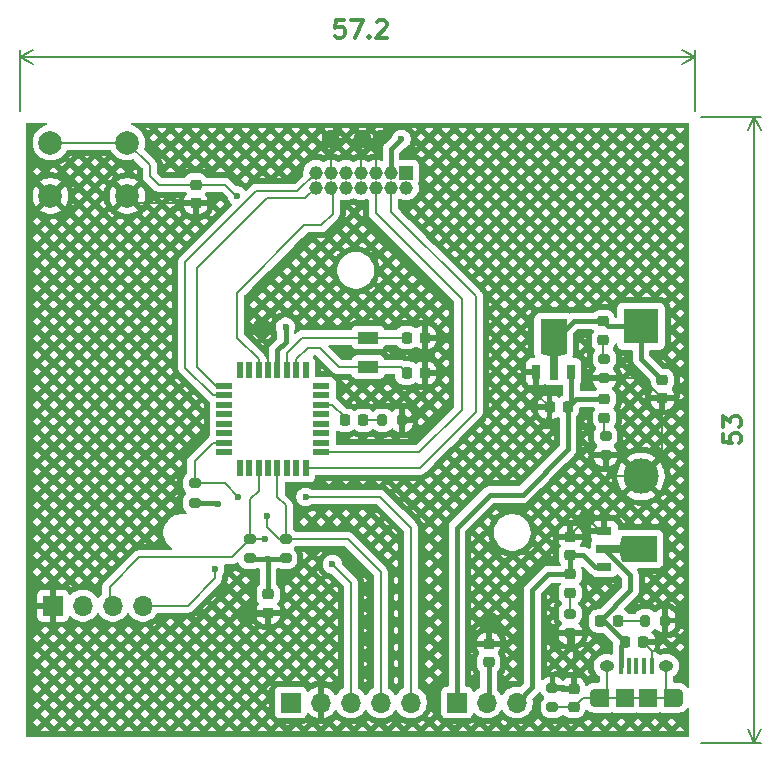
<source format=gbr>
%TF.GenerationSoftware,KiCad,Pcbnew,9.0.0*%
%TF.CreationDate,2025-03-21T22:40:37-06:00*%
%TF.ProjectId,pcb_desgin,7063625f-6465-4736-9769-6e2e6b696361,rev?*%
%TF.SameCoordinates,Original*%
%TF.FileFunction,Copper,L1,Top*%
%TF.FilePolarity,Positive*%
%FSLAX46Y46*%
G04 Gerber Fmt 4.6, Leading zero omitted, Abs format (unit mm)*
G04 Created by KiCad (PCBNEW 9.0.0) date 2025-03-21 22:40:37*
%MOMM*%
%LPD*%
G01*
G04 APERTURE LIST*
G04 Aperture macros list*
%AMRoundRect*
0 Rectangle with rounded corners*
0 $1 Rounding radius*
0 $2 $3 $4 $5 $6 $7 $8 $9 X,Y pos of 4 corners*
0 Add a 4 corners polygon primitive as box body*
4,1,4,$2,$3,$4,$5,$6,$7,$8,$9,$2,$3,0*
0 Add four circle primitives for the rounded corners*
1,1,$1+$1,$2,$3*
1,1,$1+$1,$4,$5*
1,1,$1+$1,$6,$7*
1,1,$1+$1,$8,$9*
0 Add four rect primitives between the rounded corners*
20,1,$1+$1,$2,$3,$4,$5,0*
20,1,$1+$1,$4,$5,$6,$7,0*
20,1,$1+$1,$6,$7,$8,$9,0*
20,1,$1+$1,$8,$9,$2,$3,0*%
%AMFreePoly0*
4,1,21,1.128536,4.453536,1.130000,4.450000,1.130000,1.525000,1.128536,1.521464,1.126161,1.520137,0.355000,1.336053,0.355000,-0.650000,0.353536,-0.653536,0.350000,-0.655000,-0.350000,-0.655000,-0.353536,-0.653536,-0.355000,-0.650000,-0.355000,1.336053,-1.126161,1.520137,-1.129260,1.522382,-1.130000,1.525000,-1.130000,4.450000,-1.128536,4.453536,-1.125000,4.455000,1.125000,4.455000,
1.128536,4.453536,1.128536,4.453536,$1*%
G04 Aperture macros list end*
%ADD10C,0.300000*%
%TA.AperFunction,NonConductor*%
%ADD11C,0.300000*%
%TD*%
%TA.AperFunction,NonConductor*%
%ADD12C,0.200000*%
%TD*%
%TA.AperFunction,SMDPad,CuDef*%
%ADD13R,1.300000X0.700000*%
%TD*%
%TA.AperFunction,SMDPad,CuDef*%
%ADD14FreePoly0,270.000000*%
%TD*%
%TA.AperFunction,SMDPad,CuDef*%
%ADD15R,1.800000X1.000000*%
%TD*%
%TA.AperFunction,SMDPad,CuDef*%
%ADD16RoundRect,0.200000X-0.275000X0.200000X-0.275000X-0.200000X0.275000X-0.200000X0.275000X0.200000X0*%
%TD*%
%TA.AperFunction,ComponentPad*%
%ADD17C,2.000000*%
%TD*%
%TA.AperFunction,SMDPad,CuDef*%
%ADD18RoundRect,0.225000X-0.250000X0.225000X-0.250000X-0.225000X0.250000X-0.225000X0.250000X0.225000X0*%
%TD*%
%TA.AperFunction,SMDPad,CuDef*%
%ADD19RoundRect,0.218750X0.256250X-0.218750X0.256250X0.218750X-0.256250X0.218750X-0.256250X-0.218750X0*%
%TD*%
%TA.AperFunction,ComponentPad*%
%ADD20R,1.700000X1.700000*%
%TD*%
%TA.AperFunction,ComponentPad*%
%ADD21O,1.700000X1.700000*%
%TD*%
%TA.AperFunction,SMDPad,CuDef*%
%ADD22RoundRect,0.200000X0.275000X-0.200000X0.275000X0.200000X-0.275000X0.200000X-0.275000X-0.200000X0*%
%TD*%
%TA.AperFunction,SMDPad,CuDef*%
%ADD23RoundRect,0.225000X0.250000X-0.225000X0.250000X0.225000X-0.250000X0.225000X-0.250000X-0.225000X0*%
%TD*%
%TA.AperFunction,SMDPad,CuDef*%
%ADD24RoundRect,0.200000X0.200000X0.275000X-0.200000X0.275000X-0.200000X-0.275000X0.200000X-0.275000X0*%
%TD*%
%TA.AperFunction,SMDPad,CuDef*%
%ADD25RoundRect,0.225000X-0.225000X-0.250000X0.225000X-0.250000X0.225000X0.250000X-0.225000X0.250000X0*%
%TD*%
%TA.AperFunction,SMDPad,CuDef*%
%ADD26R,0.508000X1.473200*%
%TD*%
%TA.AperFunction,SMDPad,CuDef*%
%ADD27R,1.473200X0.508000*%
%TD*%
%TA.AperFunction,SMDPad,CuDef*%
%ADD28RoundRect,0.218750X0.218750X0.256250X-0.218750X0.256250X-0.218750X-0.256250X0.218750X-0.256250X0*%
%TD*%
%TA.AperFunction,SMDPad,CuDef*%
%ADD29RoundRect,0.225000X0.225000X0.250000X-0.225000X0.250000X-0.225000X-0.250000X0.225000X-0.250000X0*%
%TD*%
%TA.AperFunction,SMDPad,CuDef*%
%ADD30R,0.400000X1.350000*%
%TD*%
%TA.AperFunction,ComponentPad*%
%ADD31O,0.890000X1.550000*%
%TD*%
%TA.AperFunction,SMDPad,CuDef*%
%ADD32R,1.200000X1.550000*%
%TD*%
%TA.AperFunction,ComponentPad*%
%ADD33O,1.250000X0.950000*%
%TD*%
%TA.AperFunction,SMDPad,CuDef*%
%ADD34R,1.500000X1.550000*%
%TD*%
%TA.AperFunction,SMDPad,CuDef*%
%ADD35R,0.700000X1.300000*%
%TD*%
%TA.AperFunction,SMDPad,CuDef*%
%ADD36FreePoly0,0.000000*%
%TD*%
%TA.AperFunction,ComponentPad*%
%ADD37R,1.168400X1.168400*%
%TD*%
%TA.AperFunction,ComponentPad*%
%ADD38C,1.168400*%
%TD*%
%TA.AperFunction,ComponentPad*%
%ADD39R,3.000000X3.000000*%
%TD*%
%TA.AperFunction,ComponentPad*%
%ADD40C,3.000000*%
%TD*%
%TA.AperFunction,ViaPad*%
%ADD41C,0.600000*%
%TD*%
%TA.AperFunction,Conductor*%
%ADD42C,0.200000*%
%TD*%
%TA.AperFunction,Conductor*%
%ADD43C,0.400000*%
%TD*%
G04 APERTURE END LIST*
D10*
D11*
X119046429Y-24903328D02*
X118332143Y-24903328D01*
X118332143Y-24903328D02*
X118260715Y-25617614D01*
X118260715Y-25617614D02*
X118332143Y-25546185D01*
X118332143Y-25546185D02*
X118475001Y-25474757D01*
X118475001Y-25474757D02*
X118832143Y-25474757D01*
X118832143Y-25474757D02*
X118975001Y-25546185D01*
X118975001Y-25546185D02*
X119046429Y-25617614D01*
X119046429Y-25617614D02*
X119117858Y-25760471D01*
X119117858Y-25760471D02*
X119117858Y-26117614D01*
X119117858Y-26117614D02*
X119046429Y-26260471D01*
X119046429Y-26260471D02*
X118975001Y-26331900D01*
X118975001Y-26331900D02*
X118832143Y-26403328D01*
X118832143Y-26403328D02*
X118475001Y-26403328D01*
X118475001Y-26403328D02*
X118332143Y-26331900D01*
X118332143Y-26331900D02*
X118260715Y-26260471D01*
X119617857Y-24903328D02*
X120617857Y-24903328D01*
X120617857Y-24903328D02*
X119975000Y-26403328D01*
X121189285Y-26260471D02*
X121260714Y-26331900D01*
X121260714Y-26331900D02*
X121189285Y-26403328D01*
X121189285Y-26403328D02*
X121117857Y-26331900D01*
X121117857Y-26331900D02*
X121189285Y-26260471D01*
X121189285Y-26260471D02*
X121189285Y-26403328D01*
X121832143Y-25046185D02*
X121903571Y-24974757D01*
X121903571Y-24974757D02*
X122046429Y-24903328D01*
X122046429Y-24903328D02*
X122403571Y-24903328D01*
X122403571Y-24903328D02*
X122546429Y-24974757D01*
X122546429Y-24974757D02*
X122617857Y-25046185D01*
X122617857Y-25046185D02*
X122689286Y-25189042D01*
X122689286Y-25189042D02*
X122689286Y-25331900D01*
X122689286Y-25331900D02*
X122617857Y-25546185D01*
X122617857Y-25546185D02*
X121760714Y-26403328D01*
X121760714Y-26403328D02*
X122689286Y-26403328D01*
D12*
X91600000Y-32600000D02*
X91600000Y-27463580D01*
X148800000Y-27463580D02*
X148800000Y-32600000D01*
X91600000Y-28050000D02*
X148800000Y-28050000D01*
X91600000Y-28050000D02*
X148800000Y-28050000D01*
X91600000Y-28050000D02*
X92726504Y-27463579D01*
X91600000Y-28050000D02*
X92726504Y-28636421D01*
X148800000Y-28050000D02*
X147673496Y-28636421D01*
X148800000Y-28050000D02*
X147673496Y-27463579D01*
X91600000Y-28050000D02*
X148800000Y-28050000D01*
X91600000Y-28050000D02*
X148800000Y-28050000D01*
X91600000Y-28050000D02*
X92726504Y-27463579D01*
X91600000Y-28050000D02*
X92726504Y-28636421D01*
X148800000Y-28050000D02*
X147673496Y-28636421D01*
X148800000Y-28050000D02*
X147673496Y-27463579D01*
D10*
D11*
X151178328Y-59957142D02*
X151178328Y-60671428D01*
X151178328Y-60671428D02*
X151892614Y-60742856D01*
X151892614Y-60742856D02*
X151821185Y-60671428D01*
X151821185Y-60671428D02*
X151749757Y-60528571D01*
X151749757Y-60528571D02*
X151749757Y-60171428D01*
X151749757Y-60171428D02*
X151821185Y-60028571D01*
X151821185Y-60028571D02*
X151892614Y-59957142D01*
X151892614Y-59957142D02*
X152035471Y-59885713D01*
X152035471Y-59885713D02*
X152392614Y-59885713D01*
X152392614Y-59885713D02*
X152535471Y-59957142D01*
X152535471Y-59957142D02*
X152606900Y-60028571D01*
X152606900Y-60028571D02*
X152678328Y-60171428D01*
X152678328Y-60171428D02*
X152678328Y-60528571D01*
X152678328Y-60528571D02*
X152606900Y-60671428D01*
X152606900Y-60671428D02*
X152535471Y-60742856D01*
X151178328Y-59385714D02*
X151178328Y-58457142D01*
X151178328Y-58457142D02*
X151749757Y-58957142D01*
X151749757Y-58957142D02*
X151749757Y-58742857D01*
X151749757Y-58742857D02*
X151821185Y-58600000D01*
X151821185Y-58600000D02*
X151892614Y-58528571D01*
X151892614Y-58528571D02*
X152035471Y-58457142D01*
X152035471Y-58457142D02*
X152392614Y-58457142D01*
X152392614Y-58457142D02*
X152535471Y-58528571D01*
X152535471Y-58528571D02*
X152606900Y-58600000D01*
X152606900Y-58600000D02*
X152678328Y-58742857D01*
X152678328Y-58742857D02*
X152678328Y-59171428D01*
X152678328Y-59171428D02*
X152606900Y-59314285D01*
X152606900Y-59314285D02*
X152535471Y-59385714D01*
D12*
X149300000Y-33100000D02*
X154386420Y-33100000D01*
X154386420Y-86100000D02*
X149300000Y-86100000D01*
X153800000Y-33100000D02*
X153800000Y-86100000D01*
X153800000Y-33100000D02*
X153800000Y-86100000D01*
X153800000Y-33100000D02*
X154386421Y-34226504D01*
X153800000Y-33100000D02*
X153213579Y-34226504D01*
X153800000Y-86100000D02*
X153213579Y-84973496D01*
X153800000Y-86100000D02*
X154386421Y-84973496D01*
X153800000Y-33100000D02*
X153800000Y-86100000D01*
X153800000Y-33100000D02*
X153800000Y-86100000D01*
X153800000Y-33100000D02*
X154386421Y-34226504D01*
X153800000Y-33100000D02*
X153213579Y-34226504D01*
X153800000Y-86100000D02*
X153213579Y-84973496D01*
X153800000Y-86100000D02*
X154386421Y-84973496D01*
D13*
%TO.P,U2,1,GND*%
%TO.N,GND*%
X141100000Y-68200000D03*
D14*
%TO.P,U2,2,VIN*%
%TO.N,+5V*%
X141100000Y-69700000D03*
D13*
%TO.P,U2,3,VOUT*%
%TO.N,/Usb*%
X141100000Y-71200000D03*
%TD*%
D15*
%TO.P,Y1,1,1*%
%TO.N,/RCC_OSC32_IN*%
X121100000Y-54300000D03*
%TO.P,Y1,2,2*%
%TO.N,/RCC_OSC32_OUT*%
X121100000Y-51800000D03*
%TD*%
D16*
%TO.P,R8,1*%
%TO.N,/INT*%
X106400000Y-64150000D03*
%TO.P,R8,2*%
%TO.N,+3.3V*%
X106400000Y-65800000D03*
%TD*%
D17*
%TO.P,SW1,1,1*%
%TO.N,/T_RST*%
X94200000Y-35300000D03*
X100700000Y-35300000D03*
%TO.P,SW1,2,2*%
%TO.N,GND*%
X94200000Y-39800000D03*
X100700000Y-39800000D03*
%TD*%
D18*
%TO.P,C5,1*%
%TO.N,/T_RST*%
X106500000Y-38850000D03*
%TO.P,C5,2*%
%TO.N,GND*%
X106500000Y-40400000D03*
%TD*%
D19*
%TO.P,D1,1,K*%
%TO.N,Net-(D1-K)*%
X141000000Y-51987500D03*
%TO.P,D1,2,A*%
%TO.N,+9V*%
X141000000Y-50412500D03*
%TD*%
D18*
%TO.P,C6,1*%
%TO.N,GND*%
X131300000Y-77750000D03*
%TO.P,C6,2*%
%TO.N,+3.3V*%
X131300000Y-79300000D03*
%TD*%
D20*
%TO.P,J4,1,Pin_1*%
%TO.N,+3.3V*%
X114540000Y-82700000D03*
D21*
%TO.P,J4,2,Pin_2*%
%TO.N,GND*%
X117080000Y-82700000D03*
%TO.P,J4,3,Pin_3*%
%TO.N,/SCL*%
X119620000Y-82700000D03*
%TO.P,J4,4,Pin_4*%
%TO.N,/SDA*%
X122160000Y-82700000D03*
%TO.P,J4,5,Pin_5*%
%TO.N,/INT*%
X124700000Y-82700000D03*
%TD*%
D22*
%TO.P,R1,1*%
%TO.N,GND*%
X141100000Y-55237500D03*
%TO.P,R1,2*%
%TO.N,Net-(D1-K)*%
X141100000Y-53587500D03*
%TD*%
D23*
%TO.P,C3,1*%
%TO.N,/Usb*%
X138200000Y-70225000D03*
%TO.P,C3,2*%
%TO.N,GND*%
X138200000Y-68675000D03*
%TD*%
D20*
%TO.P,J3,1,Pin_1*%
%TO.N,GND*%
X94400000Y-74500000D03*
D21*
%TO.P,J3,2,Pin_2*%
%TO.N,+3.3V*%
X96940000Y-74500000D03*
%TO.P,J3,3,Pin_3*%
%TO.N,/SCL*%
X99480000Y-74500000D03*
%TO.P,J3,4,Pin_4*%
%TO.N,/SDA*%
X102020000Y-74500000D03*
%TD*%
D24*
%TO.P,R9,1*%
%TO.N,GND*%
X123950000Y-58800000D03*
%TO.P,R9,2*%
%TO.N,Net-(D5-K)*%
X122300000Y-58800000D03*
%TD*%
D16*
%TO.P,R6,1*%
%TO.N,/SCL*%
X111100000Y-68850000D03*
%TO.P,R6,2*%
%TO.N,+3.3V*%
X111100000Y-70500000D03*
%TD*%
D25*
%TO.P,C4,1*%
%TO.N,+5V*%
X142850000Y-77600000D03*
%TO.P,C4,2*%
%TO.N,GND*%
X144400000Y-77600000D03*
%TD*%
D26*
%TO.P,U3,1,PB9*%
%TO.N,unconnected-(U3-PB9-Pad1)*%
X115814799Y-54585199D03*
%TO.P,U3,2,PC14*%
%TO.N,/RCC_OSC32_IN*%
X115014801Y-54585199D03*
%TO.P,U3,3,PC15*%
%TO.N,/RCC_OSC32_OUT*%
X114214800Y-54585199D03*
%TO.P,U3,4,VDD*%
%TO.N,+3.3V*%
X113414799Y-54585199D03*
%TO.P,U3,5,VSS*%
%TO.N,GND*%
X112614801Y-54585199D03*
%TO.P,U3,6,PF2*%
%TO.N,/T_RST*%
X111814800Y-54585199D03*
%TO.P,U3,7,PA0*%
%TO.N,unconnected-(U3-PA0-Pad7)*%
X111014801Y-54585199D03*
%TO.P,U3,8,PA1*%
%TO.N,unconnected-(U3-PA1-Pad8)*%
X110214801Y-54585199D03*
D27*
%TO.P,U3,9,PA2*%
%TO.N,/T_VCP_TX*%
X108900000Y-55900000D03*
%TO.P,U3,10,PA3*%
%TO.N,/T_VCP_RX*%
X108900000Y-56699998D03*
%TO.P,U3,11,PA4*%
%TO.N,unconnected-(U3-PA4-Pad11)*%
X108900000Y-57499999D03*
%TO.P,U3,12,PA5*%
%TO.N,unconnected-(U3-PA5-Pad12)*%
X108900000Y-58300000D03*
%TO.P,U3,13,PA6*%
%TO.N,unconnected-(U3-PA6-Pad13)*%
X108900000Y-59099998D03*
%TO.P,U3,14,PA7*%
%TO.N,unconnected-(U3-PA7-Pad14)*%
X108900000Y-59899999D03*
%TO.P,U3,15,PB0*%
%TO.N,/INT*%
X108900000Y-60699998D03*
%TO.P,U3,16,PB1*%
%TO.N,unconnected-(U3-PB1-Pad16)*%
X108900000Y-61499998D03*
D26*
%TO.P,U3,17,PB2*%
%TO.N,unconnected-(U3-PB2-Pad17)*%
X110214801Y-62814799D03*
%TO.P,U3,18,PA8*%
%TO.N,unconnected-(U3-PA8-Pad18)*%
X111014799Y-62814799D03*
%TO.P,U3,19,PA9/NC*%
%TO.N,/SCL*%
X111814800Y-62814799D03*
%TO.P,U3,20,PC6*%
%TO.N,unconnected-(U3-PC6-Pad20)*%
X112614801Y-62814799D03*
%TO.P,U3,21,PA10/NC*%
%TO.N,/SDA*%
X113414799Y-62814799D03*
%TO.P,U3,22,PA11/PA9*%
%TO.N,unconnected-(U3-PA11{slash}PA9-Pad22)*%
X114214800Y-62814799D03*
%TO.P,U3,23,PA12/PA10*%
%TO.N,unconnected-(U3-PA12{slash}PA10-Pad23)*%
X115014799Y-62814799D03*
%TO.P,U3,24,PA13*%
%TO.N,/T_JTMS*%
X115814799Y-62814799D03*
D27*
%TO.P,U3,25,PA14*%
%TO.N,/T_JTCK*%
X117129600Y-61499998D03*
%TO.P,U3,26,PA15*%
%TO.N,unconnected-(U3-PA15-Pad26)*%
X117129600Y-60700000D03*
%TO.P,U3,27,PB3*%
%TO.N,unconnected-(U3-PB3-Pad27)*%
X117129600Y-59899999D03*
%TO.P,U3,28,PB4*%
%TO.N,unconnected-(U3-PB4-Pad28)*%
X117129600Y-59099998D03*
%TO.P,U3,29,PB5*%
%TO.N,unconnected-(U3-PB5-Pad29)*%
X117129600Y-58300000D03*
%TO.P,U3,30,PB6*%
%TO.N,/LED*%
X117129600Y-57499999D03*
%TO.P,U3,31,PB7*%
%TO.N,unconnected-(U3-PB7-Pad31)*%
X117129600Y-56700000D03*
%TO.P,U3,32,PB8*%
%TO.N,unconnected-(U3-PB8-Pad32)*%
X117129600Y-55900000D03*
%TD*%
D22*
%TO.P,R4,1*%
%TO.N,GND*%
X138200000Y-76825000D03*
%TO.P,R4,2*%
%TO.N,Net-(D4-K)*%
X138200000Y-75175000D03*
%TD*%
D24*
%TO.P,R3,1*%
%TO.N,GND*%
X146212500Y-75760000D03*
%TO.P,R3,2*%
%TO.N,Net-(D3-K)*%
X144562500Y-75760000D03*
%TD*%
D16*
%TO.P,R7,1*%
%TO.N,/SDA*%
X114100000Y-68850000D03*
%TO.P,R7,2*%
%TO.N,+3.3V*%
X114100000Y-70500000D03*
%TD*%
D28*
%TO.P,D3,1,K*%
%TO.N,Net-(D3-K)*%
X142287500Y-75800000D03*
%TO.P,D3,2,A*%
%TO.N,+5V*%
X140712500Y-75800000D03*
%TD*%
D29*
%TO.P,C9,1*%
%TO.N,GND*%
X125900000Y-54800000D03*
%TO.P,C9,2*%
%TO.N,/RCC_OSC32_IN*%
X124350000Y-54800000D03*
%TD*%
D28*
%TO.P,D5,1,K*%
%TO.N,Net-(D5-K)*%
X120700000Y-58800000D03*
%TO.P,D5,2,A*%
%TO.N,/LED*%
X119125000Y-58800000D03*
%TD*%
D30*
%TO.P,J2,1,VBUS*%
%TO.N,+5V*%
X142500000Y-79600000D03*
%TO.P,J2,2,D-*%
%TO.N,unconnected-(J2-D--Pad2)*%
X143150000Y-79600000D03*
%TO.P,J2,3,D+*%
%TO.N,unconnected-(J2-D+-Pad3)*%
X143800000Y-79600000D03*
%TO.P,J2,4,ID*%
%TO.N,unconnected-(J2-ID-Pad4)*%
X144450000Y-79600000D03*
%TO.P,J2,5,GND*%
%TO.N,GND*%
X145100000Y-79600000D03*
D31*
%TO.P,J2,6,Shield*%
%TO.N,Net-(J2-Shield)*%
X140300000Y-82300000D03*
D32*
X140900000Y-82300000D03*
D33*
X141300000Y-79600000D03*
D34*
X142800000Y-82300000D03*
X144800000Y-82300000D03*
D33*
X146300000Y-79600000D03*
D32*
X146700000Y-82300000D03*
D31*
X147300000Y-82300000D03*
%TD*%
D22*
%TO.P,R5,1*%
%TO.N,Net-(J2-Shield)*%
X136700000Y-83100000D03*
%TO.P,R5,2*%
%TO.N,GND*%
X136700000Y-81450000D03*
%TD*%
D19*
%TO.P,D4,1,K*%
%TO.N,Net-(D4-K)*%
X138200000Y-73425000D03*
%TO.P,D4,2,A*%
%TO.N,/Usb*%
X138200000Y-71850000D03*
%TD*%
D35*
%TO.P,U1,1,GND*%
%TO.N,GND*%
X135300000Y-54687500D03*
D36*
%TO.P,U1,2,VIN*%
%TO.N,+9V*%
X136800000Y-54687500D03*
D35*
%TO.P,U1,3,VOUT*%
%TO.N,/Battery*%
X138300000Y-54687500D03*
%TD*%
D22*
%TO.P,R2,1*%
%TO.N,GND*%
X141200000Y-61775000D03*
%TO.P,R2,2*%
%TO.N,Net-(D2-K)*%
X141200000Y-60125000D03*
%TD*%
D37*
%TO.P,J1,1,NC*%
%TO.N,unconnected-(J1-NC-Pad1)*%
X124300000Y-37830000D03*
D38*
%TO.P,J1,2,NC*%
%TO.N,unconnected-(J1-NC-Pad2)*%
X124300000Y-39100000D03*
%TO.P,J1,3,VCC*%
%TO.N,+3.3V*%
X123030000Y-37830000D03*
%TO.P,J1,4,JTMS/SWDIO*%
%TO.N,/T_JTMS*%
X123030000Y-39100000D03*
%TO.P,J1,5,GND*%
%TO.N,GND*%
X121760000Y-37830000D03*
%TO.P,J1,6,JCLK/SWCLK*%
%TO.N,/T_JTCK*%
X121760000Y-39100000D03*
%TO.P,J1,7,GND*%
%TO.N,GND*%
X120490000Y-37830000D03*
%TO.P,J1,8,JTDO/SWO*%
%TO.N,unconnected-(J1-JTDO{slash}SWO-Pad8)*%
X120490000Y-39100000D03*
%TO.P,J1,9,JRCLK/NC*%
%TO.N,unconnected-(J1-JRCLK{slash}NC-Pad9)*%
X119220000Y-37830000D03*
%TO.P,J1,10,JTDI/NC*%
%TO.N,unconnected-(J1-JTDI{slash}NC-Pad10)*%
X119220000Y-39100000D03*
%TO.P,J1,11,GNDDetect*%
%TO.N,GND*%
X117950000Y-37830000D03*
%TO.P,J1,12,~{RST}*%
%TO.N,/T_RST*%
X117950000Y-39100000D03*
%TO.P,J1,13,VCP_RX*%
%TO.N,/T_VCP_RX*%
X116680000Y-37830000D03*
%TO.P,J1,14,VCP_TX*%
%TO.N,/T_VCP_TX*%
X116680000Y-39100000D03*
%TD*%
D25*
%TO.P,C2,1*%
%TO.N,GND*%
X136450000Y-57687500D03*
%TO.P,C2,2*%
%TO.N,/Battery*%
X138000000Y-57687500D03*
%TD*%
D23*
%TO.P,C8,1*%
%TO.N,GND*%
X112625000Y-75100000D03*
%TO.P,C8,2*%
%TO.N,+3.3V*%
X112625000Y-73550000D03*
%TD*%
D20*
%TO.P,J5,1,Pin_1*%
%TO.N,/Battery*%
X128600000Y-82700000D03*
D21*
%TO.P,J5,2,Pin_2*%
%TO.N,+3.3V*%
X131140000Y-82700000D03*
%TO.P,J5,3,Pin_3*%
%TO.N,/Usb*%
X133680000Y-82700000D03*
%TD*%
D23*
%TO.P,C1,1*%
%TO.N,GND*%
X146000000Y-56950000D03*
%TO.P,C1,2*%
%TO.N,+9V*%
X146000000Y-55400000D03*
%TD*%
D29*
%TO.P,C10,1*%
%TO.N,GND*%
X125900000Y-51800000D03*
%TO.P,C10,2*%
%TO.N,/RCC_OSC32_OUT*%
X124350000Y-51800000D03*
%TD*%
D19*
%TO.P,D2,1,K*%
%TO.N,Net-(D2-K)*%
X141100000Y-58575000D03*
%TO.P,D2,2,A*%
%TO.N,/Battery*%
X141100000Y-57000000D03*
%TD*%
D23*
%TO.P,C7,1*%
%TO.N,Net-(J2-Shield)*%
X138500000Y-83075000D03*
%TO.P,C7,2*%
%TO.N,GND*%
X138500000Y-81525000D03*
%TD*%
D39*
%TO.P,BT1,1,+*%
%TO.N,+9V*%
X144200000Y-50850000D03*
D40*
%TO.P,BT1,2,-*%
%TO.N,GND*%
X144200000Y-63550000D03*
%TD*%
D41*
%TO.N,GND*%
X117920000Y-35000000D03*
X131400000Y-75800000D03*
X112100000Y-50900000D03*
X147700000Y-75700000D03*
X136400000Y-77000000D03*
X139600000Y-67100000D03*
X136400000Y-58800000D03*
X122220000Y-35000000D03*
X110800000Y-75400000D03*
X120620000Y-35000000D03*
X126000000Y-53200000D03*
%TO.N,/T_RST*%
X110000000Y-39800000D03*
%TO.N,+3.3V*%
X123900000Y-35000000D03*
X108400000Y-65900000D03*
X114100000Y-50900000D03*
X112600000Y-70550000D03*
%TO.N,/SDA*%
X112550000Y-66900000D03*
X108100000Y-71400000D03*
%TO.N,/SCL*%
X112400000Y-68825000D03*
X118075000Y-71000000D03*
%TO.N,/INT*%
X115800000Y-65300000D03*
X110100000Y-65300000D03*
%TD*%
D42*
%TO.N,GND*%
X138200000Y-68500000D02*
X138200000Y-68675000D01*
X141100000Y-68200000D02*
X140700000Y-68200000D01*
X146272500Y-75700000D02*
X146212500Y-75760000D01*
X131300000Y-75900000D02*
X131400000Y-75800000D01*
X125900000Y-57400000D02*
X125900000Y-54800000D01*
X147700000Y-75700000D02*
X146272500Y-75700000D01*
X145100000Y-79600000D02*
X145100000Y-78300000D01*
X138025000Y-77000000D02*
X138200000Y-76825000D01*
X138500000Y-77125000D02*
X138200000Y-76825000D01*
X141200000Y-63000000D02*
X141750000Y-63550000D01*
X141200000Y-61775000D02*
X141200000Y-63000000D01*
X136400000Y-77000000D02*
X138025000Y-77000000D01*
X141100000Y-55237500D02*
X144287500Y-55237500D01*
X145100000Y-78300000D02*
X144400000Y-77600000D01*
X120620000Y-35000000D02*
X120490000Y-35130000D01*
X106500000Y-40400000D02*
X101300000Y-40400000D01*
X131300000Y-77750000D02*
X131300000Y-75900000D01*
X136400000Y-58800000D02*
X136450000Y-58750000D01*
X117920000Y-35000000D02*
X117950000Y-35030000D01*
X126000000Y-51900000D02*
X125900000Y-51800000D01*
X135300000Y-56537500D02*
X136450000Y-57687500D01*
X136450000Y-58750000D02*
X136450000Y-57687500D01*
X125900000Y-54800000D02*
X125900000Y-53300000D01*
X112100000Y-50900000D02*
X112100000Y-52100000D01*
X126000000Y-53200000D02*
X126000000Y-51900000D01*
X139600000Y-67100000D02*
X138200000Y-68500000D01*
X117950000Y-35030000D02*
X117950000Y-37830000D01*
X144400000Y-77600000D02*
X145500000Y-77600000D01*
X141750000Y-63550000D02*
X144200000Y-63550000D01*
X110800000Y-75400000D02*
X112325000Y-75400000D01*
X146000000Y-61750000D02*
X144200000Y-63550000D01*
X140700000Y-68200000D02*
X139600000Y-67100000D01*
X136700000Y-81450000D02*
X138425000Y-81450000D01*
X121760000Y-35460000D02*
X121760000Y-37830000D01*
X145500000Y-77600000D02*
X146212500Y-76887500D01*
X125900000Y-53300000D02*
X126000000Y-53200000D01*
X124500000Y-58800000D02*
X125900000Y-57400000D01*
X120490000Y-35130000D02*
X120490000Y-37830000D01*
X112325000Y-75400000D02*
X112625000Y-75100000D01*
X101300000Y-40400000D02*
X100700000Y-39800000D01*
X122220000Y-35000000D02*
X121760000Y-35460000D01*
X138425000Y-81450000D02*
X138500000Y-81525000D01*
X146000000Y-56950000D02*
X146000000Y-61750000D01*
X112614801Y-52614801D02*
X112614801Y-54585199D01*
X144287500Y-55237500D02*
X146000000Y-56950000D01*
X123950000Y-58800000D02*
X124500000Y-58800000D01*
X138500000Y-81525000D02*
X138500000Y-77125000D01*
X135300000Y-54687500D02*
X135300000Y-56537500D01*
X146212500Y-76887500D02*
X146212500Y-75760000D01*
X112100000Y-52100000D02*
X112614801Y-52614801D01*
%TO.N,/T_RST*%
X102600000Y-38100000D02*
X103350000Y-38850000D01*
X110000000Y-51833799D02*
X110000000Y-48000000D01*
X117100000Y-42300000D02*
X118100000Y-41300000D01*
X115700000Y-42300000D02*
X117100000Y-42300000D01*
X103350000Y-38850000D02*
X106500000Y-38850000D01*
X111814800Y-53648599D02*
X110000000Y-51833799D01*
X100700000Y-35300000D02*
X102600000Y-37200000D01*
X102600000Y-37200000D02*
X102600000Y-38100000D01*
X109900000Y-39800000D02*
X110000000Y-39800000D01*
X118100000Y-41300000D02*
X118100000Y-39250000D01*
X106500000Y-38850000D02*
X108950000Y-38850000D01*
X110000000Y-48000000D02*
X115700000Y-42300000D01*
X111814800Y-54585199D02*
X111814800Y-53648599D01*
X108950000Y-38850000D02*
X109900000Y-39800000D01*
X94200000Y-35300000D02*
X100700000Y-35300000D01*
X118100000Y-39250000D02*
X117950000Y-39100000D01*
%TO.N,/RCC_OSC32_OUT*%
X121100000Y-51800000D02*
X124350000Y-51800000D01*
X114214800Y-53085200D02*
X115500000Y-51800000D01*
X114214800Y-54585199D02*
X114214800Y-53085200D01*
X115500000Y-51800000D02*
X121100000Y-51800000D01*
%TO.N,/RCC_OSC32_IN*%
X115014801Y-53648599D02*
X115963400Y-52700000D01*
X121100000Y-54300000D02*
X123850000Y-54300000D01*
X118600000Y-54300000D02*
X121100000Y-54300000D01*
X123850000Y-54300000D02*
X124350000Y-54800000D01*
X115014801Y-54585199D02*
X115014801Y-53648599D01*
X117000000Y-52700000D02*
X118600000Y-54300000D01*
X115963400Y-52700000D02*
X117000000Y-52700000D01*
D43*
%TO.N,+3.3V*%
X112625000Y-73550000D02*
X112625000Y-70575000D01*
X123030000Y-35870000D02*
X123030000Y-37830000D01*
D42*
X114050000Y-70550000D02*
X114100000Y-70500000D01*
D43*
X114100000Y-50900000D02*
X114100000Y-52200000D01*
X112600000Y-70550000D02*
X111150000Y-70550000D01*
D42*
X112625000Y-70575000D02*
X112600000Y-70550000D01*
D43*
X131300000Y-82540000D02*
X131140000Y-82700000D01*
X131300000Y-79300000D02*
X131300000Y-82540000D01*
X114100000Y-52200000D02*
X113414799Y-52885201D01*
X113414799Y-52885201D02*
X113414799Y-54585199D01*
X106400000Y-65800000D02*
X108300000Y-65800000D01*
X112600000Y-70550000D02*
X114050000Y-70550000D01*
X123900000Y-35000000D02*
X123030000Y-35870000D01*
D42*
X111150000Y-70550000D02*
X111100000Y-70500000D01*
D43*
X108300000Y-65800000D02*
X108400000Y-65900000D01*
D42*
%TO.N,/LED*%
X117129600Y-57499999D02*
X118066200Y-57499999D01*
X118066200Y-57499999D02*
X119125000Y-58558799D01*
X119125000Y-58558799D02*
X119125000Y-58800000D01*
%TO.N,Net-(D3-K)*%
X142287500Y-75800000D02*
X144522500Y-75800000D01*
X144522500Y-75800000D02*
X144562500Y-75760000D01*
%TO.N,/SDA*%
X114100000Y-66000000D02*
X113414799Y-65314799D01*
X113550000Y-68850000D02*
X114100000Y-68850000D01*
X114100000Y-68850000D02*
X119350000Y-68850000D01*
X113414799Y-65314799D02*
X113414799Y-62814799D01*
X112550000Y-67850000D02*
X113550000Y-68850000D01*
X105800000Y-74500000D02*
X102020000Y-74500000D01*
X119350000Y-68850000D02*
X122160000Y-71660000D01*
X108100000Y-72200000D02*
X105800000Y-74500000D01*
X108100000Y-71400000D02*
X108100000Y-72200000D01*
X122160000Y-71660000D02*
X122160000Y-82700000D01*
X112550000Y-66900000D02*
X112550000Y-67850000D01*
X114100000Y-68850000D02*
X114100000Y-66000000D01*
%TO.N,/SCL*%
X99200000Y-74220000D02*
X99480000Y-74500000D01*
X119620000Y-72545000D02*
X119620000Y-82700000D01*
X111100000Y-68850000D02*
X112375000Y-68850000D01*
X111100000Y-65500000D02*
X111814800Y-64785200D01*
X111100000Y-68850000D02*
X109550000Y-70400000D01*
X111100000Y-68850000D02*
X111100000Y-65500000D01*
X111814800Y-64785200D02*
X111814800Y-62814799D01*
X101700000Y-70400000D02*
X99200000Y-72900000D01*
X99200000Y-72900000D02*
X99200000Y-74220000D01*
X109550000Y-70400000D02*
X101700000Y-70400000D01*
X118075000Y-71000000D02*
X119620000Y-72545000D01*
X112375000Y-68850000D02*
X112400000Y-68825000D01*
%TO.N,/INT*%
X115800000Y-65300000D02*
X122100000Y-65300000D01*
X107963400Y-60699998D02*
X106400000Y-62263398D01*
X108900000Y-60699998D02*
X107963400Y-60699998D01*
X122100000Y-65300000D02*
X124700000Y-67900000D01*
X124700000Y-67900000D02*
X124700000Y-82700000D01*
X106400000Y-64150000D02*
X108950000Y-64150000D01*
X106400000Y-62263398D02*
X106400000Y-64150000D01*
X108950000Y-64150000D02*
X110100000Y-65300000D01*
%TO.N,/T_VCP_RX*%
X105600000Y-54336598D02*
X105600000Y-45400000D01*
X105600000Y-45400000D02*
X111600000Y-39400000D01*
X115110000Y-39400000D02*
X116680000Y-37830000D01*
X108900000Y-56699998D02*
X107963400Y-56699998D01*
X111600000Y-39400000D02*
X115110000Y-39400000D01*
X107963400Y-56699998D02*
X105600000Y-54336598D01*
%TO.N,/T_JTMS*%
X125485201Y-62814799D02*
X130200000Y-58100000D01*
X130200000Y-58100000D02*
X130200000Y-48300000D01*
X115814799Y-62814799D02*
X125485201Y-62814799D01*
X123030000Y-41130000D02*
X123030000Y-39100000D01*
X130200000Y-48300000D02*
X123030000Y-41130000D01*
%TO.N,/T_VCP_TX*%
X108200000Y-55900000D02*
X106600000Y-54300000D01*
X115780000Y-40000000D02*
X116680000Y-39100000D01*
X106600000Y-54300000D02*
X106600000Y-45900000D01*
X106600000Y-45900000D02*
X112500000Y-40000000D01*
X108900000Y-55900000D02*
X108200000Y-55900000D01*
X112500000Y-40000000D02*
X115780000Y-40000000D01*
%TO.N,/T_JTCK*%
X125400002Y-61499998D02*
X129000000Y-57900000D01*
X129000000Y-57900000D02*
X129000000Y-48500000D01*
X121760000Y-41260000D02*
X121760000Y-39100000D01*
X117129600Y-61499998D02*
X125400002Y-61499998D01*
X129000000Y-48500000D02*
X121760000Y-41260000D01*
D43*
%TO.N,+9V*%
X141437500Y-50850000D02*
X141000000Y-50412500D01*
X144200000Y-50850000D02*
X144200000Y-53600000D01*
X144200000Y-50850000D02*
X141437500Y-50850000D01*
X141000000Y-50412500D02*
X138487500Y-50412500D01*
X136800000Y-52100000D02*
X136800000Y-54687500D01*
X144200000Y-53600000D02*
X146000000Y-55400000D01*
X138487500Y-50412500D02*
X136800000Y-52100000D01*
%TO.N,+5V*%
X141050000Y-75800000D02*
X142850000Y-77600000D01*
X140712500Y-75800000D02*
X141050000Y-75800000D01*
X142500000Y-79600000D02*
X142500000Y-77950000D01*
X143300000Y-73212500D02*
X143300000Y-71900000D01*
X140712500Y-75800000D02*
X143300000Y-73212500D01*
X142500000Y-77950000D02*
X142850000Y-77600000D01*
X143300000Y-71900000D02*
X141100000Y-69700000D01*
%TO.N,/Usb*%
X139325000Y-70225000D02*
X138200000Y-70225000D01*
X138200000Y-70225000D02*
X138200000Y-71850000D01*
X141100000Y-71200000D02*
X140300000Y-71200000D01*
X136350000Y-71850000D02*
X135000000Y-73200000D01*
X138200000Y-71850000D02*
X136350000Y-71850000D01*
X135000000Y-81380000D02*
X133680000Y-82700000D01*
X140300000Y-71200000D02*
X139325000Y-70225000D01*
X135000000Y-73200000D02*
X135000000Y-81380000D01*
%TO.N,/Battery*%
X128600000Y-67900000D02*
X128600000Y-82700000D01*
X138300000Y-54687500D02*
X138300000Y-57387500D01*
X138000000Y-61265133D02*
X134165133Y-65100000D01*
X134165133Y-65100000D02*
X131400000Y-65100000D01*
X138300000Y-57387500D02*
X138000000Y-57687500D01*
X138000000Y-57687500D02*
X138000000Y-61265133D01*
X131400000Y-65100000D02*
X128600000Y-67900000D01*
X138687500Y-57000000D02*
X138000000Y-57687500D01*
X141100000Y-57000000D02*
X138687500Y-57000000D01*
D42*
%TO.N,Net-(D4-K)*%
X138200000Y-73425000D02*
X138200000Y-75175000D01*
%TO.N,Net-(D5-K)*%
X120700000Y-58800000D02*
X122300000Y-58800000D01*
%TO.N,Net-(J2-Shield)*%
X140300000Y-82300000D02*
X139275000Y-82300000D01*
X142800000Y-82300000D02*
X144800000Y-82300000D01*
X141300000Y-79600000D02*
X141300000Y-81900000D01*
X146300000Y-79600000D02*
X146300000Y-81900000D01*
X140900000Y-82300000D02*
X142800000Y-82300000D01*
X141300000Y-81900000D02*
X140900000Y-82300000D01*
X139275000Y-82300000D02*
X138500000Y-83075000D01*
X146300000Y-81900000D02*
X146700000Y-82300000D01*
X144800000Y-82300000D02*
X146700000Y-82300000D01*
X138500000Y-83075000D02*
X136725000Y-83075000D01*
X136725000Y-83075000D02*
X136700000Y-83100000D01*
%TO.N,Net-(D1-K)*%
X141000000Y-53487500D02*
X141100000Y-53587500D01*
X141000000Y-51987500D02*
X141000000Y-53487500D01*
%TO.N,Net-(D2-K)*%
X141100000Y-58575000D02*
X141100000Y-60025000D01*
X141100000Y-60025000D02*
X141200000Y-60125000D01*
%TD*%
%TA.AperFunction,Conductor*%
%TO.N,GND*%
G36*
X93858935Y-33620185D02*
G01*
X93904690Y-33672989D01*
X93914634Y-33742147D01*
X93885609Y-33805703D01*
X93830215Y-33842431D01*
X93624003Y-33909433D01*
X93413566Y-34016657D01*
X93304550Y-34095862D01*
X93222490Y-34155483D01*
X93222488Y-34155485D01*
X93222487Y-34155485D01*
X93055485Y-34322487D01*
X93055485Y-34322488D01*
X93055483Y-34322490D01*
X93015000Y-34378210D01*
X92916657Y-34513566D01*
X92809433Y-34724003D01*
X92736446Y-34948631D01*
X92699500Y-35181902D01*
X92699500Y-35418097D01*
X92736446Y-35651368D01*
X92809433Y-35875996D01*
X92916657Y-36086433D01*
X93055483Y-36277510D01*
X93222490Y-36444517D01*
X93413567Y-36583343D01*
X93457049Y-36605498D01*
X93624003Y-36690566D01*
X93624005Y-36690566D01*
X93624008Y-36690568D01*
X93716292Y-36720553D01*
X93848631Y-36763553D01*
X94081903Y-36800500D01*
X94081908Y-36800500D01*
X94318097Y-36800500D01*
X94551368Y-36763553D01*
X94587823Y-36751708D01*
X94775992Y-36690568D01*
X94986433Y-36583343D01*
X95062748Y-36527897D01*
X95778161Y-36527897D01*
X95870708Y-36620444D01*
X96092652Y-36398500D01*
X97062978Y-36398500D01*
X97284922Y-36620444D01*
X97506866Y-36398500D01*
X98477191Y-36398500D01*
X98699134Y-36620443D01*
X98921078Y-36398500D01*
X98477191Y-36398500D01*
X97506866Y-36398500D01*
X97062978Y-36398500D01*
X96092652Y-36398500D01*
X95872175Y-36398500D01*
X95778161Y-36527897D01*
X95062748Y-36527897D01*
X95177510Y-36444517D01*
X95344517Y-36277510D01*
X95483343Y-36086433D01*
X95543583Y-35968204D01*
X95591558Y-35917409D01*
X95654068Y-35900500D01*
X99245932Y-35900500D01*
X99312971Y-35920185D01*
X99356416Y-35968203D01*
X99416657Y-36086433D01*
X99555483Y-36277510D01*
X99722490Y-36444517D01*
X99913567Y-36583343D01*
X99957049Y-36605498D01*
X100124003Y-36690566D01*
X100124005Y-36690566D01*
X100124008Y-36690568D01*
X100216292Y-36720553D01*
X100348631Y-36763553D01*
X100581903Y-36800500D01*
X100581908Y-36800500D01*
X100818097Y-36800500D01*
X100924126Y-36783705D01*
X101051368Y-36763553D01*
X101177566Y-36722547D01*
X101247404Y-36720553D01*
X101303563Y-36752798D01*
X101963181Y-37412416D01*
X101996666Y-37473739D01*
X101999500Y-37500097D01*
X101999500Y-38013330D01*
X101999499Y-38013348D01*
X101999499Y-38179054D01*
X101999498Y-38179054D01*
X102040424Y-38331789D01*
X102040425Y-38331790D01*
X102062186Y-38369480D01*
X102062187Y-38369482D01*
X102119475Y-38468709D01*
X102119481Y-38468717D01*
X102238349Y-38587585D01*
X102238355Y-38587590D01*
X102865139Y-39214374D01*
X102865149Y-39214385D01*
X102869479Y-39218715D01*
X102869480Y-39218716D01*
X102981284Y-39330520D01*
X103032156Y-39359890D01*
X103068095Y-39380639D01*
X103068097Y-39380641D01*
X103106151Y-39402611D01*
X103118215Y-39409577D01*
X103270943Y-39450500D01*
X105559996Y-39450500D01*
X105627035Y-39470185D01*
X105665535Y-39509404D01*
X105677031Y-39528043D01*
X105686660Y-39537672D01*
X105720145Y-39598995D01*
X105715161Y-39668687D01*
X105686663Y-39713031D01*
X105677428Y-39722265D01*
X105677424Y-39722271D01*
X105588457Y-39866507D01*
X105588452Y-39866518D01*
X105535144Y-40027393D01*
X105525000Y-40126677D01*
X105525000Y-40150000D01*
X107474999Y-40150000D01*
X107474999Y-40126692D01*
X107474998Y-40126677D01*
X107464855Y-40027392D01*
X107411547Y-39866518D01*
X107411542Y-39866507D01*
X107322575Y-39722271D01*
X107322572Y-39722267D01*
X107313339Y-39713034D01*
X107279854Y-39651711D01*
X107284838Y-39582019D01*
X107313343Y-39537668D01*
X107322968Y-39528044D01*
X107334465Y-39509403D01*
X107386412Y-39462679D01*
X107440004Y-39450500D01*
X108649903Y-39450500D01*
X108716942Y-39470185D01*
X108737584Y-39486819D01*
X109190256Y-39939491D01*
X109223741Y-40000814D01*
X109224192Y-40002980D01*
X109230261Y-40033491D01*
X109230263Y-40033499D01*
X109290602Y-40179172D01*
X109290609Y-40179185D01*
X109378210Y-40310288D01*
X109378213Y-40310292D01*
X109489707Y-40421786D01*
X109489712Y-40421790D01*
X109507507Y-40433680D01*
X109552313Y-40487291D01*
X109561022Y-40556616D01*
X109530868Y-40619644D01*
X109526299Y-40624464D01*
X105231286Y-44919478D01*
X105119481Y-45031282D01*
X105119479Y-45031285D01*
X105085630Y-45089915D01*
X105085629Y-45089917D01*
X105040423Y-45168214D01*
X105040423Y-45168215D01*
X104999499Y-45320943D01*
X104999499Y-45320945D01*
X104999499Y-45489046D01*
X104999500Y-45489059D01*
X104999500Y-54249928D01*
X104999499Y-54249946D01*
X104999499Y-54415652D01*
X104999498Y-54415652D01*
X105024745Y-54509873D01*
X105040423Y-54568383D01*
X105060191Y-54602622D01*
X105069358Y-54618498D01*
X105069359Y-54618502D01*
X105069360Y-54618502D01*
X105119479Y-54705312D01*
X105119481Y-54705315D01*
X105238349Y-54824183D01*
X105238355Y-54824188D01*
X107478539Y-57064372D01*
X107478549Y-57064383D01*
X107482879Y-57068713D01*
X107482880Y-57068714D01*
X107594684Y-57180518D01*
X107600899Y-57184106D01*
X107649115Y-57234673D01*
X107662900Y-57291494D01*
X107662900Y-57801869D01*
X107662901Y-57801875D01*
X107669309Y-57861486D01*
X107671092Y-57869030D01*
X107668444Y-57869655D01*
X107672491Y-57926381D01*
X107670877Y-57931878D01*
X107669310Y-57938508D01*
X107669309Y-57938516D01*
X107669309Y-57938517D01*
X107662900Y-57998127D01*
X107662900Y-57998134D01*
X107662900Y-57998135D01*
X107662900Y-58601870D01*
X107662901Y-58601876D01*
X107669309Y-58661484D01*
X107671092Y-58669029D01*
X107668444Y-58669654D01*
X107672491Y-58726381D01*
X107670877Y-58731874D01*
X107669308Y-58738515D01*
X107664696Y-58781421D01*
X107662901Y-58798121D01*
X107662900Y-58798134D01*
X107662900Y-59401868D01*
X107662901Y-59401874D01*
X107669309Y-59461485D01*
X107671092Y-59469029D01*
X107668444Y-59469654D01*
X107672491Y-59526380D01*
X107670877Y-59531877D01*
X107669308Y-59538515D01*
X107662901Y-59598115D01*
X107662901Y-59598122D01*
X107662900Y-59598134D01*
X107662900Y-60108502D01*
X107643215Y-60175541D01*
X107600901Y-60215888D01*
X107594690Y-60219473D01*
X107594681Y-60219480D01*
X105919479Y-61894682D01*
X105902605Y-61923910D01*
X105894059Y-61938713D01*
X105840423Y-62031613D01*
X105799499Y-62184341D01*
X105799499Y-62184343D01*
X105799499Y-62352444D01*
X105799500Y-62352457D01*
X105799500Y-63258284D01*
X105779815Y-63325323D01*
X105739652Y-63364400D01*
X105689811Y-63394530D01*
X105569530Y-63514811D01*
X105481522Y-63660393D01*
X105430913Y-63822807D01*
X105424500Y-63893386D01*
X105424500Y-64406613D01*
X105430913Y-64477192D01*
X105430913Y-64477194D01*
X105430914Y-64477196D01*
X105481522Y-64639606D01*
X105551413Y-64755220D01*
X105569530Y-64785188D01*
X105671661Y-64887319D01*
X105705146Y-64948642D01*
X105700162Y-65018334D01*
X105671661Y-65062681D01*
X105569531Y-65164810D01*
X105569530Y-65164811D01*
X105481522Y-65310393D01*
X105430913Y-65472807D01*
X105426550Y-65520821D01*
X105424500Y-65543384D01*
X105424500Y-66056616D01*
X105425782Y-66070720D01*
X105430913Y-66127192D01*
X105430913Y-66127194D01*
X105430914Y-66127196D01*
X105481522Y-66289606D01*
X105566551Y-66430261D01*
X105569530Y-66435188D01*
X105689807Y-66555465D01*
X105689811Y-66555468D01*
X105689815Y-66555472D01*
X105689819Y-66555474D01*
X105691686Y-66556937D01*
X105692706Y-66558364D01*
X105695118Y-66560776D01*
X105694717Y-66561176D01*
X105732322Y-66613775D01*
X105735779Y-66683559D01*
X105700959Y-66744134D01*
X105638917Y-66776267D01*
X105595821Y-66777026D01*
X105444472Y-66753055D01*
X105422027Y-66749500D01*
X105177973Y-66749500D01*
X105122451Y-66758294D01*
X104936927Y-66787678D01*
X104936924Y-66787679D01*
X104738830Y-66852044D01*
X104704812Y-66863097D01*
X104487357Y-66973896D01*
X104289923Y-67117339D01*
X104289918Y-67117343D01*
X104117343Y-67289918D01*
X104117339Y-67289923D01*
X103973896Y-67487357D01*
X103863097Y-67704812D01*
X103863096Y-67704814D01*
X103863096Y-67704815D01*
X103852124Y-67738583D01*
X103787678Y-67936927D01*
X103749500Y-68177973D01*
X103749500Y-68422026D01*
X103786776Y-68657379D01*
X103787679Y-68663076D01*
X103863096Y-68895185D01*
X103973850Y-69112553D01*
X103973896Y-69112642D01*
X104117339Y-69310076D01*
X104117343Y-69310081D01*
X104289918Y-69482656D01*
X104289923Y-69482660D01*
X104417269Y-69575182D01*
X104459935Y-69630511D01*
X104465914Y-69700125D01*
X104433309Y-69761920D01*
X104372470Y-69796277D01*
X104344384Y-69799500D01*
X101786669Y-69799500D01*
X101786653Y-69799499D01*
X101779057Y-69799499D01*
X101620943Y-69799499D01*
X101507804Y-69829815D01*
X101468214Y-69840423D01*
X101457402Y-69846666D01*
X101447658Y-69852292D01*
X101389471Y-69885886D01*
X101331285Y-69919479D01*
X101331282Y-69919481D01*
X98719481Y-72531282D01*
X98719475Y-72531290D01*
X98674235Y-72609650D01*
X98674235Y-72609651D01*
X98657741Y-72638219D01*
X98642939Y-72663858D01*
X98640423Y-72668215D01*
X98599499Y-72820943D01*
X98599499Y-72820945D01*
X98599499Y-72989046D01*
X98599500Y-72989059D01*
X98599500Y-73419242D01*
X98579815Y-73486281D01*
X98563181Y-73506923D01*
X98449894Y-73620209D01*
X98449890Y-73620213D01*
X98324949Y-73792182D01*
X98320484Y-73800946D01*
X98272509Y-73851742D01*
X98204688Y-73868536D01*
X98138553Y-73845998D01*
X98099516Y-73800946D01*
X98095050Y-73792182D01*
X97970109Y-73620213D01*
X97819786Y-73469890D01*
X97647820Y-73344951D01*
X97458414Y-73248444D01*
X97458413Y-73248443D01*
X97458412Y-73248443D01*
X97256243Y-73182754D01*
X97256241Y-73182753D01*
X97256240Y-73182753D01*
X97094957Y-73157208D01*
X97046287Y-73149500D01*
X96833713Y-73149500D01*
X96785042Y-73157208D01*
X96623760Y-73182753D01*
X96421585Y-73248444D01*
X96232179Y-73344951D01*
X96060215Y-73469889D01*
X95946285Y-73583819D01*
X95884962Y-73617303D01*
X95815270Y-73612319D01*
X95759337Y-73570447D01*
X95742422Y-73539470D01*
X95693354Y-73407913D01*
X95693350Y-73407906D01*
X95607190Y-73292812D01*
X95607187Y-73292809D01*
X95492093Y-73206649D01*
X95492086Y-73206645D01*
X95357379Y-73156403D01*
X95357372Y-73156401D01*
X95297844Y-73150000D01*
X94650000Y-73150000D01*
X94650000Y-74066988D01*
X94592993Y-74034075D01*
X94465826Y-74000000D01*
X94334174Y-74000000D01*
X94207007Y-74034075D01*
X94150000Y-74066988D01*
X94150000Y-73150000D01*
X93502155Y-73150000D01*
X93442627Y-73156401D01*
X93442620Y-73156403D01*
X93307913Y-73206645D01*
X93307906Y-73206649D01*
X93192812Y-73292809D01*
X93192809Y-73292812D01*
X93106649Y-73407906D01*
X93106645Y-73407913D01*
X93056403Y-73542620D01*
X93056401Y-73542627D01*
X93050000Y-73602155D01*
X93050000Y-74250000D01*
X93966988Y-74250000D01*
X93934075Y-74307007D01*
X93900000Y-74434174D01*
X93900000Y-74565826D01*
X93934075Y-74692993D01*
X93966988Y-74750000D01*
X93050000Y-74750000D01*
X93050000Y-75397844D01*
X93056401Y-75457372D01*
X93056403Y-75457379D01*
X93106645Y-75592086D01*
X93106649Y-75592093D01*
X93192809Y-75707187D01*
X93192812Y-75707190D01*
X93307906Y-75793350D01*
X93307913Y-75793354D01*
X93442620Y-75843596D01*
X93442627Y-75843598D01*
X93502155Y-75849999D01*
X93502172Y-75850000D01*
X94150000Y-75850000D01*
X94150000Y-74933012D01*
X94207007Y-74965925D01*
X94334174Y-75000000D01*
X94465826Y-75000000D01*
X94592993Y-74965925D01*
X94650000Y-74933012D01*
X94650000Y-75850000D01*
X95297828Y-75850000D01*
X95297844Y-75849999D01*
X95357372Y-75843598D01*
X95357379Y-75843596D01*
X95492086Y-75793354D01*
X95492093Y-75793350D01*
X95607187Y-75707190D01*
X95607190Y-75707187D01*
X95693350Y-75592093D01*
X95693354Y-75592086D01*
X95742422Y-75460529D01*
X95784293Y-75404595D01*
X95849757Y-75380178D01*
X95918030Y-75395030D01*
X95946285Y-75416181D01*
X96060213Y-75530109D01*
X96232179Y-75655048D01*
X96232181Y-75655049D01*
X96232184Y-75655051D01*
X96421588Y-75751557D01*
X96623757Y-75817246D01*
X96833713Y-75850500D01*
X96833714Y-75850500D01*
X97046286Y-75850500D01*
X97046287Y-75850500D01*
X97256243Y-75817246D01*
X97458412Y-75751557D01*
X97647816Y-75655051D01*
X97725651Y-75598501D01*
X97819786Y-75530109D01*
X97819788Y-75530106D01*
X97819792Y-75530104D01*
X97970104Y-75379792D01*
X97970106Y-75379788D01*
X97970109Y-75379786D01*
X98095048Y-75207820D01*
X98095047Y-75207820D01*
X98095051Y-75207816D01*
X98099514Y-75199054D01*
X98147488Y-75148259D01*
X98215308Y-75131463D01*
X98281444Y-75153999D01*
X98320486Y-75199056D01*
X98324951Y-75207820D01*
X98449890Y-75379786D01*
X98600213Y-75530109D01*
X98772179Y-75655048D01*
X98772181Y-75655049D01*
X98772184Y-75655051D01*
X98961588Y-75751557D01*
X99163757Y-75817246D01*
X99373713Y-75850500D01*
X99373714Y-75850500D01*
X99586286Y-75850500D01*
X99586287Y-75850500D01*
X99796243Y-75817246D01*
X99998412Y-75751557D01*
X100187816Y-75655051D01*
X100265651Y-75598501D01*
X100359786Y-75530109D01*
X100359788Y-75530106D01*
X100359792Y-75530104D01*
X100510104Y-75379792D01*
X100510106Y-75379788D01*
X100510109Y-75379786D01*
X100635048Y-75207820D01*
X100635047Y-75207820D01*
X100635051Y-75207816D01*
X100639514Y-75199054D01*
X100687488Y-75148259D01*
X100755308Y-75131463D01*
X100821444Y-75153999D01*
X100860486Y-75199056D01*
X100864951Y-75207820D01*
X100989890Y-75379786D01*
X101140213Y-75530109D01*
X101312179Y-75655048D01*
X101312181Y-75655049D01*
X101312184Y-75655051D01*
X101501588Y-75751557D01*
X101703757Y-75817246D01*
X101913713Y-75850500D01*
X101913714Y-75850500D01*
X102126286Y-75850500D01*
X102126287Y-75850500D01*
X102336243Y-75817246D01*
X102538412Y-75751557D01*
X102727816Y-75655051D01*
X102805651Y-75598501D01*
X102899786Y-75530109D01*
X102899788Y-75530106D01*
X102899792Y-75530104D01*
X103003484Y-75426412D01*
X106392405Y-75426412D01*
X106477310Y-75511317D01*
X106832278Y-75156349D01*
X107536556Y-75156349D01*
X107891524Y-75511317D01*
X108246492Y-75156349D01*
X108950769Y-75156349D01*
X109305737Y-75511317D01*
X109443732Y-75373322D01*
X111650001Y-75373322D01*
X111660144Y-75472607D01*
X111713452Y-75633481D01*
X111713457Y-75633492D01*
X111802424Y-75777728D01*
X111802427Y-75777732D01*
X111922267Y-75897572D01*
X111922271Y-75897575D01*
X112066507Y-75986542D01*
X112066518Y-75986547D01*
X112227393Y-76039855D01*
X112326683Y-76049999D01*
X112875000Y-76049999D01*
X112923308Y-76049999D01*
X112923322Y-76049998D01*
X113022607Y-76039855D01*
X113183481Y-75986547D01*
X113183492Y-75986542D01*
X113303531Y-75912500D01*
X113949561Y-75912500D01*
X114255485Y-76218424D01*
X114610453Y-75863456D01*
X115314730Y-75863456D01*
X115669698Y-76218424D01*
X116024666Y-75863456D01*
X116728944Y-75863456D01*
X117083912Y-76218424D01*
X117438880Y-75863456D01*
X118143157Y-75863456D01*
X118498125Y-76218424D01*
X118521500Y-76195049D01*
X118521500Y-75531863D01*
X118498125Y-75508488D01*
X118143157Y-75863456D01*
X117438880Y-75863456D01*
X117083912Y-75508488D01*
X116728944Y-75863456D01*
X116024666Y-75863456D01*
X115669698Y-75508488D01*
X115314730Y-75863456D01*
X114610453Y-75863456D01*
X114255484Y-75508487D01*
X114026825Y-75737146D01*
X114004710Y-75803887D01*
X114002243Y-75810665D01*
X113996873Y-75824182D01*
X113994018Y-75830801D01*
X113981766Y-75857078D01*
X113978529Y-75863524D01*
X113971623Y-75876333D01*
X113968014Y-75882584D01*
X113949561Y-75912500D01*
X113303531Y-75912500D01*
X113327728Y-75897575D01*
X113327732Y-75897572D01*
X113447572Y-75777732D01*
X113447575Y-75777728D01*
X113536542Y-75633492D01*
X113536547Y-75633481D01*
X113589855Y-75472606D01*
X113599999Y-75373322D01*
X113600000Y-75373306D01*
X113600000Y-75350000D01*
X112875000Y-75350000D01*
X112875000Y-76049999D01*
X112326683Y-76049999D01*
X112374999Y-76049998D01*
X112375000Y-76049998D01*
X112375000Y-75350000D01*
X111650001Y-75350000D01*
X111650001Y-75373322D01*
X109443732Y-75373322D01*
X109660705Y-75156349D01*
X114607623Y-75156349D01*
X114962591Y-75511317D01*
X115317559Y-75156349D01*
X116021837Y-75156349D01*
X116376805Y-75511317D01*
X116731773Y-75156349D01*
X117436050Y-75156349D01*
X117791018Y-75511317D01*
X118145987Y-75156349D01*
X117791018Y-74801380D01*
X117436050Y-75156349D01*
X116731773Y-75156349D01*
X116376805Y-74801381D01*
X116021837Y-75156349D01*
X115317559Y-75156349D01*
X114962591Y-74801380D01*
X114607623Y-75156349D01*
X109660705Y-75156349D01*
X109305737Y-74801381D01*
X108950769Y-75156349D01*
X108246492Y-75156349D01*
X107891524Y-74801381D01*
X107536556Y-75156349D01*
X106832278Y-75156349D01*
X106764719Y-75088790D01*
X106657134Y-75196375D01*
X106657119Y-75196395D01*
X106509320Y-75344196D01*
X106503392Y-75349748D01*
X106491079Y-75360545D01*
X106484805Y-75365692D01*
X106458921Y-75385551D01*
X106452330Y-75390274D01*
X106438724Y-75399365D01*
X106431832Y-75403651D01*
X106392405Y-75426412D01*
X103003484Y-75426412D01*
X103050104Y-75379792D01*
X103050106Y-75379788D01*
X103050109Y-75379786D01*
X103153328Y-75237715D01*
X103175051Y-75207816D01*
X103179288Y-75199500D01*
X103195235Y-75168205D01*
X103243209Y-75117409D01*
X103305719Y-75100500D01*
X105713331Y-75100500D01*
X105713347Y-75100501D01*
X105720943Y-75100501D01*
X105879054Y-75100501D01*
X105879057Y-75100501D01*
X106031785Y-75059577D01*
X106081904Y-75030639D01*
X106168716Y-74980520D01*
X106280520Y-74868716D01*
X106280520Y-74868714D01*
X106290728Y-74858507D01*
X106290730Y-74858504D01*
X106412583Y-74736651D01*
X107116858Y-74736651D01*
X107184417Y-74804210D01*
X107539385Y-74449242D01*
X108243662Y-74449242D01*
X108598630Y-74804210D01*
X108953598Y-74449242D01*
X109657876Y-74449242D01*
X110012844Y-74804210D01*
X110367812Y-74449242D01*
X110367811Y-74449241D01*
X111072089Y-74449241D01*
X111188958Y-74566110D01*
X111245290Y-74396113D01*
X111247757Y-74389335D01*
X111253127Y-74375818D01*
X111255982Y-74369199D01*
X111268234Y-74342922D01*
X111271471Y-74336476D01*
X111277372Y-74325529D01*
X111271015Y-74313737D01*
X111267778Y-74307291D01*
X111255526Y-74281014D01*
X111252671Y-74274395D01*
X111251040Y-74270290D01*
X111072089Y-74449241D01*
X110367811Y-74449241D01*
X110012844Y-74094274D01*
X109657876Y-74449242D01*
X108953598Y-74449242D01*
X108598630Y-74094273D01*
X108243662Y-74449242D01*
X107539385Y-74449242D01*
X107471826Y-74381683D01*
X107116858Y-74736651D01*
X106412583Y-74736651D01*
X107119690Y-74029544D01*
X107823965Y-74029544D01*
X107891524Y-74097103D01*
X108246492Y-73742135D01*
X108950769Y-73742135D01*
X109305737Y-74097103D01*
X109660705Y-73742135D01*
X110364983Y-73742135D01*
X110719951Y-74097103D01*
X111074919Y-73742135D01*
X110719951Y-73387167D01*
X110364983Y-73742135D01*
X109660705Y-73742135D01*
X109305737Y-73387167D01*
X108950769Y-73742135D01*
X108246492Y-73742135D01*
X108178933Y-73674576D01*
X107823965Y-74029544D01*
X107119690Y-74029544D01*
X107826796Y-73322438D01*
X108531071Y-73322438D01*
X108598630Y-73389997D01*
X108953598Y-73035029D01*
X109657876Y-73035029D01*
X110012844Y-73389997D01*
X110367812Y-73035029D01*
X110367811Y-73035028D01*
X111072089Y-73035028D01*
X111164183Y-73127123D01*
X111165610Y-73113162D01*
X111166482Y-73106448D01*
X111168606Y-73092979D01*
X111169838Y-73086344D01*
X111175526Y-73059767D01*
X111177123Y-73053188D01*
X111180702Y-73040023D01*
X111182653Y-73033549D01*
X111236713Y-72870404D01*
X111072089Y-73035028D01*
X110367811Y-73035028D01*
X110012844Y-72680061D01*
X109657876Y-73035029D01*
X108953598Y-73035029D01*
X108886041Y-72967472D01*
X108796395Y-73057119D01*
X108796375Y-73057134D01*
X108531071Y-73322438D01*
X107826796Y-73322438D01*
X108458506Y-72690728D01*
X108458511Y-72690724D01*
X108468714Y-72680520D01*
X108468716Y-72680520D01*
X108580520Y-72568716D01*
X108592398Y-72548142D01*
X108604703Y-72526830D01*
X109149677Y-72526830D01*
X109305737Y-72682890D01*
X109660705Y-72327922D01*
X110364983Y-72327922D01*
X110719951Y-72682890D01*
X111074919Y-72327922D01*
X110719951Y-71972954D01*
X110364983Y-72327922D01*
X109660705Y-72327922D01*
X109305736Y-71972953D01*
X109224732Y-72053957D01*
X109198500Y-72093216D01*
X109198500Y-72295370D01*
X109198234Y-72303482D01*
X109197163Y-72319818D01*
X109196368Y-72327894D01*
X109192109Y-72360238D01*
X109190787Y-72368243D01*
X109187594Y-72384294D01*
X109185752Y-72392194D01*
X109149677Y-72526830D01*
X108604703Y-72526830D01*
X108637066Y-72470776D01*
X108637067Y-72470774D01*
X108659574Y-72431790D01*
X108659573Y-72431790D01*
X108659577Y-72431785D01*
X108700500Y-72279058D01*
X108700500Y-72120943D01*
X108700500Y-71979765D01*
X108720185Y-71912726D01*
X108721398Y-71910874D01*
X108753387Y-71863000D01*
X108809394Y-71779179D01*
X108869737Y-71633497D01*
X108872260Y-71620814D01*
X109657875Y-71620814D01*
X110012843Y-71975782D01*
X110241119Y-71747506D01*
X110119298Y-71673862D01*
X110113013Y-71669799D01*
X110100583Y-71661220D01*
X110094551Y-71656782D01*
X110070848Y-71638214D01*
X110065087Y-71633413D01*
X110053775Y-71623391D01*
X110048323Y-71618258D01*
X109906742Y-71476677D01*
X109901609Y-71471225D01*
X109891587Y-71459913D01*
X109886786Y-71454152D01*
X109882161Y-71448248D01*
X109811511Y-71467178D01*
X109657875Y-71620814D01*
X108872260Y-71620814D01*
X108900500Y-71478842D01*
X108900500Y-71321158D01*
X108900500Y-71321155D01*
X108900499Y-71321153D01*
X108890411Y-71270437D01*
X108869737Y-71166503D01*
X108869732Y-71166492D01*
X108867969Y-71160676D01*
X108870720Y-71159841D01*
X108864497Y-71102641D01*
X108895691Y-71040122D01*
X108955734Y-71004392D01*
X108986555Y-71000500D01*
X109463331Y-71000500D01*
X109463347Y-71000501D01*
X109470943Y-71000501D01*
X109629054Y-71000501D01*
X109629057Y-71000501D01*
X109781785Y-70959577D01*
X109834435Y-70929179D01*
X109918716Y-70880520D01*
X109948127Y-70851108D01*
X110009447Y-70817624D01*
X110079139Y-70822608D01*
X110135073Y-70864478D01*
X110154191Y-70901896D01*
X110181522Y-70989606D01*
X110249854Y-71102641D01*
X110269530Y-71135188D01*
X110389811Y-71255469D01*
X110389813Y-71255470D01*
X110389815Y-71255472D01*
X110535394Y-71343478D01*
X110697804Y-71394086D01*
X110768384Y-71400500D01*
X110768387Y-71400500D01*
X111431613Y-71400500D01*
X111431616Y-71400500D01*
X111502196Y-71394086D01*
X111664606Y-71343478D01*
X111736350Y-71300106D01*
X111803904Y-71282270D01*
X111870378Y-71303787D01*
X111914666Y-71357827D01*
X111924500Y-71406223D01*
X111924500Y-72698125D01*
X111904815Y-72765164D01*
X111888182Y-72785806D01*
X111802029Y-72871959D01*
X111713001Y-73016294D01*
X111712996Y-73016305D01*
X111659651Y-73177290D01*
X111649500Y-73276647D01*
X111649500Y-73823337D01*
X111649501Y-73823355D01*
X111659650Y-73922707D01*
X111659651Y-73922710D01*
X111712996Y-74083694D01*
X111713001Y-74083705D01*
X111802029Y-74228040D01*
X111802032Y-74228044D01*
X111811660Y-74237672D01*
X111845145Y-74298995D01*
X111840161Y-74368687D01*
X111811663Y-74413031D01*
X111802428Y-74422265D01*
X111802424Y-74422271D01*
X111713457Y-74566507D01*
X111713452Y-74566518D01*
X111660144Y-74727393D01*
X111650000Y-74826677D01*
X111650000Y-74850000D01*
X113599999Y-74850000D01*
X113599999Y-74826692D01*
X113599998Y-74826677D01*
X113589855Y-74727392D01*
X113536547Y-74566518D01*
X113536542Y-74566507D01*
X113447575Y-74422271D01*
X113447572Y-74422267D01*
X113438339Y-74413034D01*
X113409391Y-74360019D01*
X113989738Y-74360019D01*
X113994018Y-74369199D01*
X113996873Y-74375818D01*
X114002243Y-74389335D01*
X114004710Y-74396113D01*
X114066854Y-74583651D01*
X114068805Y-74590125D01*
X114072384Y-74603290D01*
X114073980Y-74609865D01*
X114077477Y-74626202D01*
X114255485Y-74804210D01*
X114610453Y-74449242D01*
X115314730Y-74449242D01*
X115669698Y-74804210D01*
X116024666Y-74449242D01*
X116728944Y-74449242D01*
X117083912Y-74804210D01*
X117438880Y-74449242D01*
X118143157Y-74449242D01*
X118498125Y-74804210D01*
X118521500Y-74780835D01*
X118521500Y-74117649D01*
X118498125Y-74094274D01*
X118143157Y-74449242D01*
X117438880Y-74449242D01*
X117083912Y-74094274D01*
X116728944Y-74449242D01*
X116024666Y-74449242D01*
X115669698Y-74094274D01*
X115314730Y-74449242D01*
X114610453Y-74449242D01*
X114255484Y-74094273D01*
X113989738Y-74360019D01*
X113409391Y-74360019D01*
X113404854Y-74351711D01*
X113409838Y-74282019D01*
X113438343Y-74237668D01*
X113447968Y-74228044D01*
X113537003Y-74083697D01*
X113590349Y-73922708D01*
X113600500Y-73823345D01*
X113600500Y-73742135D01*
X114607623Y-73742135D01*
X114962591Y-74097103D01*
X115317559Y-73742135D01*
X116021837Y-73742135D01*
X116376805Y-74097103D01*
X116731773Y-73742135D01*
X117436050Y-73742135D01*
X117791018Y-74097103D01*
X118145987Y-73742135D01*
X117791018Y-73387166D01*
X117436050Y-73742135D01*
X116731773Y-73742135D01*
X116376805Y-73387167D01*
X116021837Y-73742135D01*
X115317559Y-73742135D01*
X114962591Y-73387166D01*
X114607623Y-73742135D01*
X113600500Y-73742135D01*
X113600499Y-73276656D01*
X113590349Y-73177292D01*
X113537003Y-73016303D01*
X113536999Y-73016297D01*
X113536998Y-73016294D01*
X113471035Y-72909352D01*
X114026192Y-72909352D01*
X114067347Y-73033550D01*
X114069299Y-73040029D01*
X114072878Y-73053196D01*
X114074473Y-73059767D01*
X114080162Y-73086345D01*
X114081397Y-73092992D01*
X114083520Y-73106461D01*
X114084390Y-73113167D01*
X114096419Y-73230931D01*
X114255485Y-73389997D01*
X114610453Y-73035029D01*
X115314730Y-73035029D01*
X115669698Y-73389997D01*
X116024666Y-73035029D01*
X116728944Y-73035029D01*
X117083912Y-73389997D01*
X117438880Y-73035029D01*
X117438879Y-73035028D01*
X118143156Y-73035028D01*
X118498125Y-73389997D01*
X118521500Y-73366622D01*
X118521500Y-73000013D01*
X118349836Y-72828349D01*
X118143156Y-73035028D01*
X117438879Y-73035028D01*
X117083912Y-72680061D01*
X116728944Y-73035029D01*
X116024666Y-73035029D01*
X115669698Y-72680061D01*
X115314730Y-73035029D01*
X114610453Y-73035029D01*
X114255484Y-72680060D01*
X114026192Y-72909352D01*
X113471035Y-72909352D01*
X113447970Y-72871959D01*
X113447969Y-72871958D01*
X113447968Y-72871956D01*
X113361818Y-72785806D01*
X113328334Y-72724482D01*
X113325500Y-72698125D01*
X113325500Y-72327922D01*
X114607623Y-72327922D01*
X114962591Y-72682890D01*
X115317559Y-72327922D01*
X116021837Y-72327922D01*
X116376805Y-72682890D01*
X116731773Y-72327922D01*
X116731772Y-72327921D01*
X117436050Y-72327921D01*
X117791018Y-72682890D01*
X117997698Y-72476211D01*
X117788422Y-72266935D01*
X117732354Y-72255783D01*
X117726415Y-72254449D01*
X117714506Y-72251466D01*
X117708634Y-72249841D01*
X117685229Y-72242740D01*
X117679453Y-72240832D01*
X117667900Y-72236698D01*
X117662225Y-72234508D01*
X117568348Y-72195623D01*
X117436050Y-72327921D01*
X116731772Y-72327921D01*
X116376805Y-71972954D01*
X116021837Y-72327922D01*
X115317559Y-72327922D01*
X114962591Y-71972953D01*
X114607623Y-72327922D01*
X113325500Y-72327922D01*
X113325500Y-71620815D01*
X115314730Y-71620815D01*
X115669698Y-71975783D01*
X116024666Y-71620815D01*
X116024665Y-71620814D01*
X116728943Y-71620814D01*
X117083911Y-71975782D01*
X117149168Y-71910525D01*
X117092424Y-71853781D01*
X117088221Y-71849367D01*
X117079978Y-71840271D01*
X117076009Y-71835670D01*
X117060493Y-71816764D01*
X117056747Y-71811963D01*
X117049436Y-71802105D01*
X117045933Y-71797131D01*
X116944739Y-71645685D01*
X116941478Y-71640535D01*
X116935167Y-71630004D01*
X116932171Y-71624715D01*
X116920642Y-71603145D01*
X116917906Y-71597709D01*
X116912659Y-71586615D01*
X116910193Y-71581051D01*
X116868753Y-71481005D01*
X116728943Y-71620814D01*
X116024665Y-71620814D01*
X115669698Y-71265847D01*
X115314730Y-71620815D01*
X113325500Y-71620815D01*
X113325500Y-71436449D01*
X113345185Y-71369410D01*
X113397989Y-71323655D01*
X113467147Y-71313711D01*
X113513650Y-71330333D01*
X113535394Y-71343478D01*
X113697804Y-71394086D01*
X113768384Y-71400500D01*
X113768387Y-71400500D01*
X114431613Y-71400500D01*
X114431616Y-71400500D01*
X114502196Y-71394086D01*
X114664606Y-71343478D01*
X114810185Y-71255472D01*
X114930472Y-71135185D01*
X115018478Y-70989606D01*
X115042128Y-70913708D01*
X116021837Y-70913708D01*
X116376805Y-71268676D01*
X116731773Y-70913708D01*
X116376805Y-70558740D01*
X116021837Y-70913708D01*
X115042128Y-70913708D01*
X115069086Y-70827196D01*
X115075500Y-70756616D01*
X115075500Y-70243384D01*
X115069086Y-70172804D01*
X115018478Y-70010394D01*
X115005039Y-69988164D01*
X115533167Y-69988164D01*
X115548455Y-70037224D01*
X115550239Y-70043530D01*
X115553499Y-70056339D01*
X115554947Y-70062731D01*
X115560086Y-70088566D01*
X115561195Y-70095027D01*
X115563085Y-70108109D01*
X115563850Y-70114618D01*
X115571966Y-70203928D01*
X115572189Y-70206730D01*
X115572573Y-70212372D01*
X115572731Y-70215165D01*
X115573243Y-70226437D01*
X115573339Y-70229245D01*
X115573468Y-70234918D01*
X115573500Y-70237737D01*
X115573500Y-70465371D01*
X115669698Y-70561569D01*
X116024666Y-70206601D01*
X116728944Y-70206601D01*
X116920158Y-70397815D01*
X116920642Y-70396855D01*
X116932171Y-70375285D01*
X116935167Y-70369996D01*
X116941478Y-70359465D01*
X116944739Y-70354315D01*
X117045933Y-70202869D01*
X117049436Y-70197895D01*
X117056747Y-70188037D01*
X117060493Y-70183236D01*
X117076009Y-70164330D01*
X117079978Y-70159729D01*
X117088221Y-70150633D01*
X117092424Y-70146219D01*
X117221219Y-70017424D01*
X117225633Y-70013221D01*
X117234729Y-70004978D01*
X117236086Y-70003807D01*
X117180779Y-69948500D01*
X116987045Y-69948500D01*
X116728944Y-70206601D01*
X116024666Y-70206601D01*
X115766565Y-69948500D01*
X115572832Y-69948500D01*
X115533167Y-69988164D01*
X115005039Y-69988164D01*
X114930472Y-69864815D01*
X114930470Y-69864813D01*
X114930469Y-69864811D01*
X114828339Y-69762681D01*
X114794854Y-69701358D01*
X114799838Y-69631666D01*
X114828339Y-69587319D01*
X114928839Y-69486819D01*
X114990162Y-69453334D01*
X115016520Y-69450500D01*
X119049903Y-69450500D01*
X119116942Y-69470185D01*
X119137584Y-69486819D01*
X121523181Y-71872416D01*
X121556666Y-71933739D01*
X121559500Y-71960097D01*
X121559500Y-81414281D01*
X121539815Y-81481320D01*
X121491795Y-81524765D01*
X121452185Y-81544947D01*
X121452184Y-81544948D01*
X121280213Y-81669890D01*
X121280209Y-81669894D01*
X121129896Y-81820208D01*
X121129890Y-81820213D01*
X121004949Y-81992182D01*
X121000484Y-82000946D01*
X120952509Y-82051742D01*
X120884688Y-82068536D01*
X120818553Y-82045998D01*
X120779516Y-82000946D01*
X120775050Y-81992182D01*
X120650109Y-81820213D01*
X120499786Y-81669890D01*
X120327815Y-81544948D01*
X120327814Y-81544947D01*
X120288205Y-81524765D01*
X120237409Y-81476791D01*
X120220500Y-81414281D01*
X120220500Y-81069116D01*
X120718500Y-81069116D01*
X120974413Y-80813202D01*
X120718500Y-80557289D01*
X120718500Y-81069116D01*
X120220500Y-81069116D01*
X120220500Y-79654904D01*
X120718500Y-79654904D01*
X120974414Y-79398990D01*
X120718500Y-79143076D01*
X120718500Y-79654904D01*
X120220500Y-79654904D01*
X120220500Y-78240690D01*
X120718500Y-78240690D01*
X120974414Y-77984776D01*
X120718500Y-77728862D01*
X120718500Y-78240690D01*
X120220500Y-78240690D01*
X120220500Y-76826477D01*
X120718500Y-76826477D01*
X120974414Y-76570562D01*
X120718500Y-76314648D01*
X120718500Y-76826477D01*
X120220500Y-76826477D01*
X120220500Y-75412263D01*
X120718500Y-75412263D01*
X120974414Y-75156349D01*
X120718500Y-74900435D01*
X120718500Y-75412263D01*
X120220500Y-75412263D01*
X120220500Y-73998049D01*
X120718500Y-73998049D01*
X120974414Y-73742135D01*
X120718500Y-73486221D01*
X120718500Y-73998049D01*
X120220500Y-73998049D01*
X120220500Y-72634059D01*
X120220501Y-72634046D01*
X120220501Y-72465945D01*
X120220501Y-72465943D01*
X120179577Y-72313215D01*
X120132578Y-72231811D01*
X120100520Y-72176284D01*
X119988716Y-72064480D01*
X119988715Y-72064479D01*
X119984385Y-72060149D01*
X119984374Y-72060139D01*
X119936037Y-72011802D01*
X120580596Y-72011802D01*
X120619013Y-72078339D01*
X120622840Y-72085499D01*
X120630082Y-72100185D01*
X120633432Y-72107580D01*
X120645915Y-72137721D01*
X120648771Y-72145308D01*
X120654031Y-72160803D01*
X120656387Y-72168569D01*
X120705753Y-72352804D01*
X120707595Y-72360705D01*
X120710788Y-72376756D01*
X120712110Y-72384761D01*
X120716369Y-72417105D01*
X120717164Y-72425181D01*
X120718235Y-72441517D01*
X120718501Y-72449629D01*
X120718501Y-72583835D01*
X120974414Y-72327922D01*
X120619445Y-71972953D01*
X120580596Y-72011802D01*
X119936037Y-72011802D01*
X119199071Y-71274836D01*
X119903349Y-71274836D01*
X120258317Y-71629804D01*
X120267306Y-71620814D01*
X119912338Y-71265846D01*
X119903349Y-71274836D01*
X119199071Y-71274836D01*
X118909574Y-70985339D01*
X118876089Y-70924016D01*
X118875638Y-70921849D01*
X118845177Y-70768716D01*
X118844737Y-70766503D01*
X118841504Y-70758697D01*
X118813455Y-70690979D01*
X119337471Y-70690979D01*
X119341935Y-70713422D01*
X119551210Y-70922697D01*
X119560199Y-70913707D01*
X119337471Y-70690979D01*
X118813455Y-70690979D01*
X118784397Y-70620827D01*
X118784390Y-70620814D01*
X118696789Y-70489711D01*
X118696786Y-70489707D01*
X118585292Y-70378213D01*
X118585288Y-70378210D01*
X118454185Y-70290609D01*
X118454172Y-70290602D01*
X118308501Y-70230264D01*
X118308489Y-70230261D01*
X118153845Y-70199500D01*
X118153842Y-70199500D01*
X117996158Y-70199500D01*
X117996155Y-70199500D01*
X117841510Y-70230261D01*
X117841498Y-70230264D01*
X117695827Y-70290602D01*
X117695814Y-70290609D01*
X117564711Y-70378210D01*
X117564707Y-70378213D01*
X117453213Y-70489707D01*
X117453210Y-70489711D01*
X117365609Y-70620814D01*
X117365602Y-70620827D01*
X117305264Y-70766498D01*
X117305261Y-70766510D01*
X117274500Y-70921153D01*
X117274500Y-71078846D01*
X117305261Y-71233489D01*
X117305264Y-71233501D01*
X117365602Y-71379172D01*
X117365609Y-71379185D01*
X117453210Y-71510288D01*
X117453213Y-71510292D01*
X117564707Y-71621786D01*
X117564711Y-71621789D01*
X117695814Y-71709390D01*
X117695827Y-71709397D01*
X117787832Y-71747506D01*
X117841503Y-71769737D01*
X117906147Y-71782595D01*
X117996849Y-71800638D01*
X118058760Y-71833023D01*
X118060339Y-71834574D01*
X118983181Y-72757416D01*
X119016666Y-72818739D01*
X119019500Y-72845097D01*
X119019500Y-81414281D01*
X118999815Y-81481320D01*
X118951795Y-81524765D01*
X118912185Y-81544947D01*
X118912184Y-81544948D01*
X118740213Y-81669890D01*
X118740209Y-81669894D01*
X118589896Y-81820208D01*
X118589890Y-81820213D01*
X118464949Y-81992182D01*
X118460202Y-82001499D01*
X118412227Y-82052293D01*
X118344405Y-82069087D01*
X118278271Y-82046548D01*
X118239234Y-82001495D01*
X118234622Y-81992444D01*
X118109727Y-81820540D01*
X118109723Y-81820535D01*
X117959464Y-81670276D01*
X117959459Y-81670272D01*
X117787557Y-81545379D01*
X117598215Y-81448903D01*
X117396124Y-81383241D01*
X117330000Y-81372768D01*
X117330000Y-82266988D01*
X117272993Y-82234075D01*
X117145826Y-82200000D01*
X117014174Y-82200000D01*
X116887007Y-82234075D01*
X116830000Y-82266988D01*
X116830000Y-81372768D01*
X116829999Y-81372768D01*
X116763875Y-81383241D01*
X116561784Y-81448903D01*
X116372442Y-81545379D01*
X116200541Y-81670271D01*
X116086865Y-81783947D01*
X116025542Y-81817431D01*
X115955850Y-81812447D01*
X115899917Y-81770575D01*
X115883002Y-81739598D01*
X115833797Y-81607671D01*
X115833793Y-81607664D01*
X115747547Y-81492455D01*
X115747544Y-81492452D01*
X115632335Y-81406206D01*
X115632328Y-81406202D01*
X115497482Y-81355908D01*
X115497483Y-81355908D01*
X115437883Y-81349501D01*
X115437881Y-81349500D01*
X115437873Y-81349500D01*
X115437864Y-81349500D01*
X113642129Y-81349500D01*
X113642123Y-81349501D01*
X113582516Y-81355908D01*
X113447671Y-81406202D01*
X113447664Y-81406206D01*
X113332455Y-81492452D01*
X113332452Y-81492455D01*
X113246206Y-81607664D01*
X113246202Y-81607671D01*
X113195908Y-81742517D01*
X113189501Y-81802116D01*
X113189500Y-81802135D01*
X113189500Y-83597870D01*
X113189501Y-83597876D01*
X113195908Y-83657483D01*
X113246202Y-83792328D01*
X113246206Y-83792335D01*
X113332452Y-83907544D01*
X113332455Y-83907547D01*
X113447664Y-83993793D01*
X113447671Y-83993797D01*
X113582517Y-84044091D01*
X113582516Y-84044091D01*
X113588823Y-84044769D01*
X113642127Y-84050500D01*
X115437872Y-84050499D01*
X115497483Y-84044091D01*
X115632331Y-83993796D01*
X115747546Y-83907546D01*
X115833796Y-83792331D01*
X115883002Y-83660401D01*
X115924872Y-83604468D01*
X115990337Y-83580050D01*
X116058610Y-83594901D01*
X116086865Y-83616053D01*
X116200535Y-83729723D01*
X116200540Y-83729727D01*
X116372442Y-83854620D01*
X116561782Y-83951095D01*
X116763871Y-84016757D01*
X116830000Y-84027231D01*
X116830000Y-83133012D01*
X116887007Y-83165925D01*
X117014174Y-83200000D01*
X117145826Y-83200000D01*
X117272993Y-83165925D01*
X117330000Y-83133012D01*
X117330000Y-84027230D01*
X117396126Y-84016757D01*
X117396129Y-84016757D01*
X117598217Y-83951095D01*
X117787557Y-83854620D01*
X117959459Y-83729727D01*
X117959464Y-83729723D01*
X118109723Y-83579464D01*
X118109727Y-83579459D01*
X118234620Y-83407558D01*
X118239232Y-83398507D01*
X118287205Y-83347709D01*
X118355025Y-83330912D01*
X118421161Y-83353447D01*
X118460204Y-83398504D01*
X118464949Y-83407817D01*
X118589890Y-83579786D01*
X118740213Y-83730109D01*
X118912179Y-83855048D01*
X118912181Y-83855049D01*
X118912184Y-83855051D01*
X119101588Y-83951557D01*
X119303757Y-84017246D01*
X119513713Y-84050500D01*
X119513714Y-84050500D01*
X119726286Y-84050500D01*
X119726287Y-84050500D01*
X119936243Y-84017246D01*
X120138412Y-83951557D01*
X120327816Y-83855051D01*
X120414138Y-83792335D01*
X120499786Y-83730109D01*
X120499788Y-83730106D01*
X120499792Y-83730104D01*
X120650104Y-83579792D01*
X120650106Y-83579788D01*
X120650109Y-83579786D01*
X120775048Y-83407820D01*
X120775050Y-83407817D01*
X120775051Y-83407816D01*
X120779514Y-83399054D01*
X120827488Y-83348259D01*
X120895308Y-83331463D01*
X120961444Y-83353999D01*
X121000486Y-83399056D01*
X121004951Y-83407820D01*
X121129890Y-83579786D01*
X121280213Y-83730109D01*
X121452179Y-83855048D01*
X121452181Y-83855049D01*
X121452184Y-83855051D01*
X121641588Y-83951557D01*
X121843757Y-84017246D01*
X122053713Y-84050500D01*
X122053714Y-84050500D01*
X122266286Y-84050500D01*
X122266287Y-84050500D01*
X122476243Y-84017246D01*
X122678412Y-83951557D01*
X122867816Y-83855051D01*
X122954138Y-83792335D01*
X123039786Y-83730109D01*
X123039788Y-83730106D01*
X123039792Y-83730104D01*
X123190104Y-83579792D01*
X123190106Y-83579788D01*
X123190109Y-83579786D01*
X123315048Y-83407820D01*
X123315050Y-83407817D01*
X123315051Y-83407816D01*
X123319514Y-83399054D01*
X123367488Y-83348259D01*
X123435308Y-83331463D01*
X123501444Y-83353999D01*
X123540486Y-83399056D01*
X123544951Y-83407820D01*
X123669890Y-83579786D01*
X123820213Y-83730109D01*
X123992179Y-83855048D01*
X123992181Y-83855049D01*
X123992184Y-83855051D01*
X124181588Y-83951557D01*
X124383757Y-84017246D01*
X124593713Y-84050500D01*
X124593714Y-84050500D01*
X124806286Y-84050500D01*
X124806287Y-84050500D01*
X125016243Y-84017246D01*
X125218412Y-83951557D01*
X125395397Y-83861379D01*
X126141081Y-83861379D01*
X126276300Y-83996598D01*
X126631268Y-83641630D01*
X126407832Y-83418194D01*
X126405958Y-83422479D01*
X126401843Y-83431404D01*
X126399721Y-83435780D01*
X126294332Y-83642618D01*
X126292038Y-83646910D01*
X126287241Y-83655476D01*
X126284777Y-83659679D01*
X126274556Y-83676358D01*
X126271935Y-83680453D01*
X126266480Y-83688618D01*
X126263692Y-83692618D01*
X126141081Y-83861379D01*
X125395397Y-83861379D01*
X125407816Y-83855051D01*
X125494138Y-83792335D01*
X125579786Y-83730109D01*
X125579788Y-83730106D01*
X125579792Y-83730104D01*
X125730104Y-83579792D01*
X125730106Y-83579788D01*
X125730109Y-83579786D01*
X125855048Y-83407820D01*
X125855050Y-83407817D01*
X125855051Y-83407816D01*
X125951557Y-83218412D01*
X126017246Y-83016243D01*
X126030189Y-82934523D01*
X126628438Y-82934523D01*
X126751500Y-83057585D01*
X126751500Y-82811462D01*
X126628438Y-82934523D01*
X126030189Y-82934523D01*
X126050500Y-82806287D01*
X126050500Y-82593713D01*
X126017246Y-82383757D01*
X125951557Y-82181588D01*
X125868339Y-82018263D01*
X126422114Y-82018263D01*
X126422161Y-82018398D01*
X126493894Y-82239166D01*
X126495309Y-82243830D01*
X126497973Y-82253277D01*
X126499199Y-82257979D01*
X126503767Y-82277002D01*
X126504813Y-82281765D01*
X126506729Y-82291398D01*
X126507584Y-82296190D01*
X126515091Y-82343593D01*
X126631268Y-82227417D01*
X126422114Y-82018263D01*
X125868339Y-82018263D01*
X125855051Y-81992184D01*
X125855049Y-81992181D01*
X125855048Y-81992179D01*
X125730109Y-81820213D01*
X125579786Y-81669890D01*
X125407815Y-81544948D01*
X125407814Y-81544947D01*
X125368205Y-81524765D01*
X125363488Y-81520310D01*
X126628439Y-81520310D01*
X126765068Y-81656939D01*
X126766130Y-81650738D01*
X126767675Y-81643149D01*
X126774835Y-81612848D01*
X126776850Y-81605372D01*
X126781386Y-81590417D01*
X126783866Y-81583075D01*
X126845822Y-81416961D01*
X126849210Y-81408782D01*
X126856629Y-81392537D01*
X126860592Y-81384621D01*
X126877652Y-81353379D01*
X126882165Y-81345771D01*
X126891819Y-81330748D01*
X126896871Y-81323472D01*
X127001616Y-81183551D01*
X126983407Y-81165342D01*
X126628439Y-81520310D01*
X125363488Y-81520310D01*
X125317409Y-81476791D01*
X125300500Y-81414281D01*
X125300500Y-80813203D01*
X125921332Y-80813203D01*
X126276300Y-81168171D01*
X126631268Y-80813203D01*
X126276300Y-80458235D01*
X125921332Y-80813203D01*
X125300500Y-80813203D01*
X125300500Y-80231757D01*
X125798500Y-80231757D01*
X125924161Y-80106096D01*
X126628438Y-80106096D01*
X126983407Y-80461064D01*
X127338375Y-80106096D01*
X126983407Y-79751128D01*
X126628438Y-80106096D01*
X125924161Y-80106096D01*
X125798500Y-79980435D01*
X125798500Y-80231757D01*
X125300500Y-80231757D01*
X125300500Y-79398990D01*
X125921332Y-79398990D01*
X126276300Y-79753958D01*
X126631268Y-79398990D01*
X126276300Y-79044022D01*
X125921332Y-79398990D01*
X125300500Y-79398990D01*
X125300500Y-78817544D01*
X125798500Y-78817544D01*
X125924161Y-78691883D01*
X126628439Y-78691883D01*
X126983407Y-79046851D01*
X127338375Y-78691883D01*
X126983407Y-78336915D01*
X126628439Y-78691883D01*
X125924161Y-78691883D01*
X125798500Y-78566222D01*
X125798500Y-78817544D01*
X125300500Y-78817544D01*
X125300500Y-77984776D01*
X125921332Y-77984776D01*
X126276300Y-78339744D01*
X126631268Y-77984776D01*
X126276300Y-77629808D01*
X125921332Y-77984776D01*
X125300500Y-77984776D01*
X125300500Y-77403330D01*
X125798500Y-77403330D01*
X125924161Y-77277669D01*
X126628439Y-77277669D01*
X126983407Y-77632637D01*
X127338375Y-77277669D01*
X126983407Y-76922701D01*
X126628439Y-77277669D01*
X125924161Y-77277669D01*
X125798500Y-77152008D01*
X125798500Y-77403330D01*
X125300500Y-77403330D01*
X125300500Y-76570562D01*
X125921331Y-76570562D01*
X126276300Y-76925531D01*
X126631268Y-76570562D01*
X126276300Y-76215594D01*
X125921331Y-76570562D01*
X125300500Y-76570562D01*
X125300500Y-75989117D01*
X125798500Y-75989117D01*
X125924161Y-75863456D01*
X126628439Y-75863456D01*
X126983407Y-76218424D01*
X127338375Y-75863456D01*
X126983407Y-75508488D01*
X126628439Y-75863456D01*
X125924161Y-75863456D01*
X125798500Y-75737795D01*
X125798500Y-75989117D01*
X125300500Y-75989117D01*
X125300500Y-75156349D01*
X125921332Y-75156349D01*
X126276300Y-75511317D01*
X126631268Y-75156349D01*
X126276300Y-74801381D01*
X125921332Y-75156349D01*
X125300500Y-75156349D01*
X125300500Y-74574903D01*
X125798500Y-74574903D01*
X125924161Y-74449242D01*
X126628439Y-74449242D01*
X126983407Y-74804210D01*
X127338375Y-74449242D01*
X126983407Y-74094274D01*
X126628439Y-74449242D01*
X125924161Y-74449242D01*
X125798500Y-74323581D01*
X125798500Y-74574903D01*
X125300500Y-74574903D01*
X125300500Y-73742135D01*
X125921332Y-73742135D01*
X126276300Y-74097103D01*
X126631268Y-73742135D01*
X126276300Y-73387167D01*
X125921332Y-73742135D01*
X125300500Y-73742135D01*
X125300500Y-73160690D01*
X125798500Y-73160690D01*
X125924161Y-73035029D01*
X126628439Y-73035029D01*
X126983407Y-73389997D01*
X127338375Y-73035029D01*
X126983407Y-72680061D01*
X126628439Y-73035029D01*
X125924161Y-73035029D01*
X125798500Y-72909368D01*
X125798500Y-73160690D01*
X125300500Y-73160690D01*
X125300500Y-72327922D01*
X125921332Y-72327922D01*
X126276300Y-72682890D01*
X126631268Y-72327922D01*
X126276300Y-71972954D01*
X125921332Y-72327922D01*
X125300500Y-72327922D01*
X125300500Y-71746476D01*
X125798500Y-71746476D01*
X125924161Y-71620815D01*
X126628439Y-71620815D01*
X126983407Y-71975783D01*
X127338375Y-71620815D01*
X126983407Y-71265847D01*
X126628439Y-71620815D01*
X125924161Y-71620815D01*
X125798500Y-71495154D01*
X125798500Y-71746476D01*
X125300500Y-71746476D01*
X125300500Y-70913708D01*
X125921332Y-70913708D01*
X126276300Y-71268676D01*
X126631268Y-70913708D01*
X126276300Y-70558740D01*
X125921332Y-70913708D01*
X125300500Y-70913708D01*
X125300500Y-70332262D01*
X125798500Y-70332262D01*
X125924161Y-70206601D01*
X126628438Y-70206601D01*
X126983407Y-70561569D01*
X127338375Y-70206601D01*
X126983407Y-69851633D01*
X126628438Y-70206601D01*
X125924161Y-70206601D01*
X125798500Y-70080940D01*
X125798500Y-70332262D01*
X125300500Y-70332262D01*
X125300500Y-69499495D01*
X125921332Y-69499495D01*
X126276300Y-69854463D01*
X126631268Y-69499495D01*
X126276300Y-69144527D01*
X125921332Y-69499495D01*
X125300500Y-69499495D01*
X125300500Y-68918049D01*
X125798500Y-68918049D01*
X125924161Y-68792388D01*
X126628439Y-68792388D01*
X126983407Y-69147356D01*
X127338375Y-68792388D01*
X126983407Y-68437420D01*
X126628439Y-68792388D01*
X125924161Y-68792388D01*
X125798500Y-68666727D01*
X125798500Y-68918049D01*
X125300500Y-68918049D01*
X125300500Y-68085281D01*
X125921332Y-68085281D01*
X126276300Y-68440249D01*
X126631268Y-68085281D01*
X126276300Y-67730313D01*
X125921332Y-68085281D01*
X125300500Y-68085281D01*
X125300500Y-67820945D01*
X125300499Y-67820941D01*
X125291795Y-67788457D01*
X125285063Y-67763330D01*
X125268228Y-67700498D01*
X125268228Y-67700497D01*
X125259579Y-67668221D01*
X125259577Y-67668218D01*
X125259577Y-67668215D01*
X125228108Y-67613710D01*
X125225616Y-67609393D01*
X125225615Y-67609392D01*
X125180521Y-67531286D01*
X125180520Y-67531284D01*
X125068716Y-67419480D01*
X125068715Y-67419479D01*
X125064385Y-67415149D01*
X125064374Y-67415139D01*
X124768677Y-67119442D01*
X125472956Y-67119442D01*
X125544193Y-67190679D01*
X125549737Y-67196599D01*
X125560527Y-67208902D01*
X125565675Y-67215174D01*
X125585536Y-67241056D01*
X125590264Y-67247654D01*
X125599360Y-67261267D01*
X125603645Y-67268158D01*
X125656897Y-67360394D01*
X125656898Y-67360395D01*
X125699012Y-67433340D01*
X125702833Y-67440489D01*
X125710071Y-67455164D01*
X125713421Y-67462557D01*
X125725906Y-67492695D01*
X125728765Y-67500291D01*
X125734028Y-67515794D01*
X125736385Y-67523561D01*
X125745342Y-67556991D01*
X125924159Y-67378174D01*
X126628439Y-67378174D01*
X126983407Y-67733142D01*
X127338375Y-67378174D01*
X126983407Y-67023206D01*
X126628439Y-67378174D01*
X125924159Y-67378174D01*
X125924160Y-67378173D01*
X125569193Y-67023206D01*
X125472956Y-67119442D01*
X124768677Y-67119442D01*
X124061571Y-66412336D01*
X124765849Y-66412336D01*
X125120817Y-66767304D01*
X125217052Y-66671068D01*
X125921332Y-66671068D01*
X126276300Y-67026036D01*
X126631268Y-66671068D01*
X127335545Y-66671068D01*
X127690513Y-67026036D01*
X128045482Y-66671068D01*
X127690513Y-66316099D01*
X127335545Y-66671068D01*
X126631268Y-66671068D01*
X126276300Y-66316100D01*
X125921332Y-66671068D01*
X125217052Y-66671068D01*
X125217053Y-66671067D01*
X124862085Y-66316099D01*
X124765849Y-66412336D01*
X124061571Y-66412336D01*
X123354465Y-65705230D01*
X124058743Y-65705230D01*
X124413711Y-66060198D01*
X124509948Y-65963961D01*
X125214225Y-65963961D01*
X125569193Y-66318929D01*
X125924161Y-65963961D01*
X126628439Y-65963961D01*
X126983407Y-66318929D01*
X127338375Y-65963961D01*
X128042652Y-65963961D01*
X128397620Y-66318929D01*
X128752588Y-65963961D01*
X128397620Y-65608993D01*
X128042652Y-65963961D01*
X127338375Y-65963961D01*
X126983407Y-65608993D01*
X126628439Y-65963961D01*
X125924161Y-65963961D01*
X125569193Y-65608993D01*
X125214225Y-65963961D01*
X124509948Y-65963961D01*
X124154980Y-65608993D01*
X124058743Y-65705230D01*
X123354465Y-65705230D01*
X122647358Y-64998123D01*
X123351636Y-64998123D01*
X123706604Y-65353091D01*
X123802841Y-65256854D01*
X124507118Y-65256854D01*
X124862086Y-65611822D01*
X125217054Y-65256854D01*
X125921332Y-65256854D01*
X126276300Y-65611822D01*
X126631268Y-65256854D01*
X127335545Y-65256854D01*
X127690513Y-65611822D01*
X128045482Y-65256854D01*
X128749759Y-65256854D01*
X129104727Y-65611822D01*
X129459695Y-65256854D01*
X129104727Y-64901886D01*
X128749759Y-65256854D01*
X128045482Y-65256854D01*
X127690513Y-64901885D01*
X127335545Y-65256854D01*
X126631268Y-65256854D01*
X126276300Y-64901886D01*
X125921332Y-65256854D01*
X125217054Y-65256854D01*
X124862086Y-64901886D01*
X124507118Y-65256854D01*
X123802841Y-65256854D01*
X123447873Y-64901886D01*
X123351636Y-64998123D01*
X122647358Y-64998123D01*
X122587590Y-64938355D01*
X122587588Y-64938352D01*
X122468717Y-64819481D01*
X122468716Y-64819480D01*
X122357417Y-64755222D01*
X122357415Y-64755220D01*
X122340329Y-64745356D01*
X122331785Y-64740423D01*
X122179057Y-64699499D01*
X122020943Y-64699499D01*
X122013347Y-64699499D01*
X122013331Y-64699500D01*
X116379766Y-64699500D01*
X116312727Y-64679815D01*
X116310875Y-64678602D01*
X116179185Y-64590609D01*
X116179172Y-64590602D01*
X116033501Y-64530264D01*
X116033489Y-64530261D01*
X115878845Y-64499500D01*
X115878842Y-64499500D01*
X115721158Y-64499500D01*
X115721155Y-64499500D01*
X115566510Y-64530261D01*
X115566498Y-64530264D01*
X115420827Y-64590602D01*
X115420814Y-64590609D01*
X115289711Y-64678210D01*
X115289707Y-64678213D01*
X115178213Y-64789707D01*
X115178210Y-64789711D01*
X115090609Y-64920814D01*
X115090602Y-64920827D01*
X115030264Y-65066498D01*
X115030261Y-65066510D01*
X114999500Y-65221153D01*
X114999500Y-65378846D01*
X115030261Y-65533489D01*
X115030264Y-65533501D01*
X115090602Y-65679172D01*
X115090609Y-65679185D01*
X115178210Y-65810288D01*
X115178213Y-65810292D01*
X115289707Y-65921786D01*
X115289711Y-65921789D01*
X115420814Y-66009390D01*
X115420827Y-66009397D01*
X115566498Y-66069735D01*
X115566503Y-66069737D01*
X115663646Y-66089060D01*
X115721153Y-66100499D01*
X115721156Y-66100500D01*
X115721158Y-66100500D01*
X115878844Y-66100500D01*
X115878845Y-66100499D01*
X116033497Y-66069737D01*
X116179179Y-66009394D01*
X116194856Y-65998919D01*
X116310875Y-65921398D01*
X116377553Y-65900520D01*
X116379766Y-65900500D01*
X121799903Y-65900500D01*
X121866942Y-65920185D01*
X121887584Y-65936819D01*
X124063181Y-68112416D01*
X124096666Y-68173739D01*
X124099500Y-68200097D01*
X124099500Y-81414281D01*
X124079815Y-81481320D01*
X124031795Y-81524765D01*
X123992185Y-81544947D01*
X123992184Y-81544948D01*
X123820213Y-81669890D01*
X123820209Y-81669894D01*
X123669896Y-81820208D01*
X123669890Y-81820213D01*
X123544949Y-81992182D01*
X123540484Y-82000946D01*
X123492509Y-82051742D01*
X123424688Y-82068536D01*
X123358553Y-82045998D01*
X123319516Y-82000946D01*
X123315050Y-81992182D01*
X123190109Y-81820213D01*
X123039786Y-81669890D01*
X122867815Y-81544948D01*
X122867814Y-81544947D01*
X122828205Y-81524765D01*
X122777409Y-81476791D01*
X122760500Y-81414281D01*
X122760500Y-80647608D01*
X123258500Y-80647608D01*
X123258500Y-80978798D01*
X123447873Y-81168171D01*
X123601500Y-81014544D01*
X123601500Y-80611862D01*
X123447873Y-80458235D01*
X123258500Y-80647608D01*
X122760500Y-80647608D01*
X122760500Y-79233395D01*
X123258500Y-79233395D01*
X123258500Y-79564585D01*
X123447873Y-79753958D01*
X123601500Y-79600331D01*
X123601500Y-79197649D01*
X123447873Y-79044022D01*
X123258500Y-79233395D01*
X122760500Y-79233395D01*
X122760500Y-77819181D01*
X123258500Y-77819181D01*
X123258500Y-78150371D01*
X123447873Y-78339744D01*
X123601500Y-78186117D01*
X123601500Y-77783435D01*
X123447873Y-77629808D01*
X123258500Y-77819181D01*
X122760500Y-77819181D01*
X122760500Y-76404967D01*
X123258500Y-76404967D01*
X123258500Y-76736158D01*
X123447873Y-76925531D01*
X123601500Y-76771904D01*
X123601500Y-76369221D01*
X123447873Y-76215594D01*
X123258500Y-76404967D01*
X122760500Y-76404967D01*
X122760500Y-74990754D01*
X123258500Y-74990754D01*
X123258500Y-75321944D01*
X123447873Y-75511317D01*
X123601500Y-75357690D01*
X123601500Y-74955008D01*
X123447873Y-74801381D01*
X123258500Y-74990754D01*
X122760500Y-74990754D01*
X122760500Y-73576540D01*
X123258500Y-73576540D01*
X123258500Y-73907730D01*
X123447873Y-74097103D01*
X123601500Y-73943476D01*
X123601500Y-73540794D01*
X123447873Y-73387167D01*
X123258500Y-73576540D01*
X122760500Y-73576540D01*
X122760500Y-72162327D01*
X123258500Y-72162327D01*
X123258500Y-72493517D01*
X123447873Y-72682890D01*
X123601500Y-72529263D01*
X123601500Y-72126581D01*
X123447873Y-71972954D01*
X123258500Y-72162327D01*
X122760500Y-72162327D01*
X122760500Y-71580945D01*
X122760500Y-71580943D01*
X122726341Y-71453458D01*
X122726341Y-71453457D01*
X122726341Y-71453456D01*
X122719578Y-71428218D01*
X122719577Y-71428215D01*
X122706880Y-71406223D01*
X122685225Y-71368716D01*
X122640520Y-71291284D01*
X122528716Y-71179480D01*
X122528715Y-71179479D01*
X122524385Y-71175149D01*
X122524374Y-71175139D01*
X122262943Y-70913708D01*
X123092905Y-70913708D01*
X123447873Y-71268676D01*
X123601500Y-71115049D01*
X123601500Y-70712367D01*
X123447873Y-70558740D01*
X123092905Y-70913708D01*
X122262943Y-70913708D01*
X121555836Y-70206601D01*
X122385797Y-70206601D01*
X122740766Y-70561569D01*
X123095734Y-70206601D01*
X122740766Y-69851633D01*
X122385797Y-70206601D01*
X121555836Y-70206601D01*
X120848730Y-69499495D01*
X121678691Y-69499495D01*
X122033659Y-69854463D01*
X122388627Y-69499495D01*
X123092905Y-69499495D01*
X123447873Y-69854463D01*
X123601500Y-69700836D01*
X123601500Y-69298154D01*
X123447873Y-69144527D01*
X123092905Y-69499495D01*
X122388627Y-69499495D01*
X122033659Y-69144527D01*
X121678691Y-69499495D01*
X120848730Y-69499495D01*
X120141623Y-68792388D01*
X120971584Y-68792388D01*
X121326552Y-69147356D01*
X121681520Y-68792388D01*
X122385798Y-68792388D01*
X122740766Y-69147356D01*
X123095734Y-68792388D01*
X122740766Y-68437420D01*
X122385798Y-68792388D01*
X121681520Y-68792388D01*
X121326552Y-68437419D01*
X120971584Y-68792388D01*
X120141623Y-68792388D01*
X119837590Y-68488355D01*
X119837588Y-68488352D01*
X119718717Y-68369481D01*
X119718716Y-68369480D01*
X119631904Y-68319360D01*
X119631904Y-68319359D01*
X119631900Y-68319358D01*
X119581785Y-68290423D01*
X119429057Y-68249499D01*
X119270943Y-68249499D01*
X119263347Y-68249499D01*
X119263331Y-68249500D01*
X115016520Y-68249500D01*
X114949481Y-68229815D01*
X114928839Y-68213181D01*
X114810188Y-68094530D01*
X114794888Y-68085281D01*
X120264478Y-68085281D01*
X120619446Y-68440249D01*
X120974414Y-68085281D01*
X121678691Y-68085281D01*
X122033659Y-68440249D01*
X122388627Y-68085281D01*
X122388626Y-68085280D01*
X123092904Y-68085280D01*
X123447873Y-68440249D01*
X123567304Y-68320817D01*
X123212336Y-67965849D01*
X123092904Y-68085280D01*
X122388626Y-68085280D01*
X122033659Y-67730313D01*
X121678691Y-68085281D01*
X120974414Y-68085281D01*
X120619446Y-67730313D01*
X120264478Y-68085281D01*
X114794888Y-68085281D01*
X114786217Y-68080039D01*
X114760347Y-68064399D01*
X114713162Y-68012871D01*
X114700500Y-67958284D01*
X114700500Y-67378174D01*
X115314730Y-67378174D01*
X115669698Y-67733142D01*
X116024666Y-67378174D01*
X116728944Y-67378174D01*
X117083912Y-67733142D01*
X117438880Y-67378174D01*
X118143157Y-67378174D01*
X118498125Y-67733142D01*
X118853093Y-67378174D01*
X119557371Y-67378174D01*
X119912339Y-67733142D01*
X120267307Y-67378174D01*
X120971584Y-67378174D01*
X121326552Y-67733142D01*
X121681520Y-67378174D01*
X121681519Y-67378173D01*
X122385797Y-67378173D01*
X122740765Y-67733141D01*
X122860197Y-67613710D01*
X122505229Y-67258742D01*
X122385797Y-67378173D01*
X121681519Y-67378173D01*
X121326552Y-67023205D01*
X120971584Y-67378174D01*
X120267307Y-67378174D01*
X119912339Y-67023206D01*
X119557371Y-67378174D01*
X118853093Y-67378174D01*
X118498125Y-67023206D01*
X118143157Y-67378174D01*
X117438880Y-67378174D01*
X117083912Y-67023206D01*
X116728944Y-67378174D01*
X116024666Y-67378174D01*
X115669698Y-67023206D01*
X115314730Y-67378174D01*
X114700500Y-67378174D01*
X114700500Y-66790127D01*
X115198500Y-66790127D01*
X115317559Y-66671067D01*
X116021836Y-66671067D01*
X116376805Y-67026036D01*
X116731773Y-66671068D01*
X117436050Y-66671068D01*
X117791018Y-67026036D01*
X118145987Y-66671068D01*
X118850264Y-66671068D01*
X119205232Y-67026036D01*
X119560200Y-66671068D01*
X120264478Y-66671068D01*
X120619446Y-67026036D01*
X120974414Y-66671068D01*
X121678691Y-66671068D01*
X122033659Y-67026036D01*
X122153091Y-66906604D01*
X121798123Y-66551636D01*
X121678691Y-66671068D01*
X120974414Y-66671068D01*
X120701846Y-66398500D01*
X120537046Y-66398500D01*
X120264478Y-66671068D01*
X119560200Y-66671068D01*
X119287632Y-66398500D01*
X119122832Y-66398500D01*
X118850264Y-66671068D01*
X118145987Y-66671068D01*
X117873419Y-66398500D01*
X117708619Y-66398500D01*
X117436050Y-66671068D01*
X116731773Y-66671068D01*
X116472828Y-66412123D01*
X116445685Y-66430261D01*
X116440535Y-66433522D01*
X116430004Y-66439833D01*
X116424715Y-66442829D01*
X116403145Y-66454358D01*
X116397709Y-66457094D01*
X116386615Y-66462341D01*
X116381051Y-66464807D01*
X116212775Y-66534508D01*
X116207100Y-66536698D01*
X116195547Y-66540832D01*
X116189766Y-66542741D01*
X116166361Y-66549841D01*
X116160506Y-66551462D01*
X116148598Y-66554446D01*
X116142647Y-66555783D01*
X116135749Y-66557155D01*
X116021836Y-66671067D01*
X115317559Y-66671067D01*
X115198500Y-66552008D01*
X115198500Y-66790127D01*
X114700500Y-66790127D01*
X114700500Y-66089060D01*
X114700501Y-66089047D01*
X114700501Y-65920944D01*
X114700298Y-65920185D01*
X114659577Y-65768216D01*
X114639278Y-65733057D01*
X114580524Y-65631290D01*
X114580518Y-65631282D01*
X114051618Y-65102382D01*
X114018133Y-65041059D01*
X114015299Y-65014701D01*
X114015299Y-64325839D01*
X122609704Y-64325839D01*
X122772547Y-64419853D01*
X122792057Y-64440314D01*
X122803399Y-64450260D01*
X122809322Y-64455808D01*
X122948458Y-64594944D01*
X122948462Y-64594949D01*
X122999497Y-64645984D01*
X123095734Y-64549747D01*
X123800012Y-64549747D01*
X124154980Y-64904715D01*
X124509948Y-64549747D01*
X125214225Y-64549747D01*
X125569193Y-64904715D01*
X125924161Y-64549747D01*
X126628439Y-64549747D01*
X126983407Y-64904715D01*
X127338375Y-64549747D01*
X128042652Y-64549747D01*
X128397620Y-64904715D01*
X128752588Y-64549747D01*
X129456866Y-64549747D01*
X129811834Y-64904715D01*
X130166802Y-64549747D01*
X129811834Y-64194779D01*
X129456866Y-64549747D01*
X128752588Y-64549747D01*
X128397620Y-64194779D01*
X128042652Y-64549747D01*
X127338375Y-64549747D01*
X126983407Y-64194779D01*
X126628439Y-64549747D01*
X125924161Y-64549747D01*
X125569193Y-64194779D01*
X125214225Y-64549747D01*
X124509948Y-64549747D01*
X124154980Y-64194779D01*
X123800012Y-64549747D01*
X123095734Y-64549747D01*
X122740765Y-64194778D01*
X122609704Y-64325839D01*
X114015299Y-64325839D01*
X114015299Y-64175898D01*
X114034984Y-64108859D01*
X114087788Y-64063104D01*
X114139299Y-64051898D01*
X114516671Y-64051898D01*
X114516672Y-64051898D01*
X114576283Y-64045490D01*
X114583834Y-64043706D01*
X114584462Y-64046366D01*
X114641105Y-64042290D01*
X114646600Y-64043903D01*
X114653310Y-64045488D01*
X114653316Y-64045490D01*
X114712926Y-64051899D01*
X115316671Y-64051898D01*
X115376282Y-64045490D01*
X115376284Y-64045489D01*
X115376286Y-64045489D01*
X115383830Y-64043707D01*
X115384457Y-64046363D01*
X115441120Y-64042294D01*
X115446610Y-64043905D01*
X115453310Y-64045488D01*
X115453316Y-64045490D01*
X115512926Y-64051899D01*
X116116671Y-64051898D01*
X116176282Y-64045490D01*
X116311130Y-63995195D01*
X116420529Y-63913299D01*
X117506709Y-63913299D01*
X117791018Y-64197608D01*
X118075328Y-63913299D01*
X118920923Y-63913299D01*
X119205232Y-64197608D01*
X119489541Y-63913299D01*
X120335137Y-63913299D01*
X120619446Y-64197608D01*
X120903755Y-63913299D01*
X121749350Y-63913299D01*
X122033659Y-64197608D01*
X122317968Y-63913299D01*
X123163564Y-63913299D01*
X123447873Y-64197608D01*
X123732182Y-63913299D01*
X124577777Y-63913299D01*
X124862086Y-64197608D01*
X125146395Y-63913299D01*
X124577777Y-63913299D01*
X123732182Y-63913299D01*
X123163564Y-63913299D01*
X122317968Y-63913299D01*
X121749350Y-63913299D01*
X120903755Y-63913299D01*
X120335137Y-63913299D01*
X119489541Y-63913299D01*
X118920923Y-63913299D01*
X118075328Y-63913299D01*
X117506709Y-63913299D01*
X116420529Y-63913299D01*
X116426345Y-63908945D01*
X116475981Y-63842640D01*
X125921332Y-63842640D01*
X126276300Y-64197608D01*
X126631268Y-63842640D01*
X127335545Y-63842640D01*
X127690513Y-64197608D01*
X128045482Y-63842640D01*
X128749758Y-63842640D01*
X129104727Y-64197608D01*
X129459695Y-63842640D01*
X130163972Y-63842640D01*
X130518941Y-64197608D01*
X130873909Y-63842640D01*
X131578186Y-63842640D01*
X131637046Y-63901500D01*
X132229262Y-63901500D01*
X132288122Y-63842640D01*
X132992400Y-63842640D01*
X133051260Y-63901500D01*
X133643476Y-63901500D01*
X133702336Y-63842640D01*
X133347368Y-63487672D01*
X132992400Y-63842640D01*
X132288122Y-63842640D01*
X131933154Y-63487672D01*
X131578186Y-63842640D01*
X130873909Y-63842640D01*
X130518941Y-63487672D01*
X130163972Y-63842640D01*
X129459695Y-63842640D01*
X129104727Y-63487672D01*
X128749758Y-63842640D01*
X128045482Y-63842640D01*
X127690513Y-63487671D01*
X127335545Y-63842640D01*
X126631268Y-63842640D01*
X126321071Y-63532443D01*
X126194521Y-63658995D01*
X126188593Y-63664547D01*
X126176280Y-63675344D01*
X126170006Y-63680491D01*
X126144122Y-63700350D01*
X126137531Y-63705073D01*
X126123925Y-63714164D01*
X126117033Y-63718450D01*
X126016126Y-63776704D01*
X126016114Y-63776713D01*
X125951871Y-63813806D01*
X125948207Y-63815764D01*
X125921332Y-63842640D01*
X116475981Y-63842640D01*
X116512595Y-63793730D01*
X116562890Y-63658882D01*
X116569299Y-63599272D01*
X116569299Y-63539299D01*
X116588984Y-63472260D01*
X116641788Y-63426505D01*
X116693299Y-63415299D01*
X125398532Y-63415299D01*
X125398548Y-63415300D01*
X125406144Y-63415300D01*
X125564255Y-63415300D01*
X125564258Y-63415300D01*
X125716986Y-63374376D01*
X125767105Y-63345438D01*
X125853917Y-63295319D01*
X125965721Y-63183515D01*
X125965721Y-63183513D01*
X125968932Y-63180302D01*
X126673207Y-63180302D01*
X126983407Y-63490502D01*
X127338375Y-63135534D01*
X128042652Y-63135534D01*
X128397620Y-63490502D01*
X128752588Y-63135534D01*
X129456866Y-63135534D01*
X129811834Y-63490502D01*
X130166802Y-63135534D01*
X130871079Y-63135534D01*
X131226047Y-63490502D01*
X131581015Y-63135534D01*
X132285293Y-63135534D01*
X132640261Y-63490502D01*
X132995229Y-63135534D01*
X133699506Y-63135534D01*
X134054474Y-63490502D01*
X134409443Y-63135534D01*
X134054474Y-62780565D01*
X133699506Y-63135534D01*
X132995229Y-63135534D01*
X132640261Y-62780566D01*
X132285293Y-63135534D01*
X131581015Y-63135534D01*
X131226047Y-62780565D01*
X130871079Y-63135534D01*
X130166802Y-63135534D01*
X129811834Y-62780566D01*
X129456866Y-63135534D01*
X128752588Y-63135534D01*
X128397620Y-62780566D01*
X128042652Y-63135534D01*
X127338375Y-63135534D01*
X127028175Y-62825334D01*
X126673207Y-63180302D01*
X125968932Y-63180302D01*
X125975929Y-63173306D01*
X125975930Y-63173303D01*
X126676038Y-62473195D01*
X127380314Y-62473195D01*
X127690513Y-62783395D01*
X128045482Y-62428427D01*
X128749759Y-62428427D01*
X129104727Y-62783395D01*
X129459695Y-62428427D01*
X130163973Y-62428427D01*
X130518941Y-62783395D01*
X130873909Y-62428427D01*
X131578186Y-62428427D01*
X131933154Y-62783395D01*
X132288122Y-62428427D01*
X132992400Y-62428427D01*
X133347368Y-62783395D01*
X133702336Y-62428427D01*
X134406613Y-62428427D01*
X134761581Y-62783395D01*
X135116549Y-62428427D01*
X134761581Y-62073459D01*
X134406613Y-62428427D01*
X133702336Y-62428427D01*
X133347368Y-62073459D01*
X132992400Y-62428427D01*
X132288122Y-62428427D01*
X131933154Y-62073459D01*
X131578186Y-62428427D01*
X130873909Y-62428427D01*
X130518941Y-62073459D01*
X130163973Y-62428427D01*
X129459695Y-62428427D01*
X129104727Y-62073459D01*
X128749759Y-62428427D01*
X128045482Y-62428427D01*
X127735282Y-62118227D01*
X127380314Y-62473195D01*
X126676038Y-62473195D01*
X127383145Y-61766089D01*
X128087421Y-61766089D01*
X128397620Y-62076288D01*
X128752588Y-61721320D01*
X129456866Y-61721320D01*
X129811834Y-62076288D01*
X130166802Y-61721320D01*
X130871079Y-61721320D01*
X131226047Y-62076288D01*
X131581015Y-61721320D01*
X132285293Y-61721320D01*
X132640261Y-62076288D01*
X132995229Y-61721320D01*
X133699506Y-61721320D01*
X134054474Y-62076288D01*
X134409443Y-61721320D01*
X135113720Y-61721320D01*
X135468688Y-62076288D01*
X135823656Y-61721320D01*
X135468688Y-61366352D01*
X135113720Y-61721320D01*
X134409443Y-61721320D01*
X134054474Y-61366351D01*
X133699506Y-61721320D01*
X132995229Y-61721320D01*
X132640261Y-61366352D01*
X132285293Y-61721320D01*
X131581015Y-61721320D01*
X131226047Y-61366351D01*
X130871079Y-61721320D01*
X130166802Y-61721320D01*
X129811834Y-61366352D01*
X129456866Y-61721320D01*
X128752588Y-61721320D01*
X128442389Y-61411121D01*
X128087421Y-61766089D01*
X127383145Y-61766089D01*
X128090251Y-61058983D01*
X128794529Y-61058983D01*
X129104727Y-61369181D01*
X129459695Y-61014213D01*
X130163973Y-61014213D01*
X130518941Y-61369181D01*
X130873909Y-61014213D01*
X131578186Y-61014213D01*
X131933154Y-61369181D01*
X132288122Y-61014213D01*
X132992400Y-61014213D01*
X133347368Y-61369181D01*
X133702336Y-61014213D01*
X134406613Y-61014213D01*
X134761581Y-61369181D01*
X135116549Y-61014213D01*
X135820827Y-61014213D01*
X136175795Y-61369181D01*
X136530763Y-61014213D01*
X136175795Y-60659245D01*
X135820827Y-61014213D01*
X135116549Y-61014213D01*
X134761581Y-60659245D01*
X134406613Y-61014213D01*
X133702336Y-61014213D01*
X133347368Y-60659245D01*
X132992400Y-61014213D01*
X132288122Y-61014213D01*
X131933154Y-60659245D01*
X131578186Y-61014213D01*
X130873909Y-61014213D01*
X130518941Y-60659245D01*
X130163973Y-61014213D01*
X129459695Y-61014213D01*
X129149497Y-60704015D01*
X128794529Y-61058983D01*
X128090251Y-61058983D01*
X128797359Y-60351876D01*
X129501635Y-60351876D01*
X129811834Y-60662075D01*
X130166802Y-60307106D01*
X130871078Y-60307106D01*
X131226047Y-60662075D01*
X131581015Y-60307106D01*
X132285292Y-60307106D01*
X132640261Y-60662075D01*
X132995229Y-60307106D01*
X133699506Y-60307106D01*
X134054474Y-60662075D01*
X134409443Y-60307106D01*
X135113719Y-60307106D01*
X135468688Y-60662075D01*
X135823656Y-60307106D01*
X136527933Y-60307106D01*
X136801500Y-60580673D01*
X136801500Y-60033540D01*
X136527933Y-60307106D01*
X135823656Y-60307106D01*
X135468688Y-59952138D01*
X135113719Y-60307106D01*
X134409443Y-60307106D01*
X134054474Y-59952138D01*
X133699506Y-60307106D01*
X132995229Y-60307106D01*
X132640261Y-59952138D01*
X132285292Y-60307106D01*
X131581015Y-60307106D01*
X131226047Y-59952138D01*
X130871078Y-60307106D01*
X130166802Y-60307106D01*
X129856603Y-59996908D01*
X129501635Y-60351876D01*
X128797359Y-60351876D01*
X129504465Y-59644770D01*
X130208743Y-59644770D01*
X130518941Y-59954968D01*
X130873909Y-59600000D01*
X131578186Y-59600000D01*
X131933154Y-59954968D01*
X132288122Y-59600000D01*
X132992400Y-59600000D01*
X133347368Y-59954968D01*
X133702336Y-59600000D01*
X134406613Y-59600000D01*
X134761581Y-59954968D01*
X135116549Y-59600000D01*
X135820827Y-59600000D01*
X136175795Y-59954968D01*
X136530763Y-59600000D01*
X136500029Y-59569266D01*
X136488211Y-59571617D01*
X136464019Y-59574000D01*
X136335981Y-59574000D01*
X136311790Y-59571617D01*
X136186211Y-59546638D01*
X136162949Y-59539582D01*
X136044657Y-59490583D01*
X136023220Y-59479125D01*
X135974353Y-59446473D01*
X135820827Y-59600000D01*
X135116549Y-59600000D01*
X134761581Y-59245032D01*
X134406613Y-59600000D01*
X133702336Y-59600000D01*
X133347368Y-59245032D01*
X132992400Y-59600000D01*
X132288122Y-59600000D01*
X131933154Y-59245032D01*
X131578186Y-59600000D01*
X130873909Y-59600000D01*
X130563711Y-59289802D01*
X130208743Y-59644770D01*
X129504465Y-59644770D01*
X130211573Y-58937663D01*
X130915849Y-58937663D01*
X131226047Y-59247861D01*
X131581015Y-58892893D01*
X132285293Y-58892893D01*
X132640261Y-59247861D01*
X132995229Y-58892893D01*
X133699506Y-58892893D01*
X134054474Y-59247861D01*
X134409443Y-58892893D01*
X134409442Y-58892892D01*
X135113719Y-58892892D01*
X135468687Y-59247860D01*
X135666005Y-59050541D01*
X135660418Y-59037051D01*
X135656367Y-59023699D01*
X135498489Y-58926317D01*
X135492462Y-58922353D01*
X135480543Y-58914007D01*
X135474759Y-58909701D01*
X135452017Y-58891719D01*
X135446486Y-58887078D01*
X135435620Y-58877407D01*
X135430379Y-58872461D01*
X135290039Y-58732121D01*
X135285093Y-58726880D01*
X135282568Y-58724043D01*
X135113719Y-58892892D01*
X134409442Y-58892892D01*
X134054474Y-58537924D01*
X133699506Y-58892893D01*
X132995229Y-58892893D01*
X132640261Y-58537925D01*
X132285293Y-58892893D01*
X131581015Y-58892893D01*
X131226047Y-58537925D01*
X131200963Y-58563009D01*
X131199014Y-58566655D01*
X131103645Y-58731841D01*
X131099360Y-58738733D01*
X131090264Y-58752346D01*
X131085536Y-58758944D01*
X131065675Y-58784826D01*
X131060530Y-58791095D01*
X131049740Y-58803399D01*
X131044192Y-58809323D01*
X130915849Y-58937663D01*
X130211573Y-58937663D01*
X130680520Y-58468716D01*
X130759577Y-58331784D01*
X130798698Y-58185786D01*
X131578186Y-58185786D01*
X131933154Y-58540754D01*
X132288122Y-58185786D01*
X132992400Y-58185786D01*
X133347368Y-58540754D01*
X133702336Y-58185786D01*
X134406613Y-58185786D01*
X134761580Y-58540753D01*
X135043186Y-58259148D01*
X135033146Y-58228849D01*
X135031195Y-58222375D01*
X135027616Y-58209210D01*
X135026020Y-58202635D01*
X135020331Y-58176058D01*
X135019096Y-58169407D01*
X135016973Y-58155936D01*
X135016103Y-58149234D01*
X135008833Y-58078070D01*
X134916585Y-57985822D01*
X135500001Y-57985822D01*
X135510144Y-58085107D01*
X135563452Y-58245981D01*
X135563457Y-58245992D01*
X135652424Y-58390228D01*
X135652427Y-58390232D01*
X135772267Y-58510072D01*
X135772271Y-58510075D01*
X135916507Y-58599042D01*
X135916518Y-58599047D01*
X136077393Y-58652355D01*
X136176683Y-58662499D01*
X136200000Y-58662498D01*
X136200000Y-57937500D01*
X135500001Y-57937500D01*
X135500001Y-57985822D01*
X134916585Y-57985822D01*
X134761581Y-57830818D01*
X134406613Y-58185786D01*
X133702336Y-58185786D01*
X133347368Y-57830818D01*
X132992400Y-58185786D01*
X132288122Y-58185786D01*
X131933154Y-57830818D01*
X131578186Y-58185786D01*
X130798698Y-58185786D01*
X130800501Y-58179057D01*
X130800501Y-58020942D01*
X130800501Y-58013347D01*
X130800500Y-58013329D01*
X130800500Y-57761195D01*
X131298500Y-57761195D01*
X131581015Y-57478679D01*
X132285292Y-57478679D01*
X132640261Y-57833647D01*
X132995229Y-57478679D01*
X133699506Y-57478679D01*
X134054474Y-57833647D01*
X134409443Y-57478679D01*
X134319941Y-57389177D01*
X135500000Y-57389177D01*
X135500000Y-57437500D01*
X136200000Y-57437500D01*
X136200000Y-56712499D01*
X136176693Y-56712500D01*
X136176674Y-56712501D01*
X136077392Y-56722644D01*
X135916518Y-56775952D01*
X135916507Y-56775957D01*
X135772271Y-56864924D01*
X135772267Y-56864927D01*
X135652427Y-56984767D01*
X135652424Y-56984771D01*
X135563457Y-57129007D01*
X135563452Y-57129018D01*
X135510144Y-57289893D01*
X135500000Y-57389177D01*
X134319941Y-57389177D01*
X134054474Y-57123710D01*
X133699506Y-57478679D01*
X132995229Y-57478679D01*
X132640261Y-57123711D01*
X132285292Y-57478679D01*
X131581015Y-57478679D01*
X131298500Y-57196163D01*
X131298500Y-57761195D01*
X130800500Y-57761195D01*
X130800500Y-56771573D01*
X131578186Y-56771573D01*
X131933154Y-57126541D01*
X132288122Y-56771573D01*
X132992400Y-56771573D01*
X133347368Y-57126541D01*
X133702336Y-56771573D01*
X134406613Y-56771573D01*
X134761581Y-57126541D01*
X135116549Y-56771573D01*
X134761581Y-56416605D01*
X134406613Y-56771573D01*
X133702336Y-56771573D01*
X133347368Y-56416605D01*
X132992400Y-56771573D01*
X132288122Y-56771573D01*
X131933154Y-56416605D01*
X131578186Y-56771573D01*
X130800500Y-56771573D01*
X130800500Y-56346981D01*
X131298500Y-56346981D01*
X131581015Y-56064466D01*
X132285293Y-56064466D01*
X132640261Y-56419434D01*
X132995229Y-56064466D01*
X133699506Y-56064466D01*
X134054474Y-56419433D01*
X134343655Y-56130253D01*
X134280120Y-56082690D01*
X134273231Y-56077139D01*
X134259736Y-56065446D01*
X134253256Y-56059412D01*
X134228088Y-56034244D01*
X134222054Y-56027764D01*
X134210361Y-56014269D01*
X134204810Y-56007380D01*
X134097314Y-55863786D01*
X134092262Y-55856510D01*
X134082608Y-55841487D01*
X134078095Y-55833879D01*
X134061035Y-55802637D01*
X134057072Y-55794721D01*
X134049653Y-55778476D01*
X134046265Y-55770297D01*
X134031978Y-55731994D01*
X133699506Y-56064466D01*
X132995229Y-56064466D01*
X132640261Y-55709498D01*
X132285293Y-56064466D01*
X131581015Y-56064466D01*
X131298500Y-55781950D01*
X131298500Y-56346981D01*
X130800500Y-56346981D01*
X130800500Y-55357359D01*
X131578186Y-55357359D01*
X131933154Y-55712327D01*
X132288122Y-55357359D01*
X132992400Y-55357359D01*
X133347368Y-55712327D01*
X133674351Y-55385344D01*
X134450000Y-55385344D01*
X134456401Y-55444872D01*
X134456403Y-55444879D01*
X134506645Y-55579586D01*
X134506649Y-55579593D01*
X134592809Y-55694687D01*
X134592812Y-55694690D01*
X134707906Y-55780850D01*
X134707913Y-55780854D01*
X134842620Y-55831096D01*
X134842627Y-55831098D01*
X134902155Y-55837499D01*
X134902172Y-55837500D01*
X135050000Y-55837500D01*
X135050000Y-54937500D01*
X134450000Y-54937500D01*
X134450000Y-55385344D01*
X133674351Y-55385344D01*
X133702336Y-55357359D01*
X133347368Y-55002391D01*
X132992400Y-55357359D01*
X132288122Y-55357359D01*
X131933154Y-55002391D01*
X131578186Y-55357359D01*
X130800500Y-55357359D01*
X130800500Y-54932767D01*
X131298500Y-54932767D01*
X131581015Y-54650252D01*
X132285293Y-54650252D01*
X132640261Y-55005220D01*
X132995229Y-54650252D01*
X133699506Y-54650252D01*
X133952000Y-54902745D01*
X133952000Y-54836410D01*
X133961439Y-54788958D01*
X133999499Y-54697072D01*
X134005894Y-54687500D01*
X133999499Y-54677928D01*
X133961439Y-54586042D01*
X133952000Y-54538590D01*
X133952000Y-54397758D01*
X133699506Y-54650252D01*
X132995229Y-54650252D01*
X132640261Y-54295284D01*
X132285293Y-54650252D01*
X131581015Y-54650252D01*
X131298500Y-54367736D01*
X131298500Y-54932767D01*
X130800500Y-54932767D01*
X130800500Y-53943145D01*
X131578185Y-53943145D01*
X131933154Y-54298114D01*
X132288122Y-53943145D01*
X132992399Y-53943145D01*
X133347368Y-54298114D01*
X133702336Y-53943145D01*
X133347368Y-53588177D01*
X132992399Y-53943145D01*
X132288122Y-53943145D01*
X131933154Y-53588177D01*
X131578185Y-53943145D01*
X130800500Y-53943145D01*
X130800500Y-53518554D01*
X131298500Y-53518554D01*
X131581015Y-53236039D01*
X132285293Y-53236039D01*
X132640261Y-53591007D01*
X132995229Y-53236039D01*
X133699506Y-53236039D01*
X134052894Y-53589426D01*
X134057072Y-53580279D01*
X134061035Y-53572363D01*
X134078095Y-53541121D01*
X134082608Y-53533513D01*
X134092262Y-53518490D01*
X134097314Y-53511214D01*
X134204810Y-53367620D01*
X134210361Y-53360731D01*
X134222054Y-53347236D01*
X134228088Y-53340756D01*
X134253256Y-53315588D01*
X134259736Y-53309554D01*
X134273231Y-53297861D01*
X134280120Y-53292310D01*
X134386257Y-53212853D01*
X134054474Y-52881070D01*
X133699506Y-53236039D01*
X132995229Y-53236039D01*
X132640261Y-52881071D01*
X132285293Y-53236039D01*
X131581015Y-53236039D01*
X131298500Y-52953523D01*
X131298500Y-53518554D01*
X130800500Y-53518554D01*
X130800500Y-52528932D01*
X131578186Y-52528932D01*
X131933154Y-52883900D01*
X132288122Y-52528932D01*
X132992400Y-52528932D01*
X133347368Y-52883900D01*
X133702336Y-52528932D01*
X134406613Y-52528932D01*
X134661500Y-52783819D01*
X134661500Y-52274045D01*
X134406613Y-52528932D01*
X133702336Y-52528932D01*
X133347368Y-52173964D01*
X132992400Y-52528932D01*
X132288122Y-52528932D01*
X131933154Y-52173964D01*
X131578186Y-52528932D01*
X130800500Y-52528932D01*
X130800500Y-52104340D01*
X131298500Y-52104340D01*
X131581015Y-51821825D01*
X132285293Y-51821825D01*
X132640261Y-52176793D01*
X132995229Y-51821825D01*
X133699506Y-51821825D01*
X134054474Y-52176793D01*
X134409443Y-51821825D01*
X134054474Y-51466856D01*
X133699506Y-51821825D01*
X132995229Y-51821825D01*
X132640261Y-51466857D01*
X132285293Y-51821825D01*
X131581015Y-51821825D01*
X131298500Y-51539309D01*
X131298500Y-52104340D01*
X130800500Y-52104340D01*
X130800500Y-51114718D01*
X131578186Y-51114718D01*
X131933154Y-51469686D01*
X132288122Y-51114718D01*
X132992400Y-51114718D01*
X133347368Y-51469686D01*
X133702336Y-51114718D01*
X134406613Y-51114718D01*
X134661500Y-51369605D01*
X134661500Y-50859831D01*
X134406613Y-51114718D01*
X133702336Y-51114718D01*
X133347368Y-50759750D01*
X132992400Y-51114718D01*
X132288122Y-51114718D01*
X131933154Y-50759750D01*
X131578186Y-51114718D01*
X130800500Y-51114718D01*
X130800500Y-50690127D01*
X131298500Y-50690127D01*
X131581015Y-50407612D01*
X132285293Y-50407612D01*
X132640261Y-50762580D01*
X132995229Y-50407612D01*
X133699506Y-50407612D01*
X134054474Y-50762580D01*
X134409443Y-50407612D01*
X134054474Y-50052643D01*
X133699506Y-50407612D01*
X132995229Y-50407612D01*
X132640261Y-50052644D01*
X132285293Y-50407612D01*
X131581015Y-50407612D01*
X131298500Y-50125096D01*
X131298500Y-50690127D01*
X130800500Y-50690127D01*
X130800500Y-49700505D01*
X131578186Y-49700505D01*
X131933154Y-50055473D01*
X132288122Y-49700505D01*
X132992400Y-49700505D01*
X133347368Y-50055473D01*
X133702336Y-49700505D01*
X134406613Y-49700505D01*
X134693599Y-49987491D01*
X134699285Y-49964357D01*
X134700885Y-49958472D01*
X134704396Y-49946713D01*
X134706276Y-49940936D01*
X134730016Y-49873642D01*
X134731163Y-49870526D01*
X134734745Y-49861178D01*
X134735974Y-49858094D01*
X134744221Y-49838184D01*
X134745990Y-49834120D01*
X134749702Y-49825993D01*
X134751610Y-49822005D01*
X134759571Y-49806101D01*
X134761629Y-49802168D01*
X134765905Y-49794339D01*
X134768090Y-49790503D01*
X134855126Y-49643814D01*
X134859911Y-49636367D01*
X134870096Y-49621698D01*
X134875402Y-49614611D01*
X134897738Y-49586895D01*
X134903534Y-49580206D01*
X134915702Y-49567137D01*
X134921961Y-49560878D01*
X134950423Y-49534379D01*
X134761581Y-49345537D01*
X134406613Y-49700505D01*
X133702336Y-49700505D01*
X133347368Y-49345537D01*
X132992400Y-49700505D01*
X132288122Y-49700505D01*
X131933154Y-49345537D01*
X131578186Y-49700505D01*
X130800500Y-49700505D01*
X130800500Y-49275913D01*
X131298500Y-49275913D01*
X131581015Y-48993398D01*
X132285293Y-48993398D01*
X132640261Y-49348366D01*
X132995229Y-48993398D01*
X133699506Y-48993398D01*
X134054474Y-49348366D01*
X134409443Y-48993398D01*
X135113720Y-48993398D01*
X135390161Y-49269839D01*
X135509647Y-49239342D01*
X135515578Y-49237982D01*
X135527613Y-49235532D01*
X135533615Y-49234463D01*
X135557792Y-49230768D01*
X135563821Y-49229998D01*
X135576025Y-49228741D01*
X135582089Y-49228266D01*
X135589166Y-49227886D01*
X135823654Y-48993398D01*
X136527934Y-48993398D01*
X136758536Y-49224000D01*
X137007268Y-49224000D01*
X137237870Y-48993398D01*
X137942147Y-48993398D01*
X138197044Y-49248295D01*
X138212936Y-49245134D01*
X138212937Y-49245134D01*
X138333347Y-49221183D01*
X138339346Y-49220142D01*
X138351489Y-49218341D01*
X138357528Y-49217596D01*
X138381867Y-49215199D01*
X138387938Y-49214751D01*
X138400196Y-49214149D01*
X138406278Y-49214000D01*
X138431481Y-49214000D01*
X138652083Y-48993398D01*
X139356361Y-48993398D01*
X139576963Y-49214000D01*
X139845695Y-49214000D01*
X140066297Y-48993398D01*
X140049399Y-48976500D01*
X140787472Y-48976500D01*
X141310510Y-48976500D01*
X141313669Y-48976540D01*
X141320026Y-48976702D01*
X141323167Y-48976822D01*
X141335827Y-48977466D01*
X141338990Y-48977668D01*
X141345340Y-48978154D01*
X141348480Y-48978434D01*
X141466819Y-48990524D01*
X141473520Y-48991394D01*
X141479438Y-48992326D01*
X141125542Y-48638430D01*
X140787472Y-48976500D01*
X140049399Y-48976500D01*
X139711329Y-48638430D01*
X139356361Y-48993398D01*
X138652083Y-48993398D01*
X138297115Y-48638430D01*
X137942147Y-48993398D01*
X137237870Y-48993398D01*
X136882902Y-48638430D01*
X136527934Y-48993398D01*
X135823654Y-48993398D01*
X135823655Y-48993397D01*
X135468688Y-48638430D01*
X135113720Y-48993398D01*
X134409443Y-48993398D01*
X134054474Y-48638429D01*
X133699506Y-48993398D01*
X132995229Y-48993398D01*
X132640261Y-48638430D01*
X132285293Y-48993398D01*
X131581015Y-48993398D01*
X131298500Y-48710882D01*
X131298500Y-49275913D01*
X130800500Y-49275913D01*
X130800500Y-48286291D01*
X131578186Y-48286291D01*
X131933154Y-48641259D01*
X132288122Y-48286291D01*
X132992400Y-48286291D01*
X133347368Y-48641259D01*
X133702336Y-48286291D01*
X134406613Y-48286291D01*
X134761581Y-48641259D01*
X135116549Y-48286291D01*
X135820827Y-48286291D01*
X136175795Y-48641259D01*
X136530763Y-48286291D01*
X137235040Y-48286291D01*
X137590008Y-48641259D01*
X137944976Y-48286291D01*
X138649254Y-48286291D01*
X139004222Y-48641259D01*
X139359190Y-48286291D01*
X140063467Y-48286291D01*
X140418435Y-48641259D01*
X140773404Y-48286291D01*
X141477681Y-48286291D01*
X141832649Y-48641259D01*
X142187617Y-48286291D01*
X142891895Y-48286291D01*
X142957104Y-48351500D01*
X143536621Y-48351500D01*
X143601829Y-48286291D01*
X144306108Y-48286291D01*
X144371317Y-48351500D01*
X144950834Y-48351500D01*
X145016042Y-48286291D01*
X145720322Y-48286291D01*
X145787027Y-48352996D01*
X145791186Y-48353332D01*
X145794483Y-48353641D01*
X145876195Y-48362426D01*
X145883866Y-48363494D01*
X145899262Y-48366130D01*
X145906851Y-48367675D01*
X145937152Y-48374835D01*
X145944628Y-48376850D01*
X145959583Y-48381386D01*
X145966925Y-48383866D01*
X146133039Y-48445822D01*
X146141218Y-48449210D01*
X146157463Y-48456629D01*
X146165379Y-48460592D01*
X146196621Y-48477652D01*
X146204229Y-48482165D01*
X146219252Y-48491819D01*
X146222484Y-48494063D01*
X146430256Y-48286291D01*
X147134535Y-48286291D01*
X147489503Y-48641259D01*
X147801500Y-48329262D01*
X147801500Y-48243320D01*
X147489503Y-47931323D01*
X147134535Y-48286291D01*
X146430256Y-48286291D01*
X146430257Y-48286290D01*
X146075290Y-47931323D01*
X145720322Y-48286291D01*
X145016042Y-48286291D01*
X145016043Y-48286290D01*
X144661076Y-47931323D01*
X144306108Y-48286291D01*
X143601829Y-48286291D01*
X143601830Y-48286290D01*
X143246863Y-47931323D01*
X142891895Y-48286291D01*
X142187617Y-48286291D01*
X141832649Y-47931323D01*
X141477681Y-48286291D01*
X140773404Y-48286291D01*
X140418435Y-47931322D01*
X140063467Y-48286291D01*
X139359190Y-48286291D01*
X139004222Y-47931323D01*
X138649254Y-48286291D01*
X137944976Y-48286291D01*
X137590008Y-47931322D01*
X137235040Y-48286291D01*
X136530763Y-48286291D01*
X136175795Y-47931323D01*
X135820827Y-48286291D01*
X135116549Y-48286291D01*
X134761581Y-47931323D01*
X134406613Y-48286291D01*
X133702336Y-48286291D01*
X133347368Y-47931323D01*
X132992400Y-48286291D01*
X132288122Y-48286291D01*
X131933154Y-47931323D01*
X131578186Y-48286291D01*
X130800500Y-48286291D01*
X130800500Y-48220945D01*
X130800500Y-48220943D01*
X130759577Y-48068216D01*
X130759577Y-48068215D01*
X130759577Y-48068214D01*
X130730639Y-48018095D01*
X130730637Y-48018092D01*
X130694819Y-47956052D01*
X130680520Y-47931284D01*
X130568716Y-47819480D01*
X130568715Y-47819479D01*
X130564385Y-47815149D01*
X130564374Y-47815139D01*
X130247609Y-47498374D01*
X130951888Y-47498374D01*
X131044193Y-47590679D01*
X131049737Y-47596599D01*
X131060527Y-47608902D01*
X131065675Y-47615174D01*
X131085536Y-47641056D01*
X131090263Y-47647652D01*
X131099360Y-47661266D01*
X131103647Y-47668161D01*
X131161915Y-47769088D01*
X131207209Y-47847537D01*
X131214382Y-47862081D01*
X131226925Y-47892359D01*
X131232141Y-47907724D01*
X131236438Y-47923761D01*
X131581015Y-47579184D01*
X132285292Y-47579184D01*
X132640261Y-47934152D01*
X132995229Y-47579184D01*
X133699506Y-47579184D01*
X134054474Y-47934152D01*
X134409443Y-47579184D01*
X135113719Y-47579184D01*
X135468688Y-47934152D01*
X135823656Y-47579184D01*
X136527933Y-47579184D01*
X136882902Y-47934152D01*
X137237870Y-47579184D01*
X137942146Y-47579184D01*
X138297115Y-47934152D01*
X138652083Y-47579184D01*
X139356360Y-47579184D01*
X139711329Y-47934152D01*
X140066297Y-47579184D01*
X140770573Y-47579184D01*
X141125542Y-47934152D01*
X141480510Y-47579184D01*
X142184787Y-47579184D01*
X142539756Y-47934152D01*
X142894724Y-47579184D01*
X143599000Y-47579184D01*
X143953969Y-47934152D01*
X144308937Y-47579184D01*
X145013214Y-47579184D01*
X145368183Y-47934152D01*
X145723151Y-47579184D01*
X146427428Y-47579184D01*
X146782397Y-47934152D01*
X147137365Y-47579184D01*
X146782397Y-47224216D01*
X146427428Y-47579184D01*
X145723151Y-47579184D01*
X145368183Y-47224216D01*
X145013214Y-47579184D01*
X144308937Y-47579184D01*
X143953969Y-47224215D01*
X143599000Y-47579184D01*
X142894724Y-47579184D01*
X142539756Y-47224216D01*
X142184787Y-47579184D01*
X141480510Y-47579184D01*
X141125542Y-47224216D01*
X140770573Y-47579184D01*
X140066297Y-47579184D01*
X139711329Y-47224216D01*
X139356360Y-47579184D01*
X138652083Y-47579184D01*
X138297115Y-47224216D01*
X137942146Y-47579184D01*
X137237870Y-47579184D01*
X136882902Y-47224216D01*
X136527933Y-47579184D01*
X135823656Y-47579184D01*
X135468688Y-47224216D01*
X135113719Y-47579184D01*
X134409443Y-47579184D01*
X134054474Y-47224215D01*
X133699506Y-47579184D01*
X132995229Y-47579184D01*
X132640261Y-47224216D01*
X132285292Y-47579184D01*
X131581015Y-47579184D01*
X131226047Y-47224215D01*
X130951888Y-47498374D01*
X130247609Y-47498374D01*
X129540504Y-46791269D01*
X130244782Y-46791269D01*
X130599750Y-47146237D01*
X130873909Y-46872078D01*
X131578186Y-46872078D01*
X131933154Y-47227046D01*
X132288122Y-46872078D01*
X132992400Y-46872078D01*
X133347368Y-47227046D01*
X133702336Y-46872078D01*
X134406613Y-46872078D01*
X134761581Y-47227046D01*
X135116549Y-46872078D01*
X135820827Y-46872078D01*
X136175795Y-47227046D01*
X136530763Y-46872078D01*
X137235040Y-46872078D01*
X137590008Y-47227046D01*
X137944976Y-46872078D01*
X138649254Y-46872078D01*
X139004222Y-47227046D01*
X139359190Y-46872078D01*
X140063467Y-46872078D01*
X140418435Y-47227046D01*
X140773404Y-46872078D01*
X141477681Y-46872078D01*
X141832649Y-47227046D01*
X142187617Y-46872078D01*
X142891895Y-46872078D01*
X143246863Y-47227046D01*
X143601831Y-46872078D01*
X144306108Y-46872078D01*
X144661076Y-47227046D01*
X145016044Y-46872078D01*
X145720322Y-46872078D01*
X146075290Y-47227046D01*
X146430258Y-46872078D01*
X147134535Y-46872078D01*
X147489503Y-47227046D01*
X147801500Y-46915049D01*
X147801500Y-46829107D01*
X147489503Y-46517110D01*
X147134535Y-46872078D01*
X146430258Y-46872078D01*
X146075290Y-46517110D01*
X145720322Y-46872078D01*
X145016044Y-46872078D01*
X144661076Y-46517110D01*
X144306108Y-46872078D01*
X143601831Y-46872078D01*
X143246863Y-46517110D01*
X142891895Y-46872078D01*
X142187617Y-46872078D01*
X141832649Y-46517110D01*
X141477681Y-46872078D01*
X140773404Y-46872078D01*
X140418435Y-46517109D01*
X140063467Y-46872078D01*
X139359190Y-46872078D01*
X139004222Y-46517110D01*
X138649254Y-46872078D01*
X137944976Y-46872078D01*
X137590008Y-46517109D01*
X137235040Y-46872078D01*
X136530763Y-46872078D01*
X136175795Y-46517110D01*
X135820827Y-46872078D01*
X135116549Y-46872078D01*
X134761581Y-46517110D01*
X134406613Y-46872078D01*
X133702336Y-46872078D01*
X133347368Y-46517110D01*
X132992400Y-46872078D01*
X132288122Y-46872078D01*
X131933154Y-46517110D01*
X131578186Y-46872078D01*
X130873909Y-46872078D01*
X130518941Y-46517110D01*
X130244782Y-46791269D01*
X129540504Y-46791269D01*
X128833397Y-46084162D01*
X129537675Y-46084162D01*
X129892643Y-46439130D01*
X130166802Y-46164971D01*
X130871079Y-46164971D01*
X131226047Y-46519939D01*
X131581015Y-46164971D01*
X132285293Y-46164971D01*
X132640261Y-46519939D01*
X132995229Y-46164971D01*
X133699506Y-46164971D01*
X134054474Y-46519939D01*
X134409443Y-46164971D01*
X135113720Y-46164971D01*
X135468688Y-46519939D01*
X135823656Y-46164971D01*
X136527934Y-46164971D01*
X136882902Y-46519939D01*
X137237870Y-46164971D01*
X137942147Y-46164971D01*
X138297115Y-46519939D01*
X138652083Y-46164971D01*
X139356361Y-46164971D01*
X139711329Y-46519939D01*
X140066297Y-46164971D01*
X140770574Y-46164971D01*
X141125542Y-46519939D01*
X141480510Y-46164971D01*
X142184788Y-46164971D01*
X142539756Y-46519939D01*
X142894724Y-46164971D01*
X143599001Y-46164971D01*
X143953969Y-46519939D01*
X144308937Y-46164971D01*
X145013215Y-46164971D01*
X145368183Y-46519939D01*
X145723151Y-46164971D01*
X146427429Y-46164971D01*
X146782397Y-46519939D01*
X147137365Y-46164971D01*
X146782397Y-45810003D01*
X146427429Y-46164971D01*
X145723151Y-46164971D01*
X145368183Y-45810003D01*
X145013215Y-46164971D01*
X144308937Y-46164971D01*
X143953969Y-45810002D01*
X143599001Y-46164971D01*
X142894724Y-46164971D01*
X142539756Y-45810003D01*
X142184788Y-46164971D01*
X141480510Y-46164971D01*
X141125542Y-45810003D01*
X140770574Y-46164971D01*
X140066297Y-46164971D01*
X139711329Y-45810003D01*
X139356361Y-46164971D01*
X138652083Y-46164971D01*
X138297115Y-45810003D01*
X137942147Y-46164971D01*
X137237870Y-46164971D01*
X136882902Y-45810003D01*
X136527934Y-46164971D01*
X135823656Y-46164971D01*
X135468688Y-45810003D01*
X135113720Y-46164971D01*
X134409443Y-46164971D01*
X134054474Y-45810002D01*
X133699506Y-46164971D01*
X132995229Y-46164971D01*
X132640261Y-45810003D01*
X132285293Y-46164971D01*
X131581015Y-46164971D01*
X131226047Y-45810002D01*
X130871079Y-46164971D01*
X130166802Y-46164971D01*
X129811834Y-45810003D01*
X129537675Y-46084162D01*
X128833397Y-46084162D01*
X128126290Y-45377055D01*
X128830568Y-45377055D01*
X129185536Y-45732023D01*
X129459695Y-45457864D01*
X130163973Y-45457864D01*
X130518941Y-45812832D01*
X130873909Y-45457864D01*
X131578186Y-45457864D01*
X131933154Y-45812832D01*
X132288122Y-45457864D01*
X132992400Y-45457864D01*
X133347368Y-45812832D01*
X133702336Y-45457864D01*
X134406613Y-45457864D01*
X134761581Y-45812832D01*
X135116549Y-45457864D01*
X135820827Y-45457864D01*
X136175795Y-45812832D01*
X136530763Y-45457864D01*
X137235040Y-45457864D01*
X137590008Y-45812832D01*
X137944976Y-45457864D01*
X138649254Y-45457864D01*
X139004222Y-45812832D01*
X139359190Y-45457864D01*
X140063467Y-45457864D01*
X140418435Y-45812832D01*
X140773404Y-45457864D01*
X141477681Y-45457864D01*
X141832649Y-45812832D01*
X142187617Y-45457864D01*
X142891895Y-45457864D01*
X143246863Y-45812832D01*
X143601831Y-45457864D01*
X144306108Y-45457864D01*
X144661076Y-45812832D01*
X145016044Y-45457864D01*
X145720322Y-45457864D01*
X146075290Y-45812832D01*
X146430258Y-45457864D01*
X147134535Y-45457864D01*
X147489503Y-45812832D01*
X147801500Y-45500835D01*
X147801500Y-45414893D01*
X147489503Y-45102896D01*
X147134535Y-45457864D01*
X146430258Y-45457864D01*
X146075290Y-45102896D01*
X145720322Y-45457864D01*
X145016044Y-45457864D01*
X144661076Y-45102896D01*
X144306108Y-45457864D01*
X143601831Y-45457864D01*
X143246863Y-45102896D01*
X142891895Y-45457864D01*
X142187617Y-45457864D01*
X141832649Y-45102896D01*
X141477681Y-45457864D01*
X140773404Y-45457864D01*
X140418435Y-45102895D01*
X140063467Y-45457864D01*
X139359190Y-45457864D01*
X139004222Y-45102896D01*
X138649254Y-45457864D01*
X137944976Y-45457864D01*
X137590008Y-45102895D01*
X137235040Y-45457864D01*
X136530763Y-45457864D01*
X136175795Y-45102896D01*
X135820827Y-45457864D01*
X135116549Y-45457864D01*
X134761581Y-45102896D01*
X134406613Y-45457864D01*
X133702336Y-45457864D01*
X133347368Y-45102896D01*
X132992400Y-45457864D01*
X132288122Y-45457864D01*
X131933154Y-45102896D01*
X131578186Y-45457864D01*
X130873909Y-45457864D01*
X130518941Y-45102896D01*
X130163973Y-45457864D01*
X129459695Y-45457864D01*
X129104727Y-45102896D01*
X128830568Y-45377055D01*
X128126290Y-45377055D01*
X127419183Y-44669948D01*
X128123461Y-44669948D01*
X128478429Y-45024916D01*
X128752588Y-44750757D01*
X129456866Y-44750757D01*
X129811834Y-45105725D01*
X130166802Y-44750757D01*
X130871079Y-44750757D01*
X131226047Y-45105725D01*
X131581015Y-44750757D01*
X132285293Y-44750757D01*
X132640261Y-45105725D01*
X132995229Y-44750757D01*
X133699506Y-44750757D01*
X134054474Y-45105725D01*
X134409443Y-44750757D01*
X135113720Y-44750757D01*
X135468688Y-45105725D01*
X135823656Y-44750757D01*
X136527934Y-44750757D01*
X136882902Y-45105725D01*
X137237870Y-44750757D01*
X137942147Y-44750757D01*
X138297115Y-45105725D01*
X138652083Y-44750757D01*
X139356361Y-44750757D01*
X139711329Y-45105725D01*
X140066297Y-44750757D01*
X140770574Y-44750757D01*
X141125542Y-45105725D01*
X141480510Y-44750757D01*
X142184788Y-44750757D01*
X142539756Y-45105725D01*
X142894724Y-44750757D01*
X143599001Y-44750757D01*
X143953969Y-45105725D01*
X144308937Y-44750757D01*
X145013215Y-44750757D01*
X145368183Y-45105725D01*
X145723151Y-44750757D01*
X146427429Y-44750757D01*
X146782397Y-45105725D01*
X147137365Y-44750757D01*
X146782397Y-44395789D01*
X146427429Y-44750757D01*
X145723151Y-44750757D01*
X145368183Y-44395789D01*
X145013215Y-44750757D01*
X144308937Y-44750757D01*
X143953969Y-44395788D01*
X143599001Y-44750757D01*
X142894724Y-44750757D01*
X142539756Y-44395789D01*
X142184788Y-44750757D01*
X141480510Y-44750757D01*
X141125542Y-44395789D01*
X140770574Y-44750757D01*
X140066297Y-44750757D01*
X139711329Y-44395789D01*
X139356361Y-44750757D01*
X138652083Y-44750757D01*
X138297115Y-44395789D01*
X137942147Y-44750757D01*
X137237870Y-44750757D01*
X136882902Y-44395789D01*
X136527934Y-44750757D01*
X135823656Y-44750757D01*
X135468688Y-44395789D01*
X135113720Y-44750757D01*
X134409443Y-44750757D01*
X134054474Y-44395788D01*
X133699506Y-44750757D01*
X132995229Y-44750757D01*
X132640261Y-44395789D01*
X132285293Y-44750757D01*
X131581015Y-44750757D01*
X131226047Y-44395788D01*
X130871079Y-44750757D01*
X130166802Y-44750757D01*
X129811834Y-44395789D01*
X129456866Y-44750757D01*
X128752588Y-44750757D01*
X128397620Y-44395789D01*
X128123461Y-44669948D01*
X127419183Y-44669948D01*
X126712076Y-43962841D01*
X127416354Y-43962841D01*
X127771323Y-44317810D01*
X128045482Y-44043651D01*
X128749759Y-44043651D01*
X129104727Y-44398619D01*
X129459695Y-44043651D01*
X130163973Y-44043651D01*
X130518941Y-44398619D01*
X130873909Y-44043651D01*
X131578186Y-44043651D01*
X131933154Y-44398619D01*
X132288122Y-44043651D01*
X132992400Y-44043651D01*
X133347368Y-44398619D01*
X133702336Y-44043651D01*
X134406613Y-44043651D01*
X134761581Y-44398619D01*
X135116549Y-44043651D01*
X135820827Y-44043651D01*
X136175795Y-44398619D01*
X136530763Y-44043651D01*
X137235040Y-44043651D01*
X137590008Y-44398619D01*
X137944976Y-44043651D01*
X138649254Y-44043651D01*
X139004222Y-44398619D01*
X139359190Y-44043651D01*
X140063467Y-44043651D01*
X140418435Y-44398619D01*
X140773404Y-44043651D01*
X141477681Y-44043651D01*
X141832649Y-44398619D01*
X142187617Y-44043651D01*
X142891895Y-44043651D01*
X143246863Y-44398619D01*
X143601831Y-44043651D01*
X144306108Y-44043651D01*
X144661076Y-44398619D01*
X145016044Y-44043651D01*
X145720322Y-44043651D01*
X146075290Y-44398619D01*
X146430258Y-44043651D01*
X147134535Y-44043651D01*
X147489503Y-44398619D01*
X147801500Y-44086622D01*
X147801500Y-44000680D01*
X147489503Y-43688683D01*
X147134535Y-44043651D01*
X146430258Y-44043651D01*
X146075290Y-43688683D01*
X145720322Y-44043651D01*
X145016044Y-44043651D01*
X144661076Y-43688683D01*
X144306108Y-44043651D01*
X143601831Y-44043651D01*
X143246863Y-43688683D01*
X142891895Y-44043651D01*
X142187617Y-44043651D01*
X141832649Y-43688683D01*
X141477681Y-44043651D01*
X140773404Y-44043651D01*
X140418435Y-43688682D01*
X140063467Y-44043651D01*
X139359190Y-44043651D01*
X139004222Y-43688683D01*
X138649254Y-44043651D01*
X137944976Y-44043651D01*
X137590008Y-43688682D01*
X137235040Y-44043651D01*
X136530763Y-44043651D01*
X136175795Y-43688683D01*
X135820827Y-44043651D01*
X135116549Y-44043651D01*
X134761581Y-43688683D01*
X134406613Y-44043651D01*
X133702336Y-44043651D01*
X133347368Y-43688683D01*
X132992400Y-44043651D01*
X132288122Y-44043651D01*
X131933154Y-43688683D01*
X131578186Y-44043651D01*
X130873909Y-44043651D01*
X130518941Y-43688683D01*
X130163973Y-44043651D01*
X129459695Y-44043651D01*
X129104727Y-43688683D01*
X128749759Y-44043651D01*
X128045482Y-44043651D01*
X127690513Y-43688682D01*
X127416354Y-43962841D01*
X126712076Y-43962841D01*
X126004970Y-43255735D01*
X126709248Y-43255735D01*
X127064216Y-43610703D01*
X127338375Y-43336544D01*
X128042652Y-43336544D01*
X128397620Y-43691512D01*
X128752588Y-43336544D01*
X129456866Y-43336544D01*
X129811834Y-43691512D01*
X130166802Y-43336544D01*
X130871079Y-43336544D01*
X131226047Y-43691512D01*
X131581015Y-43336544D01*
X132285293Y-43336544D01*
X132640261Y-43691512D01*
X132995229Y-43336544D01*
X133699506Y-43336544D01*
X134054474Y-43691512D01*
X134409443Y-43336544D01*
X135113720Y-43336544D01*
X135468688Y-43691512D01*
X135823656Y-43336544D01*
X136527934Y-43336544D01*
X136882902Y-43691512D01*
X137237870Y-43336544D01*
X137942147Y-43336544D01*
X138297115Y-43691512D01*
X138652083Y-43336544D01*
X139356361Y-43336544D01*
X139711329Y-43691512D01*
X140066297Y-43336544D01*
X140770574Y-43336544D01*
X141125542Y-43691512D01*
X141480510Y-43336544D01*
X142184788Y-43336544D01*
X142539756Y-43691512D01*
X142894724Y-43336544D01*
X143599001Y-43336544D01*
X143953969Y-43691512D01*
X144308937Y-43336544D01*
X145013215Y-43336544D01*
X145368183Y-43691512D01*
X145723151Y-43336544D01*
X146427429Y-43336544D01*
X146782397Y-43691512D01*
X147137365Y-43336544D01*
X146782397Y-42981576D01*
X146427429Y-43336544D01*
X145723151Y-43336544D01*
X145368183Y-42981576D01*
X145013215Y-43336544D01*
X144308937Y-43336544D01*
X143953969Y-42981575D01*
X143599001Y-43336544D01*
X142894724Y-43336544D01*
X142539756Y-42981576D01*
X142184788Y-43336544D01*
X141480510Y-43336544D01*
X141125542Y-42981576D01*
X140770574Y-43336544D01*
X140066297Y-43336544D01*
X139711329Y-42981576D01*
X139356361Y-43336544D01*
X138652083Y-43336544D01*
X138297115Y-42981576D01*
X137942147Y-43336544D01*
X137237870Y-43336544D01*
X136882902Y-42981576D01*
X136527934Y-43336544D01*
X135823656Y-43336544D01*
X135468688Y-42981576D01*
X135113720Y-43336544D01*
X134409443Y-43336544D01*
X134054474Y-42981575D01*
X133699506Y-43336544D01*
X132995229Y-43336544D01*
X132640261Y-42981576D01*
X132285293Y-43336544D01*
X131581015Y-43336544D01*
X131226047Y-42981575D01*
X130871079Y-43336544D01*
X130166802Y-43336544D01*
X129811834Y-42981576D01*
X129456866Y-43336544D01*
X128752588Y-43336544D01*
X128397620Y-42981576D01*
X128042652Y-43336544D01*
X127338375Y-43336544D01*
X126983407Y-42981576D01*
X126709248Y-43255735D01*
X126004970Y-43255735D01*
X125297863Y-42548628D01*
X126002141Y-42548628D01*
X126357109Y-42903596D01*
X126631268Y-42629437D01*
X127335545Y-42629437D01*
X127690513Y-42984405D01*
X128045482Y-42629437D01*
X128749759Y-42629437D01*
X129104727Y-42984405D01*
X129459695Y-42629437D01*
X130163973Y-42629437D01*
X130518941Y-42984405D01*
X130873909Y-42629437D01*
X131578186Y-42629437D01*
X131933154Y-42984405D01*
X132288122Y-42629437D01*
X132992400Y-42629437D01*
X133347368Y-42984405D01*
X133702336Y-42629437D01*
X134406613Y-42629437D01*
X134761581Y-42984405D01*
X135116549Y-42629437D01*
X135820827Y-42629437D01*
X136175795Y-42984405D01*
X136530763Y-42629437D01*
X137235040Y-42629437D01*
X137590008Y-42984405D01*
X137944976Y-42629437D01*
X138649254Y-42629437D01*
X139004222Y-42984405D01*
X139359190Y-42629437D01*
X140063467Y-42629437D01*
X140418435Y-42984405D01*
X140773404Y-42629437D01*
X141477681Y-42629437D01*
X141832649Y-42984405D01*
X142187617Y-42629437D01*
X142891895Y-42629437D01*
X143246863Y-42984405D01*
X143601831Y-42629437D01*
X144306108Y-42629437D01*
X144661076Y-42984405D01*
X145016044Y-42629437D01*
X145720322Y-42629437D01*
X146075290Y-42984405D01*
X146430258Y-42629437D01*
X147134535Y-42629437D01*
X147489503Y-42984405D01*
X147801500Y-42672408D01*
X147801500Y-42586466D01*
X147489503Y-42274469D01*
X147134535Y-42629437D01*
X146430258Y-42629437D01*
X146075290Y-42274469D01*
X145720322Y-42629437D01*
X145016044Y-42629437D01*
X144661076Y-42274469D01*
X144306108Y-42629437D01*
X143601831Y-42629437D01*
X143246863Y-42274469D01*
X142891895Y-42629437D01*
X142187617Y-42629437D01*
X141832649Y-42274469D01*
X141477681Y-42629437D01*
X140773404Y-42629437D01*
X140418435Y-42274468D01*
X140063467Y-42629437D01*
X139359190Y-42629437D01*
X139004222Y-42274469D01*
X138649254Y-42629437D01*
X137944976Y-42629437D01*
X137590008Y-42274468D01*
X137235040Y-42629437D01*
X136530763Y-42629437D01*
X136175795Y-42274469D01*
X135820827Y-42629437D01*
X135116549Y-42629437D01*
X134761581Y-42274469D01*
X134406613Y-42629437D01*
X133702336Y-42629437D01*
X133347368Y-42274469D01*
X132992400Y-42629437D01*
X132288122Y-42629437D01*
X131933154Y-42274469D01*
X131578186Y-42629437D01*
X130873909Y-42629437D01*
X130518941Y-42274469D01*
X130163973Y-42629437D01*
X129459695Y-42629437D01*
X129104727Y-42274469D01*
X128749759Y-42629437D01*
X128045482Y-42629437D01*
X127690513Y-42274468D01*
X127335545Y-42629437D01*
X126631268Y-42629437D01*
X126276300Y-42274469D01*
X126002141Y-42548628D01*
X125297863Y-42548628D01*
X124590756Y-41841521D01*
X125295034Y-41841521D01*
X125650002Y-42196489D01*
X125924161Y-41922330D01*
X126628439Y-41922330D01*
X126983407Y-42277298D01*
X127338375Y-41922330D01*
X128042652Y-41922330D01*
X128397620Y-42277298D01*
X128752588Y-41922330D01*
X129456866Y-41922330D01*
X129811834Y-42277298D01*
X130166802Y-41922330D01*
X130871079Y-41922330D01*
X131226047Y-42277298D01*
X131581015Y-41922330D01*
X132285293Y-41922330D01*
X132640261Y-42277298D01*
X132995229Y-41922330D01*
X133699506Y-41922330D01*
X134054474Y-42277298D01*
X134409443Y-41922330D01*
X135113720Y-41922330D01*
X135468688Y-42277298D01*
X135823656Y-41922330D01*
X136527934Y-41922330D01*
X136882902Y-42277298D01*
X137237870Y-41922330D01*
X137942147Y-41922330D01*
X138297115Y-42277298D01*
X138652083Y-41922330D01*
X139356361Y-41922330D01*
X139711329Y-42277298D01*
X140066297Y-41922330D01*
X140770574Y-41922330D01*
X141125542Y-42277298D01*
X141480510Y-41922330D01*
X142184788Y-41922330D01*
X142539756Y-42277298D01*
X142894724Y-41922330D01*
X143599001Y-41922330D01*
X143953969Y-42277298D01*
X144308937Y-41922330D01*
X145013215Y-41922330D01*
X145368183Y-42277298D01*
X145723151Y-41922330D01*
X146427429Y-41922330D01*
X146782397Y-42277298D01*
X147137365Y-41922330D01*
X146782397Y-41567362D01*
X146427429Y-41922330D01*
X145723151Y-41922330D01*
X145368183Y-41567362D01*
X145013215Y-41922330D01*
X144308937Y-41922330D01*
X143953969Y-41567361D01*
X143599001Y-41922330D01*
X142894724Y-41922330D01*
X142539756Y-41567362D01*
X142184788Y-41922330D01*
X141480510Y-41922330D01*
X141125542Y-41567362D01*
X140770574Y-41922330D01*
X140066297Y-41922330D01*
X139711329Y-41567362D01*
X139356361Y-41922330D01*
X138652083Y-41922330D01*
X138297115Y-41567362D01*
X137942147Y-41922330D01*
X137237870Y-41922330D01*
X136882902Y-41567362D01*
X136527934Y-41922330D01*
X135823656Y-41922330D01*
X135468688Y-41567362D01*
X135113720Y-41922330D01*
X134409443Y-41922330D01*
X134054474Y-41567361D01*
X133699506Y-41922330D01*
X132995229Y-41922330D01*
X132640261Y-41567362D01*
X132285293Y-41922330D01*
X131581015Y-41922330D01*
X131226047Y-41567361D01*
X130871079Y-41922330D01*
X130166802Y-41922330D01*
X129811834Y-41567362D01*
X129456866Y-41922330D01*
X128752588Y-41922330D01*
X128397620Y-41567362D01*
X128042652Y-41922330D01*
X127338375Y-41922330D01*
X126983407Y-41567362D01*
X126628439Y-41922330D01*
X125924161Y-41922330D01*
X125569193Y-41567362D01*
X125295034Y-41841521D01*
X124590756Y-41841521D01*
X123883649Y-41134414D01*
X124587927Y-41134414D01*
X124942895Y-41489382D01*
X125217054Y-41215223D01*
X125921331Y-41215223D01*
X126276300Y-41570191D01*
X126631268Y-41215223D01*
X127335545Y-41215223D01*
X127690513Y-41570191D01*
X128045482Y-41215223D01*
X128749758Y-41215223D01*
X129104727Y-41570191D01*
X129459695Y-41215223D01*
X130163972Y-41215223D01*
X130518941Y-41570191D01*
X130873909Y-41215223D01*
X131578185Y-41215223D01*
X131933154Y-41570191D01*
X132288122Y-41215223D01*
X132992399Y-41215223D01*
X133347368Y-41570191D01*
X133702336Y-41215223D01*
X134406612Y-41215223D01*
X134761581Y-41570191D01*
X135116549Y-41215223D01*
X135820826Y-41215223D01*
X136175795Y-41570191D01*
X136530763Y-41215223D01*
X137235039Y-41215223D01*
X137590008Y-41570191D01*
X137944976Y-41215223D01*
X138649253Y-41215223D01*
X139004222Y-41570191D01*
X139359190Y-41215223D01*
X140063467Y-41215223D01*
X140418435Y-41570191D01*
X140773404Y-41215223D01*
X141477680Y-41215223D01*
X141832649Y-41570191D01*
X142187617Y-41215223D01*
X142891894Y-41215223D01*
X143246863Y-41570191D01*
X143601831Y-41215223D01*
X144306107Y-41215223D01*
X144661076Y-41570191D01*
X145016044Y-41215223D01*
X145720321Y-41215223D01*
X146075290Y-41570191D01*
X146430258Y-41215223D01*
X147134534Y-41215223D01*
X147489502Y-41570191D01*
X147801500Y-41258194D01*
X147801500Y-41172252D01*
X147489503Y-40860255D01*
X147134534Y-41215223D01*
X146430258Y-41215223D01*
X146075290Y-40860255D01*
X145720321Y-41215223D01*
X145016044Y-41215223D01*
X144661076Y-40860255D01*
X144306107Y-41215223D01*
X143601831Y-41215223D01*
X143246863Y-40860255D01*
X142891894Y-41215223D01*
X142187617Y-41215223D01*
X141832649Y-40860255D01*
X141477680Y-41215223D01*
X140773404Y-41215223D01*
X140418435Y-40860254D01*
X140063467Y-41215223D01*
X139359190Y-41215223D01*
X139004222Y-40860255D01*
X138649253Y-41215223D01*
X137944976Y-41215223D01*
X137590008Y-40860254D01*
X137235039Y-41215223D01*
X136530763Y-41215223D01*
X136175795Y-40860255D01*
X135820826Y-41215223D01*
X135116549Y-41215223D01*
X134761581Y-40860255D01*
X134406612Y-41215223D01*
X133702336Y-41215223D01*
X133347368Y-40860255D01*
X132992399Y-41215223D01*
X132288122Y-41215223D01*
X131933154Y-40860255D01*
X131578185Y-41215223D01*
X130873909Y-41215223D01*
X130518941Y-40860255D01*
X130163972Y-41215223D01*
X129459695Y-41215223D01*
X129104727Y-40860255D01*
X128749758Y-41215223D01*
X128045482Y-41215223D01*
X127690513Y-40860254D01*
X127335545Y-41215223D01*
X126631268Y-41215223D01*
X126276300Y-40860255D01*
X125921331Y-41215223D01*
X125217054Y-41215223D01*
X124862086Y-40860255D01*
X124587927Y-41134414D01*
X123883649Y-41134414D01*
X123666819Y-40917584D01*
X123633334Y-40856261D01*
X123630500Y-40829903D01*
X123630500Y-40508117D01*
X125214225Y-40508117D01*
X125569193Y-40863085D01*
X125924161Y-40508117D01*
X126628439Y-40508117D01*
X126983407Y-40863085D01*
X127338375Y-40508117D01*
X128042652Y-40508117D01*
X128397620Y-40863085D01*
X128752588Y-40508117D01*
X129456866Y-40508117D01*
X129811834Y-40863085D01*
X130166802Y-40508117D01*
X130871079Y-40508117D01*
X131226047Y-40863085D01*
X131581015Y-40508117D01*
X132285293Y-40508117D01*
X132640261Y-40863085D01*
X132995229Y-40508117D01*
X133699506Y-40508117D01*
X134054474Y-40863085D01*
X134409443Y-40508117D01*
X135113720Y-40508117D01*
X135468688Y-40863085D01*
X135823656Y-40508117D01*
X136527934Y-40508117D01*
X136882902Y-40863085D01*
X137237870Y-40508117D01*
X137942147Y-40508117D01*
X138297115Y-40863085D01*
X138652083Y-40508117D01*
X139356361Y-40508117D01*
X139711329Y-40863085D01*
X140066297Y-40508117D01*
X140770574Y-40508117D01*
X141125542Y-40863085D01*
X141480510Y-40508117D01*
X142184788Y-40508117D01*
X142539756Y-40863085D01*
X142894724Y-40508117D01*
X143599001Y-40508117D01*
X143953969Y-40863085D01*
X144308937Y-40508117D01*
X145013215Y-40508117D01*
X145368183Y-40863085D01*
X145723151Y-40508117D01*
X146427429Y-40508117D01*
X146782397Y-40863085D01*
X147137365Y-40508117D01*
X146782397Y-40153149D01*
X146427429Y-40508117D01*
X145723151Y-40508117D01*
X145368183Y-40153149D01*
X145013215Y-40508117D01*
X144308937Y-40508117D01*
X143953969Y-40153148D01*
X143599001Y-40508117D01*
X142894724Y-40508117D01*
X142539756Y-40153149D01*
X142184788Y-40508117D01*
X141480510Y-40508117D01*
X141125542Y-40153149D01*
X140770574Y-40508117D01*
X140066297Y-40508117D01*
X139711329Y-40153149D01*
X139356361Y-40508117D01*
X138652083Y-40508117D01*
X138297115Y-40153149D01*
X137942147Y-40508117D01*
X137237870Y-40508117D01*
X136882902Y-40153149D01*
X136527934Y-40508117D01*
X135823656Y-40508117D01*
X135468688Y-40153149D01*
X135113720Y-40508117D01*
X134409443Y-40508117D01*
X134054474Y-40153148D01*
X133699506Y-40508117D01*
X132995229Y-40508117D01*
X132640261Y-40153149D01*
X132285293Y-40508117D01*
X131581015Y-40508117D01*
X131226047Y-40153148D01*
X130871079Y-40508117D01*
X130166802Y-40508117D01*
X129811834Y-40153149D01*
X129456866Y-40508117D01*
X128752588Y-40508117D01*
X128397620Y-40153149D01*
X128042652Y-40508117D01*
X127338375Y-40508117D01*
X126983407Y-40153149D01*
X126628439Y-40508117D01*
X125924161Y-40508117D01*
X125569193Y-40153149D01*
X125214225Y-40508117D01*
X123630500Y-40508117D01*
X123630500Y-40178610D01*
X123650185Y-40111571D01*
X123702989Y-40065816D01*
X123772147Y-40055872D01*
X123810794Y-40068124D01*
X123883620Y-40105231D01*
X123883622Y-40105232D01*
X124045995Y-40157990D01*
X124045996Y-40157990D01*
X124045999Y-40157991D01*
X124214632Y-40184700D01*
X124214633Y-40184700D01*
X124385367Y-40184700D01*
X124385368Y-40184700D01*
X124554001Y-40157991D01*
X124554004Y-40157990D01*
X124554005Y-40157990D01*
X124716377Y-40105232D01*
X124716377Y-40105231D01*
X124716380Y-40105231D01*
X124868507Y-40027719D01*
X125006635Y-39927363D01*
X125127363Y-39806635D01*
X125131450Y-39801010D01*
X125921332Y-39801010D01*
X126276300Y-40155978D01*
X126631268Y-39801010D01*
X127335545Y-39801010D01*
X127690513Y-40155978D01*
X128045482Y-39801010D01*
X128749759Y-39801010D01*
X129104727Y-40155978D01*
X129459695Y-39801010D01*
X130163973Y-39801010D01*
X130518941Y-40155978D01*
X130873909Y-39801010D01*
X131578186Y-39801010D01*
X131933154Y-40155978D01*
X132288122Y-39801010D01*
X132992400Y-39801010D01*
X133347368Y-40155978D01*
X133702336Y-39801010D01*
X134406613Y-39801010D01*
X134761581Y-40155978D01*
X135116549Y-39801010D01*
X135820827Y-39801010D01*
X136175795Y-40155978D01*
X136530763Y-39801010D01*
X137235040Y-39801010D01*
X137590008Y-40155978D01*
X137944976Y-39801010D01*
X138649254Y-39801010D01*
X139004222Y-40155978D01*
X139359190Y-39801010D01*
X140063467Y-39801010D01*
X140418435Y-40155978D01*
X140773404Y-39801010D01*
X141477681Y-39801010D01*
X141832649Y-40155978D01*
X142187617Y-39801010D01*
X142891895Y-39801010D01*
X143246863Y-40155978D01*
X143601831Y-39801010D01*
X144306108Y-39801010D01*
X144661076Y-40155978D01*
X145016044Y-39801010D01*
X145720322Y-39801010D01*
X146075290Y-40155978D01*
X146430258Y-39801010D01*
X147134535Y-39801010D01*
X147489503Y-40155978D01*
X147801500Y-39843981D01*
X147801500Y-39758039D01*
X147489503Y-39446042D01*
X147134535Y-39801010D01*
X146430258Y-39801010D01*
X146075290Y-39446042D01*
X145720322Y-39801010D01*
X145016044Y-39801010D01*
X144661076Y-39446042D01*
X144306108Y-39801010D01*
X143601831Y-39801010D01*
X143246863Y-39446042D01*
X142891895Y-39801010D01*
X142187617Y-39801010D01*
X141832649Y-39446042D01*
X141477681Y-39801010D01*
X140773404Y-39801010D01*
X140418435Y-39446041D01*
X140063467Y-39801010D01*
X139359190Y-39801010D01*
X139004222Y-39446042D01*
X138649254Y-39801010D01*
X137944976Y-39801010D01*
X137590008Y-39446041D01*
X137235040Y-39801010D01*
X136530763Y-39801010D01*
X136175795Y-39446042D01*
X135820827Y-39801010D01*
X135116549Y-39801010D01*
X134761581Y-39446042D01*
X134406613Y-39801010D01*
X133702336Y-39801010D01*
X133347368Y-39446042D01*
X132992400Y-39801010D01*
X132288122Y-39801010D01*
X131933154Y-39446042D01*
X131578186Y-39801010D01*
X130873909Y-39801010D01*
X130518941Y-39446042D01*
X130163973Y-39801010D01*
X129459695Y-39801010D01*
X129104727Y-39446042D01*
X128749759Y-39801010D01*
X128045482Y-39801010D01*
X127690513Y-39446041D01*
X127335545Y-39801010D01*
X126631268Y-39801010D01*
X126276300Y-39446042D01*
X125921332Y-39801010D01*
X125131450Y-39801010D01*
X125227719Y-39668507D01*
X125305231Y-39516380D01*
X125320241Y-39470185D01*
X125357990Y-39354005D01*
X125357990Y-39354004D01*
X125357991Y-39354001D01*
X125384700Y-39185368D01*
X125384700Y-39093903D01*
X126628439Y-39093903D01*
X126983407Y-39448871D01*
X127338375Y-39093903D01*
X128042652Y-39093903D01*
X128397620Y-39448871D01*
X128752588Y-39093903D01*
X129456866Y-39093903D01*
X129811834Y-39448871D01*
X130166802Y-39093903D01*
X130871079Y-39093903D01*
X131226047Y-39448871D01*
X131581015Y-39093903D01*
X132285293Y-39093903D01*
X132640261Y-39448871D01*
X132995229Y-39093903D01*
X133699506Y-39093903D01*
X134054474Y-39448871D01*
X134409443Y-39093903D01*
X135113720Y-39093903D01*
X135468688Y-39448871D01*
X135823656Y-39093903D01*
X136527934Y-39093903D01*
X136882902Y-39448871D01*
X137237870Y-39093903D01*
X137942147Y-39093903D01*
X138297115Y-39448871D01*
X138652083Y-39093903D01*
X139356361Y-39093903D01*
X139711329Y-39448871D01*
X140066297Y-39093903D01*
X140770574Y-39093903D01*
X141125542Y-39448871D01*
X141480510Y-39093903D01*
X142184788Y-39093903D01*
X142539756Y-39448871D01*
X142894724Y-39093903D01*
X143599001Y-39093903D01*
X143953969Y-39448871D01*
X144308937Y-39093903D01*
X145013215Y-39093903D01*
X145368183Y-39448871D01*
X145723151Y-39093903D01*
X146427429Y-39093903D01*
X146782397Y-39448871D01*
X147137365Y-39093903D01*
X146782397Y-38738935D01*
X146427429Y-39093903D01*
X145723151Y-39093903D01*
X145368183Y-38738935D01*
X145013215Y-39093903D01*
X144308937Y-39093903D01*
X143953969Y-38738934D01*
X143599001Y-39093903D01*
X142894724Y-39093903D01*
X142539756Y-38738935D01*
X142184788Y-39093903D01*
X141480510Y-39093903D01*
X141125542Y-38738935D01*
X140770574Y-39093903D01*
X140066297Y-39093903D01*
X139711329Y-38738935D01*
X139356361Y-39093903D01*
X138652083Y-39093903D01*
X138297115Y-38738935D01*
X137942147Y-39093903D01*
X137237870Y-39093903D01*
X136882902Y-38738935D01*
X136527934Y-39093903D01*
X135823656Y-39093903D01*
X135468688Y-38738935D01*
X135113720Y-39093903D01*
X134409443Y-39093903D01*
X134054474Y-38738934D01*
X133699506Y-39093903D01*
X132995229Y-39093903D01*
X132640261Y-38738935D01*
X132285293Y-39093903D01*
X131581015Y-39093903D01*
X131226047Y-38738934D01*
X130871079Y-39093903D01*
X130166802Y-39093903D01*
X129811834Y-38738935D01*
X129456866Y-39093903D01*
X128752588Y-39093903D01*
X128397620Y-38738935D01*
X128042652Y-39093903D01*
X127338375Y-39093903D01*
X126983407Y-38738935D01*
X126628439Y-39093903D01*
X125384700Y-39093903D01*
X125384700Y-39014632D01*
X125382303Y-38999500D01*
X125357991Y-38845998D01*
X125346445Y-38810464D01*
X125324488Y-38742890D01*
X125322493Y-38673052D01*
X125326238Y-38661240D01*
X125327992Y-38656535D01*
X125327996Y-38656531D01*
X125378291Y-38521683D01*
X125384700Y-38462073D01*
X125384700Y-38386795D01*
X125921331Y-38386795D01*
X126276300Y-38741764D01*
X126631268Y-38386796D01*
X127335545Y-38386796D01*
X127690513Y-38741764D01*
X128045482Y-38386796D01*
X128749759Y-38386796D01*
X129104727Y-38741764D01*
X129459695Y-38386796D01*
X130163973Y-38386796D01*
X130518941Y-38741764D01*
X130873909Y-38386796D01*
X131578186Y-38386796D01*
X131933154Y-38741764D01*
X132288122Y-38386796D01*
X132992400Y-38386796D01*
X133347368Y-38741764D01*
X133702336Y-38386796D01*
X134406613Y-38386796D01*
X134761581Y-38741764D01*
X135116549Y-38386796D01*
X135820827Y-38386796D01*
X136175795Y-38741764D01*
X136530763Y-38386796D01*
X137235040Y-38386796D01*
X137590008Y-38741764D01*
X137944976Y-38386796D01*
X138649254Y-38386796D01*
X139004222Y-38741764D01*
X139359190Y-38386796D01*
X140063467Y-38386796D01*
X140418435Y-38741764D01*
X140773404Y-38386796D01*
X141477681Y-38386796D01*
X141832649Y-38741764D01*
X142187617Y-38386796D01*
X142891895Y-38386796D01*
X143246863Y-38741764D01*
X143601831Y-38386796D01*
X144306108Y-38386796D01*
X144661076Y-38741764D01*
X145016044Y-38386796D01*
X145720322Y-38386796D01*
X146075290Y-38741764D01*
X146430258Y-38386796D01*
X147134535Y-38386796D01*
X147489503Y-38741764D01*
X147801500Y-38429767D01*
X147801500Y-38343825D01*
X147489503Y-38031828D01*
X147134535Y-38386796D01*
X146430258Y-38386796D01*
X146075290Y-38031828D01*
X145720322Y-38386796D01*
X145016044Y-38386796D01*
X144661076Y-38031828D01*
X144306108Y-38386796D01*
X143601831Y-38386796D01*
X143246863Y-38031828D01*
X142891895Y-38386796D01*
X142187617Y-38386796D01*
X141832649Y-38031828D01*
X141477681Y-38386796D01*
X140773404Y-38386796D01*
X140418435Y-38031827D01*
X140063467Y-38386796D01*
X139359190Y-38386796D01*
X139004222Y-38031828D01*
X138649254Y-38386796D01*
X137944976Y-38386796D01*
X137590008Y-38031827D01*
X137235040Y-38386796D01*
X136530763Y-38386796D01*
X136175795Y-38031828D01*
X135820827Y-38386796D01*
X135116549Y-38386796D01*
X134761581Y-38031828D01*
X134406613Y-38386796D01*
X133702336Y-38386796D01*
X133347368Y-38031828D01*
X132992400Y-38386796D01*
X132288122Y-38386796D01*
X131933154Y-38031828D01*
X131578186Y-38386796D01*
X130873909Y-38386796D01*
X130518941Y-38031828D01*
X130163973Y-38386796D01*
X129459695Y-38386796D01*
X129104727Y-38031828D01*
X128749759Y-38386796D01*
X128045482Y-38386796D01*
X127690513Y-38031827D01*
X127335545Y-38386796D01*
X126631268Y-38386796D01*
X126276299Y-38031827D01*
X125921331Y-38386795D01*
X125384700Y-38386795D01*
X125384699Y-37679689D01*
X126628438Y-37679689D01*
X126983407Y-38034658D01*
X127338375Y-37679689D01*
X128042651Y-37679689D01*
X128397620Y-38034658D01*
X128752588Y-37679689D01*
X129456865Y-37679689D01*
X129811834Y-38034658D01*
X130166802Y-37679689D01*
X130871078Y-37679689D01*
X131226047Y-38034658D01*
X131581015Y-37679689D01*
X132285292Y-37679689D01*
X132640261Y-38034658D01*
X132995229Y-37679689D01*
X133699506Y-37679689D01*
X134054474Y-38034658D01*
X134409443Y-37679689D01*
X135113719Y-37679689D01*
X135468688Y-38034658D01*
X135823656Y-37679689D01*
X136527933Y-37679689D01*
X136882902Y-38034658D01*
X137237870Y-37679689D01*
X137942146Y-37679689D01*
X138297115Y-38034658D01*
X138652083Y-37679689D01*
X139356360Y-37679689D01*
X139711329Y-38034658D01*
X140066297Y-37679689D01*
X140770573Y-37679689D01*
X141125542Y-38034658D01*
X141480510Y-37679689D01*
X142184787Y-37679689D01*
X142539756Y-38034658D01*
X142894724Y-37679689D01*
X143599000Y-37679689D01*
X143953969Y-38034658D01*
X144308937Y-37679689D01*
X145013214Y-37679689D01*
X145368183Y-38034658D01*
X145723151Y-37679689D01*
X146427428Y-37679689D01*
X146782397Y-38034658D01*
X147137365Y-37679689D01*
X146782397Y-37324721D01*
X146427428Y-37679689D01*
X145723151Y-37679689D01*
X145368183Y-37324721D01*
X145013214Y-37679689D01*
X144308937Y-37679689D01*
X143953969Y-37324721D01*
X143599000Y-37679689D01*
X142894724Y-37679689D01*
X142539756Y-37324721D01*
X142184787Y-37679689D01*
X141480510Y-37679689D01*
X141125542Y-37324721D01*
X140770573Y-37679689D01*
X140066297Y-37679689D01*
X139711329Y-37324721D01*
X139356360Y-37679689D01*
X138652083Y-37679689D01*
X138297115Y-37324721D01*
X137942146Y-37679689D01*
X137237870Y-37679689D01*
X136882902Y-37324721D01*
X136527933Y-37679689D01*
X135823656Y-37679689D01*
X135468688Y-37324721D01*
X135113719Y-37679689D01*
X134409443Y-37679689D01*
X134054474Y-37324721D01*
X133699506Y-37679689D01*
X132995229Y-37679689D01*
X132640261Y-37324721D01*
X132285292Y-37679689D01*
X131581015Y-37679689D01*
X131226047Y-37324721D01*
X130871078Y-37679689D01*
X130166802Y-37679689D01*
X129811834Y-37324721D01*
X129456865Y-37679689D01*
X128752588Y-37679689D01*
X128397620Y-37324721D01*
X128042651Y-37679689D01*
X127338375Y-37679689D01*
X126983407Y-37324721D01*
X126628438Y-37679689D01*
X125384699Y-37679689D01*
X125384699Y-37197928D01*
X125378291Y-37138317D01*
X125372714Y-37123365D01*
X125327997Y-37003471D01*
X125327993Y-37003464D01*
X125304875Y-36972583D01*
X125921332Y-36972583D01*
X126276300Y-37327551D01*
X126631268Y-36972583D01*
X127335545Y-36972583D01*
X127690513Y-37327551D01*
X128045482Y-36972583D01*
X128749759Y-36972583D01*
X129104727Y-37327551D01*
X129459695Y-36972583D01*
X130163973Y-36972583D01*
X130518941Y-37327551D01*
X130873909Y-36972583D01*
X131578186Y-36972583D01*
X131933154Y-37327551D01*
X132288122Y-36972583D01*
X132992400Y-36972583D01*
X133347368Y-37327551D01*
X133702336Y-36972583D01*
X134406613Y-36972583D01*
X134761581Y-37327551D01*
X135116549Y-36972583D01*
X135820827Y-36972583D01*
X136175795Y-37327551D01*
X136530763Y-36972583D01*
X137235040Y-36972583D01*
X137590008Y-37327551D01*
X137944976Y-36972583D01*
X138649254Y-36972583D01*
X139004222Y-37327551D01*
X139359190Y-36972583D01*
X140063467Y-36972583D01*
X140418435Y-37327551D01*
X140773404Y-36972583D01*
X141477681Y-36972583D01*
X141832649Y-37327551D01*
X142187617Y-36972583D01*
X142891895Y-36972583D01*
X143246863Y-37327551D01*
X143601831Y-36972583D01*
X144306108Y-36972583D01*
X144661076Y-37327551D01*
X145016044Y-36972583D01*
X145720322Y-36972583D01*
X146075290Y-37327551D01*
X146430258Y-36972583D01*
X147134535Y-36972583D01*
X147489503Y-37327551D01*
X147801500Y-37015554D01*
X147801500Y-36929612D01*
X147489503Y-36617615D01*
X147134535Y-36972583D01*
X146430258Y-36972583D01*
X146075290Y-36617615D01*
X145720322Y-36972583D01*
X145016044Y-36972583D01*
X144661076Y-36617615D01*
X144306108Y-36972583D01*
X143601831Y-36972583D01*
X143246863Y-36617615D01*
X142891895Y-36972583D01*
X142187617Y-36972583D01*
X141832649Y-36617615D01*
X141477681Y-36972583D01*
X140773404Y-36972583D01*
X140418435Y-36617614D01*
X140063467Y-36972583D01*
X139359190Y-36972583D01*
X139004222Y-36617615D01*
X138649254Y-36972583D01*
X137944976Y-36972583D01*
X137590008Y-36617614D01*
X137235040Y-36972583D01*
X136530763Y-36972583D01*
X136175795Y-36617615D01*
X135820827Y-36972583D01*
X135116549Y-36972583D01*
X134761581Y-36617615D01*
X134406613Y-36972583D01*
X133702336Y-36972583D01*
X133347368Y-36617615D01*
X132992400Y-36972583D01*
X132288122Y-36972583D01*
X131933154Y-36617615D01*
X131578186Y-36972583D01*
X130873909Y-36972583D01*
X130518941Y-36617615D01*
X130163973Y-36972583D01*
X129459695Y-36972583D01*
X129104727Y-36617615D01*
X128749759Y-36972583D01*
X128045482Y-36972583D01*
X127690513Y-36617614D01*
X127335545Y-36972583D01*
X126631268Y-36972583D01*
X126276300Y-36617615D01*
X125921332Y-36972583D01*
X125304875Y-36972583D01*
X125241747Y-36888255D01*
X125241744Y-36888252D01*
X125126535Y-36802006D01*
X125126528Y-36802002D01*
X124991682Y-36751708D01*
X124991683Y-36751708D01*
X124932083Y-36745301D01*
X124932081Y-36745300D01*
X124932073Y-36745300D01*
X124932065Y-36745300D01*
X123854500Y-36745300D01*
X123787461Y-36725615D01*
X123741706Y-36672811D01*
X123730500Y-36621300D01*
X123730500Y-36265476D01*
X125214225Y-36265476D01*
X125274387Y-36325638D01*
X125317240Y-36341622D01*
X125325418Y-36345010D01*
X125341663Y-36352429D01*
X125349579Y-36356392D01*
X125380821Y-36373452D01*
X125388429Y-36377965D01*
X125403452Y-36387619D01*
X125410728Y-36392671D01*
X125554437Y-36500253D01*
X125561326Y-36505804D01*
X125574821Y-36517497D01*
X125581301Y-36523531D01*
X125606469Y-36548699D01*
X125612503Y-36555179D01*
X125622694Y-36566941D01*
X125924159Y-36265476D01*
X126628439Y-36265476D01*
X126983407Y-36620444D01*
X127338375Y-36265476D01*
X128042652Y-36265476D01*
X128397620Y-36620444D01*
X128752588Y-36265476D01*
X129456866Y-36265476D01*
X129811834Y-36620444D01*
X130166802Y-36265476D01*
X130871079Y-36265476D01*
X131226047Y-36620444D01*
X131581015Y-36265476D01*
X132285293Y-36265476D01*
X132640261Y-36620444D01*
X132995229Y-36265476D01*
X133699506Y-36265476D01*
X134054474Y-36620444D01*
X134409443Y-36265476D01*
X135113720Y-36265476D01*
X135468688Y-36620444D01*
X135823656Y-36265476D01*
X136527934Y-36265476D01*
X136882902Y-36620444D01*
X137237870Y-36265476D01*
X137942147Y-36265476D01*
X138297115Y-36620444D01*
X138652083Y-36265476D01*
X139356361Y-36265476D01*
X139711329Y-36620444D01*
X140066297Y-36265476D01*
X140770574Y-36265476D01*
X141125542Y-36620444D01*
X141480510Y-36265476D01*
X142184788Y-36265476D01*
X142539756Y-36620444D01*
X142894724Y-36265476D01*
X143599001Y-36265476D01*
X143953969Y-36620444D01*
X144308937Y-36265476D01*
X145013215Y-36265476D01*
X145368183Y-36620444D01*
X145723151Y-36265476D01*
X146427429Y-36265476D01*
X146782397Y-36620444D01*
X147137365Y-36265476D01*
X146782397Y-35910508D01*
X146427429Y-36265476D01*
X145723151Y-36265476D01*
X145368183Y-35910508D01*
X145013215Y-36265476D01*
X144308937Y-36265476D01*
X143953969Y-35910507D01*
X143599001Y-36265476D01*
X142894724Y-36265476D01*
X142539756Y-35910508D01*
X142184788Y-36265476D01*
X141480510Y-36265476D01*
X141125542Y-35910508D01*
X140770574Y-36265476D01*
X140066297Y-36265476D01*
X139711329Y-35910508D01*
X139356361Y-36265476D01*
X138652083Y-36265476D01*
X138297115Y-35910508D01*
X137942147Y-36265476D01*
X137237870Y-36265476D01*
X136882902Y-35910508D01*
X136527934Y-36265476D01*
X135823656Y-36265476D01*
X135468688Y-35910508D01*
X135113720Y-36265476D01*
X134409443Y-36265476D01*
X134054474Y-35910507D01*
X133699506Y-36265476D01*
X132995229Y-36265476D01*
X132640261Y-35910508D01*
X132285293Y-36265476D01*
X131581015Y-36265476D01*
X131226047Y-35910507D01*
X130871079Y-36265476D01*
X130166802Y-36265476D01*
X129811834Y-35910508D01*
X129456866Y-36265476D01*
X128752588Y-36265476D01*
X128397620Y-35910508D01*
X128042652Y-36265476D01*
X127338375Y-36265476D01*
X126983407Y-35910508D01*
X126628439Y-36265476D01*
X125924159Y-36265476D01*
X125924160Y-36265475D01*
X125569193Y-35910508D01*
X125214225Y-36265476D01*
X123730500Y-36265476D01*
X123730500Y-36211518D01*
X123750185Y-36144479D01*
X123766815Y-36123841D01*
X123996851Y-35893804D01*
X124842553Y-35893804D01*
X124862086Y-35913337D01*
X125217054Y-35558369D01*
X125921332Y-35558369D01*
X126276300Y-35913337D01*
X126631268Y-35558369D01*
X127335545Y-35558369D01*
X127690513Y-35913337D01*
X128045482Y-35558369D01*
X128749759Y-35558369D01*
X129104727Y-35913337D01*
X129459695Y-35558369D01*
X130163973Y-35558369D01*
X130518941Y-35913337D01*
X130873909Y-35558369D01*
X131578186Y-35558369D01*
X131933154Y-35913337D01*
X132288122Y-35558369D01*
X132992400Y-35558369D01*
X133347368Y-35913337D01*
X133702336Y-35558369D01*
X134406613Y-35558369D01*
X134761581Y-35913337D01*
X135116549Y-35558369D01*
X135820827Y-35558369D01*
X136175795Y-35913337D01*
X136530763Y-35558369D01*
X137235040Y-35558369D01*
X137590008Y-35913337D01*
X137944976Y-35558369D01*
X138649254Y-35558369D01*
X139004222Y-35913337D01*
X139359190Y-35558369D01*
X140063467Y-35558369D01*
X140418435Y-35913337D01*
X140773404Y-35558369D01*
X141477681Y-35558369D01*
X141832649Y-35913337D01*
X142187617Y-35558369D01*
X142891895Y-35558369D01*
X143246863Y-35913337D01*
X143601831Y-35558369D01*
X144306108Y-35558369D01*
X144661076Y-35913337D01*
X145016044Y-35558369D01*
X145720322Y-35558369D01*
X146075290Y-35913337D01*
X146430258Y-35558369D01*
X147134535Y-35558369D01*
X147489503Y-35913337D01*
X147801500Y-35601340D01*
X147801500Y-35515398D01*
X147489503Y-35203401D01*
X147134535Y-35558369D01*
X146430258Y-35558369D01*
X146075290Y-35203401D01*
X145720322Y-35558369D01*
X145016044Y-35558369D01*
X144661076Y-35203401D01*
X144306108Y-35558369D01*
X143601831Y-35558369D01*
X143246863Y-35203401D01*
X142891895Y-35558369D01*
X142187617Y-35558369D01*
X141832649Y-35203401D01*
X141477681Y-35558369D01*
X140773404Y-35558369D01*
X140418435Y-35203400D01*
X140063467Y-35558369D01*
X139359190Y-35558369D01*
X139004222Y-35203401D01*
X138649254Y-35558369D01*
X137944976Y-35558369D01*
X137590008Y-35203400D01*
X137235040Y-35558369D01*
X136530763Y-35558369D01*
X136175795Y-35203401D01*
X135820827Y-35558369D01*
X135116549Y-35558369D01*
X134761581Y-35203401D01*
X134406613Y-35558369D01*
X133702336Y-35558369D01*
X133347368Y-35203401D01*
X132992400Y-35558369D01*
X132288122Y-35558369D01*
X131933154Y-35203401D01*
X131578186Y-35558369D01*
X130873909Y-35558369D01*
X130518941Y-35203401D01*
X130163973Y-35558369D01*
X129459695Y-35558369D01*
X129104727Y-35203401D01*
X128749759Y-35558369D01*
X128045482Y-35558369D01*
X127690513Y-35203400D01*
X127335545Y-35558369D01*
X126631268Y-35558369D01*
X126276300Y-35203401D01*
X125921332Y-35558369D01*
X125217054Y-35558369D01*
X125116041Y-35457356D01*
X125064807Y-35581051D01*
X125062341Y-35586615D01*
X125057094Y-35597709D01*
X125054358Y-35603145D01*
X125042829Y-35624715D01*
X125039833Y-35630004D01*
X125033522Y-35640535D01*
X125030261Y-35645685D01*
X124929067Y-35797131D01*
X124925564Y-35802105D01*
X124918253Y-35811963D01*
X124914507Y-35816764D01*
X124898991Y-35835670D01*
X124895022Y-35840271D01*
X124886779Y-35849367D01*
X124882576Y-35853781D01*
X124842553Y-35893804D01*
X123996851Y-35893804D01*
X124094586Y-35796069D01*
X124134810Y-35769192D01*
X124206298Y-35739582D01*
X124279173Y-35709397D01*
X124279176Y-35709395D01*
X124279179Y-35709394D01*
X124410289Y-35621789D01*
X124521789Y-35510289D01*
X124609394Y-35379179D01*
X124669737Y-35233497D01*
X124700500Y-35078842D01*
X124700500Y-34921158D01*
X124700500Y-34921155D01*
X124700499Y-34921153D01*
X124686597Y-34851262D01*
X124686597Y-34851261D01*
X125214224Y-34851261D01*
X125569193Y-35206230D01*
X125924161Y-34851262D01*
X126628438Y-34851262D01*
X126983407Y-35206230D01*
X127338375Y-34851262D01*
X128042651Y-34851262D01*
X128397620Y-35206230D01*
X128752588Y-34851262D01*
X129456865Y-34851262D01*
X129811834Y-35206230D01*
X130166802Y-34851262D01*
X130871078Y-34851262D01*
X131226047Y-35206230D01*
X131581015Y-34851262D01*
X132285292Y-34851262D01*
X132640261Y-35206230D01*
X132995229Y-34851262D01*
X133699506Y-34851262D01*
X134054474Y-35206230D01*
X134409443Y-34851262D01*
X135113719Y-34851262D01*
X135468688Y-35206230D01*
X135823656Y-34851262D01*
X136527933Y-34851262D01*
X136882902Y-35206230D01*
X137237870Y-34851262D01*
X137942146Y-34851262D01*
X138297115Y-35206230D01*
X138652083Y-34851262D01*
X139356360Y-34851262D01*
X139711329Y-35206230D01*
X140066297Y-34851262D01*
X140770573Y-34851262D01*
X141125542Y-35206230D01*
X141480510Y-34851262D01*
X142184787Y-34851262D01*
X142539756Y-35206230D01*
X142894724Y-34851262D01*
X143599000Y-34851262D01*
X143953969Y-35206230D01*
X144308937Y-34851262D01*
X145013214Y-34851262D01*
X145368183Y-35206230D01*
X145723151Y-34851262D01*
X146427428Y-34851262D01*
X146782397Y-35206230D01*
X147137365Y-34851262D01*
X146782397Y-34496294D01*
X146427428Y-34851262D01*
X145723151Y-34851262D01*
X145368183Y-34496294D01*
X145013214Y-34851262D01*
X144308937Y-34851262D01*
X143953969Y-34496293D01*
X143599000Y-34851262D01*
X142894724Y-34851262D01*
X142539756Y-34496294D01*
X142184787Y-34851262D01*
X141480510Y-34851262D01*
X141125542Y-34496294D01*
X140770573Y-34851262D01*
X140066297Y-34851262D01*
X139711329Y-34496294D01*
X139356360Y-34851262D01*
X138652083Y-34851262D01*
X138297115Y-34496294D01*
X137942146Y-34851262D01*
X137237870Y-34851262D01*
X136882902Y-34496294D01*
X136527933Y-34851262D01*
X135823656Y-34851262D01*
X135468688Y-34496294D01*
X135113719Y-34851262D01*
X134409443Y-34851262D01*
X134054474Y-34496293D01*
X133699506Y-34851262D01*
X132995229Y-34851262D01*
X132640261Y-34496294D01*
X132285292Y-34851262D01*
X131581015Y-34851262D01*
X131226047Y-34496293D01*
X130871078Y-34851262D01*
X130166802Y-34851262D01*
X129811834Y-34496294D01*
X129456865Y-34851262D01*
X128752588Y-34851262D01*
X128397620Y-34496294D01*
X128042651Y-34851262D01*
X127338375Y-34851262D01*
X126983407Y-34496294D01*
X126628438Y-34851262D01*
X125924161Y-34851262D01*
X125569192Y-34496293D01*
X125214224Y-34851261D01*
X124686597Y-34851261D01*
X124669737Y-34766503D01*
X124633830Y-34679815D01*
X124609397Y-34620827D01*
X124609390Y-34620814D01*
X124521789Y-34489711D01*
X124521786Y-34489707D01*
X124410292Y-34378213D01*
X124410288Y-34378210D01*
X124279185Y-34290609D01*
X124279172Y-34290602D01*
X124133501Y-34230264D01*
X124133489Y-34230261D01*
X123978845Y-34199500D01*
X123978842Y-34199500D01*
X123821158Y-34199500D01*
X123821155Y-34199500D01*
X123666510Y-34230261D01*
X123666498Y-34230264D01*
X123520827Y-34290602D01*
X123520814Y-34290609D01*
X123389711Y-34378210D01*
X123389707Y-34378213D01*
X123278213Y-34489707D01*
X123278210Y-34489711D01*
X123190609Y-34620814D01*
X123190604Y-34620823D01*
X123130809Y-34765184D01*
X123103929Y-34805412D01*
X122485885Y-35423457D01*
X122485883Y-35423459D01*
X122470463Y-35446540D01*
X122470461Y-35446543D01*
X122409228Y-35538183D01*
X122409221Y-35538195D01*
X122356421Y-35665667D01*
X122356418Y-35665677D01*
X122329500Y-35801004D01*
X122329500Y-36704374D01*
X122309815Y-36771413D01*
X122257011Y-36817168D01*
X122187853Y-36827112D01*
X122167182Y-36822305D01*
X122013885Y-36772496D01*
X121845333Y-36745800D01*
X121674667Y-36745800D01*
X121506115Y-36772496D01*
X121343808Y-36825233D01*
X121191749Y-36902711D01*
X121189781Y-36903918D01*
X121188931Y-36904147D01*
X121187414Y-36904921D01*
X121187251Y-36904601D01*
X121122333Y-36922156D01*
X121062722Y-36904653D01*
X121062586Y-36904921D01*
X121061159Y-36904194D01*
X121060219Y-36903918D01*
X121058250Y-36902711D01*
X120906191Y-36825233D01*
X120743884Y-36772496D01*
X120575333Y-36745800D01*
X120404667Y-36745800D01*
X120236115Y-36772496D01*
X120073808Y-36825233D01*
X119921746Y-36902713D01*
X119920262Y-36903623D01*
X119919621Y-36903796D01*
X119917414Y-36904921D01*
X119917177Y-36904457D01*
X119852815Y-36921862D01*
X119792954Y-36904284D01*
X119792848Y-36904493D01*
X119791738Y-36903927D01*
X119790694Y-36903621D01*
X119788509Y-36902282D01*
X119636380Y-36824769D01*
X119636377Y-36824767D01*
X119474004Y-36772009D01*
X119345826Y-36751708D01*
X119305368Y-36745300D01*
X119134632Y-36745300D01*
X119087292Y-36752798D01*
X118965997Y-36772009D01*
X118965994Y-36772009D01*
X118803622Y-36824767D01*
X118803619Y-36824768D01*
X118651485Y-36902285D01*
X118649299Y-36903625D01*
X118648356Y-36903879D01*
X118647153Y-36904493D01*
X118647024Y-36904240D01*
X118581851Y-36921862D01*
X118522790Y-36904519D01*
X118522586Y-36904921D01*
X118520447Y-36903831D01*
X118519738Y-36903623D01*
X118518253Y-36902713D01*
X118366191Y-36825233D01*
X118203884Y-36772496D01*
X118035333Y-36745800D01*
X117864667Y-36745800D01*
X117696115Y-36772496D01*
X117533808Y-36825233D01*
X117381746Y-36902713D01*
X117380262Y-36903623D01*
X117379621Y-36903796D01*
X117377414Y-36904921D01*
X117377177Y-36904457D01*
X117312815Y-36921862D01*
X117252954Y-36904284D01*
X117252848Y-36904493D01*
X117251738Y-36903927D01*
X117250694Y-36903621D01*
X117248509Y-36902282D01*
X117096380Y-36824769D01*
X117096377Y-36824767D01*
X116934004Y-36772009D01*
X116805826Y-36751708D01*
X116765368Y-36745300D01*
X116594632Y-36745300D01*
X116547292Y-36752798D01*
X116425997Y-36772009D01*
X116425994Y-36772009D01*
X116263622Y-36824767D01*
X116263619Y-36824769D01*
X116111492Y-36902281D01*
X116084137Y-36922156D01*
X115973365Y-37002637D01*
X115973363Y-37002639D01*
X115973362Y-37002639D01*
X115852639Y-37123362D01*
X115852639Y-37123363D01*
X115852637Y-37123365D01*
X115839929Y-37140856D01*
X115752281Y-37261492D01*
X115674769Y-37413619D01*
X115674767Y-37413622D01*
X115622009Y-37575994D01*
X115622009Y-37575997D01*
X115595300Y-37744632D01*
X115595300Y-37915373D01*
X115605938Y-37982538D01*
X115596984Y-38051831D01*
X115571146Y-38089617D01*
X114897584Y-38763181D01*
X114836261Y-38796666D01*
X114809903Y-38799500D01*
X111520940Y-38799500D01*
X111480019Y-38810464D01*
X111480019Y-38810465D01*
X111442751Y-38820451D01*
X111368214Y-38840423D01*
X111368209Y-38840426D01*
X111231290Y-38919475D01*
X111231282Y-38919481D01*
X111119478Y-39031286D01*
X110824464Y-39326299D01*
X110763141Y-39359784D01*
X110693449Y-39354800D01*
X110637516Y-39312928D01*
X110633680Y-39307507D01*
X110621790Y-39289712D01*
X110621786Y-39289707D01*
X110510292Y-39178213D01*
X110510288Y-39178210D01*
X110379185Y-39090609D01*
X110379172Y-39090602D01*
X110233501Y-39030264D01*
X110233489Y-39030261D01*
X110078845Y-38999500D01*
X110078842Y-38999500D01*
X110000097Y-38999500D01*
X109933058Y-38979815D01*
X109912416Y-38963181D01*
X109437590Y-38488355D01*
X109437588Y-38488352D01*
X109336032Y-38386796D01*
X110364983Y-38386796D01*
X110652438Y-38674251D01*
X110724249Y-38722234D01*
X110767339Y-38679146D01*
X110890678Y-38555808D01*
X110896601Y-38550260D01*
X110908905Y-38539470D01*
X110915174Y-38534325D01*
X110941056Y-38514464D01*
X110947654Y-38509736D01*
X110960685Y-38501028D01*
X111074918Y-38386795D01*
X110989623Y-38301500D01*
X111864492Y-38301500D01*
X112403836Y-38301500D01*
X113278706Y-38301500D01*
X113818050Y-38301500D01*
X113548378Y-38031828D01*
X113278706Y-38301500D01*
X112403836Y-38301500D01*
X112134164Y-38031828D01*
X111864492Y-38301500D01*
X110989623Y-38301500D01*
X110719951Y-38031828D01*
X110364983Y-38386796D01*
X109336032Y-38386796D01*
X109318716Y-38369480D01*
X109318714Y-38369479D01*
X109226610Y-38316303D01*
X109226609Y-38316302D01*
X109181790Y-38290425D01*
X109181787Y-38290423D01*
X109120693Y-38274053D01*
X109029057Y-38249499D01*
X108870943Y-38249499D01*
X108863347Y-38249499D01*
X108863331Y-38249500D01*
X107440004Y-38249500D01*
X107372965Y-38229815D01*
X107334465Y-38190596D01*
X107322968Y-38171956D01*
X107203044Y-38052032D01*
X107203040Y-38052029D01*
X107058705Y-37963001D01*
X107058699Y-37962998D01*
X107058697Y-37962997D01*
X107036057Y-37955495D01*
X106897709Y-37909651D01*
X106798346Y-37899500D01*
X106201662Y-37899500D01*
X106201644Y-37899501D01*
X106102292Y-37909650D01*
X106102289Y-37909651D01*
X105941305Y-37962996D01*
X105941294Y-37963001D01*
X105796959Y-38052029D01*
X105796955Y-38052032D01*
X105677031Y-38171956D01*
X105665535Y-38190596D01*
X105613588Y-38237321D01*
X105559996Y-38249500D01*
X103650097Y-38249500D01*
X103583058Y-38229815D01*
X103562416Y-38213181D01*
X103236819Y-37887584D01*
X103203334Y-37826261D01*
X103200500Y-37799903D01*
X103200500Y-37679689D01*
X104001021Y-37679689D01*
X104072832Y-37751500D01*
X104639148Y-37751500D01*
X104710958Y-37679689D01*
X105415234Y-37679689D01*
X105440128Y-37704583D01*
X105455067Y-37689644D01*
X105460308Y-37684698D01*
X105471174Y-37675027D01*
X105476705Y-37670386D01*
X105499447Y-37652404D01*
X105505231Y-37648098D01*
X105517150Y-37639752D01*
X105523177Y-37635788D01*
X105692203Y-37531530D01*
X105698454Y-37527921D01*
X105711263Y-37521015D01*
X105717709Y-37517778D01*
X105743986Y-37505526D01*
X105750605Y-37502671D01*
X105764122Y-37497301D01*
X105770900Y-37494834D01*
X105898149Y-37452667D01*
X105886854Y-37441372D01*
X107067765Y-37441372D01*
X107229100Y-37494834D01*
X107235878Y-37497301D01*
X107249395Y-37502671D01*
X107256014Y-37505526D01*
X107282291Y-37517778D01*
X107288737Y-37521015D01*
X107301546Y-37527921D01*
X107307797Y-37531530D01*
X107476823Y-37635788D01*
X107482850Y-37639752D01*
X107494769Y-37648098D01*
X107500553Y-37652404D01*
X107523295Y-37670386D01*
X107528826Y-37675027D01*
X107536879Y-37682195D01*
X107539385Y-37679689D01*
X108243661Y-37679689D01*
X108315472Y-37751500D01*
X108855532Y-37751500D01*
X108855564Y-37751499D01*
X108881790Y-37751499D01*
X108953599Y-37679690D01*
X108953598Y-37679689D01*
X109657875Y-37679689D01*
X110012844Y-38034658D01*
X110367812Y-37679689D01*
X111072089Y-37679689D01*
X111427057Y-38034658D01*
X111782026Y-37679689D01*
X112486302Y-37679689D01*
X112841271Y-38034658D01*
X113196239Y-37679689D01*
X113900516Y-37679689D01*
X114255485Y-38034658D01*
X114610453Y-37679689D01*
X114255485Y-37324721D01*
X113900516Y-37679689D01*
X113196239Y-37679689D01*
X112841271Y-37324721D01*
X112486302Y-37679689D01*
X111782026Y-37679689D01*
X111427057Y-37324721D01*
X111072089Y-37679689D01*
X110367812Y-37679689D01*
X110012844Y-37324721D01*
X109657875Y-37679689D01*
X108953598Y-37679689D01*
X108598630Y-37324721D01*
X108243661Y-37679689D01*
X107539385Y-37679689D01*
X107184416Y-37324721D01*
X107067765Y-37441372D01*
X105886854Y-37441372D01*
X105770202Y-37324721D01*
X105415234Y-37679689D01*
X104710958Y-37679689D01*
X104355990Y-37324721D01*
X104001021Y-37679689D01*
X103200500Y-37679689D01*
X103200500Y-37289060D01*
X103200501Y-37289047D01*
X103200501Y-37120944D01*
X103178748Y-37039762D01*
X103159577Y-36968216D01*
X103137289Y-36929612D01*
X103080524Y-36831290D01*
X103080518Y-36831282D01*
X102940826Y-36691590D01*
X103574907Y-36691590D01*
X103599014Y-36733344D01*
X103602840Y-36740502D01*
X103610080Y-36755184D01*
X103613427Y-36762572D01*
X103625911Y-36792710D01*
X103628772Y-36800311D01*
X103634032Y-36815809D01*
X103636386Y-36823568D01*
X103685753Y-37007803D01*
X103687596Y-37015707D01*
X103690789Y-37031760D01*
X103692110Y-37039762D01*
X103696369Y-37072106D01*
X103697164Y-37080182D01*
X103698235Y-37096518D01*
X103698501Y-37104630D01*
X103698501Y-37277933D01*
X104003851Y-36972583D01*
X104708128Y-36972583D01*
X105063096Y-37327551D01*
X105418065Y-36972583D01*
X106122342Y-36972583D01*
X106477310Y-37327551D01*
X106832278Y-36972583D01*
X107536556Y-36972583D01*
X107891524Y-37327551D01*
X108246492Y-36972583D01*
X108950769Y-36972583D01*
X109305737Y-37327551D01*
X109660705Y-36972583D01*
X110364983Y-36972583D01*
X110719951Y-37327551D01*
X111074919Y-36972583D01*
X111779196Y-36972583D01*
X112134164Y-37327551D01*
X112489132Y-36972583D01*
X113193410Y-36972583D01*
X113548378Y-37327551D01*
X113903346Y-36972583D01*
X114607623Y-36972583D01*
X114962591Y-37327551D01*
X115317559Y-36972583D01*
X114962591Y-36617614D01*
X114607623Y-36972583D01*
X113903346Y-36972583D01*
X113548378Y-36617615D01*
X113193410Y-36972583D01*
X112489132Y-36972583D01*
X112134164Y-36617615D01*
X111779196Y-36972583D01*
X111074919Y-36972583D01*
X110719951Y-36617615D01*
X110364983Y-36972583D01*
X109660705Y-36972583D01*
X109305737Y-36617615D01*
X108950769Y-36972583D01*
X108246492Y-36972583D01*
X107891524Y-36617615D01*
X107536556Y-36972583D01*
X106832278Y-36972583D01*
X106477310Y-36617615D01*
X106122342Y-36972583D01*
X105418065Y-36972583D01*
X105063096Y-36617614D01*
X104708128Y-36972583D01*
X104003851Y-36972583D01*
X103648882Y-36617614D01*
X103574907Y-36691590D01*
X102940826Y-36691590D01*
X102617218Y-36367982D01*
X102198620Y-35949385D01*
X102902899Y-35949385D01*
X103257867Y-36304353D01*
X103296744Y-36265476D01*
X104001022Y-36265476D01*
X104355990Y-36620444D01*
X104710958Y-36265476D01*
X105415235Y-36265476D01*
X105770203Y-36620444D01*
X106125171Y-36265476D01*
X106829449Y-36265476D01*
X107184417Y-36620444D01*
X107539385Y-36265476D01*
X108243662Y-36265476D01*
X108598630Y-36620444D01*
X108953598Y-36265476D01*
X109657876Y-36265476D01*
X110012844Y-36620444D01*
X110367812Y-36265476D01*
X111072089Y-36265476D01*
X111427057Y-36620444D01*
X111782026Y-36265476D01*
X112486303Y-36265476D01*
X112841271Y-36620444D01*
X113196239Y-36265476D01*
X113900517Y-36265476D01*
X114255485Y-36620444D01*
X114610453Y-36265476D01*
X115314730Y-36265476D01*
X115662610Y-36613356D01*
X115668850Y-36608437D01*
X115672732Y-36605498D01*
X115716292Y-36573849D01*
X116024665Y-36265475D01*
X116006490Y-36247300D01*
X116747120Y-36247300D01*
X116775153Y-36247300D01*
X116780025Y-36247396D01*
X116789842Y-36247782D01*
X116794706Y-36248069D01*
X116814208Y-36249605D01*
X116819042Y-36250081D01*
X116828787Y-36251234D01*
X116833615Y-36251902D01*
X117021562Y-36281670D01*
X117026358Y-36282526D01*
X117035979Y-36284440D01*
X117040720Y-36285480D01*
X117059743Y-36290045D01*
X117064458Y-36291275D01*
X117073917Y-36293942D01*
X117078586Y-36295358D01*
X117259573Y-36354165D01*
X117264164Y-36355757D01*
X117273374Y-36359154D01*
X117277919Y-36360933D01*
X117295993Y-36368420D01*
X117300449Y-36370369D01*
X117309367Y-36374480D01*
X117313750Y-36376606D01*
X117315549Y-36377523D01*
X117316443Y-36377068D01*
X117320828Y-36374941D01*
X117329753Y-36370827D01*
X117334217Y-36368875D01*
X117336372Y-36367982D01*
X117438879Y-36265475D01*
X117433004Y-36259600D01*
X118149032Y-36259600D01*
X118291446Y-36282157D01*
X118296235Y-36283012D01*
X118305859Y-36284926D01*
X118310615Y-36285969D01*
X118329637Y-36290535D01*
X118334351Y-36291765D01*
X118343808Y-36294432D01*
X118348470Y-36295846D01*
X118529380Y-36354628D01*
X118533978Y-36356223D01*
X118543181Y-36359618D01*
X118547709Y-36361390D01*
X118565783Y-36368875D01*
X118570247Y-36370827D01*
X118579172Y-36374941D01*
X118583558Y-36377068D01*
X118584450Y-36377522D01*
X118586249Y-36376606D01*
X118590637Y-36374478D01*
X118599556Y-36370367D01*
X118604007Y-36368420D01*
X118622081Y-36360933D01*
X118626626Y-36359154D01*
X118635836Y-36355757D01*
X118640427Y-36354165D01*
X118821414Y-36295358D01*
X118823990Y-36294576D01*
X118853091Y-36265476D01*
X119557371Y-36265476D01*
X119576435Y-36284540D01*
X119580720Y-36285480D01*
X119599743Y-36290045D01*
X119604458Y-36291275D01*
X119613917Y-36293942D01*
X119618586Y-36295358D01*
X119799573Y-36354165D01*
X119804164Y-36355757D01*
X119813374Y-36359154D01*
X119817919Y-36360933D01*
X119835993Y-36368420D01*
X119840449Y-36370369D01*
X119849367Y-36374480D01*
X119853750Y-36376606D01*
X119855549Y-36377523D01*
X119856443Y-36377068D01*
X119860828Y-36374941D01*
X119869753Y-36370827D01*
X119874217Y-36368875D01*
X119892291Y-36361390D01*
X119896819Y-36359618D01*
X119906022Y-36356223D01*
X119910620Y-36354628D01*
X120091530Y-36295846D01*
X120096192Y-36294432D01*
X120105649Y-36291765D01*
X120110363Y-36290535D01*
X120129385Y-36285969D01*
X120134141Y-36284926D01*
X120143765Y-36283012D01*
X120148554Y-36282157D01*
X120253872Y-36265476D01*
X120971584Y-36265476D01*
X121056574Y-36350466D01*
X121069381Y-36354628D01*
X121073978Y-36356223D01*
X121083181Y-36359618D01*
X121087709Y-36361390D01*
X121105783Y-36368875D01*
X121110247Y-36370827D01*
X121119172Y-36374941D01*
X121123557Y-36377068D01*
X121125000Y-36377803D01*
X121126443Y-36377068D01*
X121130828Y-36374941D01*
X121139753Y-36370827D01*
X121144217Y-36368875D01*
X121162291Y-36361390D01*
X121166819Y-36359618D01*
X121176022Y-36356223D01*
X121180620Y-36354628D01*
X121361530Y-36295846D01*
X121366192Y-36294432D01*
X121375649Y-36291765D01*
X121380363Y-36290535D01*
X121399385Y-36285969D01*
X121404141Y-36284926D01*
X121413765Y-36283012D01*
X121418554Y-36282157D01*
X121606431Y-36252400D01*
X121611266Y-36251731D01*
X121621024Y-36250577D01*
X121625863Y-36250101D01*
X121645365Y-36248567D01*
X121650224Y-36248280D01*
X121660029Y-36247895D01*
X121663864Y-36247820D01*
X121326552Y-35910507D01*
X120971584Y-36265476D01*
X120253872Y-36265476D01*
X120265470Y-36263639D01*
X119912339Y-35910508D01*
X119557371Y-36265476D01*
X118853091Y-36265476D01*
X118853092Y-36265475D01*
X118498125Y-35910508D01*
X118149032Y-36259600D01*
X117433004Y-36259600D01*
X117083912Y-35910508D01*
X116747120Y-36247300D01*
X116006490Y-36247300D01*
X115669698Y-35910508D01*
X115314730Y-36265476D01*
X114610453Y-36265476D01*
X114255485Y-35910508D01*
X113900517Y-36265476D01*
X113196239Y-36265476D01*
X112841271Y-35910508D01*
X112486303Y-36265476D01*
X111782026Y-36265476D01*
X111427057Y-35910507D01*
X111072089Y-36265476D01*
X110367812Y-36265476D01*
X110012844Y-35910508D01*
X109657876Y-36265476D01*
X108953598Y-36265476D01*
X108598630Y-35910507D01*
X108243662Y-36265476D01*
X107539385Y-36265476D01*
X107184417Y-35910508D01*
X106829449Y-36265476D01*
X106125171Y-36265476D01*
X105770203Y-35910508D01*
X105415235Y-36265476D01*
X104710958Y-36265476D01*
X104355990Y-35910508D01*
X104001022Y-36265476D01*
X103296744Y-36265476D01*
X102941776Y-35910508D01*
X102902899Y-35949385D01*
X102198620Y-35949385D01*
X102152797Y-35903562D01*
X102119313Y-35842240D01*
X102122547Y-35777566D01*
X102163553Y-35651368D01*
X102178283Y-35558369D01*
X103293915Y-35558369D01*
X103648883Y-35913337D01*
X104003851Y-35558369D01*
X104708128Y-35558369D01*
X105063096Y-35913337D01*
X105418065Y-35558369D01*
X106122342Y-35558369D01*
X106477310Y-35913337D01*
X106832278Y-35558369D01*
X107536556Y-35558369D01*
X107891524Y-35913337D01*
X108246492Y-35558369D01*
X108950769Y-35558369D01*
X109305737Y-35913337D01*
X109660705Y-35558369D01*
X110364983Y-35558369D01*
X110719951Y-35913337D01*
X111074919Y-35558369D01*
X111779196Y-35558369D01*
X112134164Y-35913337D01*
X112489132Y-35558369D01*
X113193410Y-35558369D01*
X113548378Y-35913337D01*
X113903346Y-35558369D01*
X114607623Y-35558369D01*
X114962591Y-35913337D01*
X115317559Y-35558369D01*
X116021837Y-35558369D01*
X116376805Y-35913337D01*
X116597009Y-35693133D01*
X117570815Y-35693133D01*
X117791018Y-35913337D01*
X117930356Y-35774000D01*
X117855981Y-35774000D01*
X117831790Y-35771617D01*
X117706211Y-35746638D01*
X117682949Y-35739582D01*
X117570815Y-35693133D01*
X116597009Y-35693133D01*
X116731773Y-35558369D01*
X118850264Y-35558369D01*
X119205232Y-35913337D01*
X119360377Y-35758192D01*
X120464301Y-35758192D01*
X120619446Y-35913337D01*
X120774314Y-35758468D01*
X120708210Y-35771617D01*
X120684019Y-35774000D01*
X120555981Y-35774000D01*
X120531790Y-35771617D01*
X120464301Y-35758192D01*
X119360377Y-35758192D01*
X119560200Y-35558369D01*
X119205232Y-35203401D01*
X118850264Y-35558369D01*
X116731773Y-35558369D01*
X116376805Y-35203401D01*
X116021837Y-35558369D01*
X115317559Y-35558369D01*
X114962591Y-35203400D01*
X114607623Y-35558369D01*
X113903346Y-35558369D01*
X113548378Y-35203401D01*
X113193410Y-35558369D01*
X112489132Y-35558369D01*
X112134164Y-35203401D01*
X111779196Y-35558369D01*
X111074919Y-35558369D01*
X110719951Y-35203401D01*
X110364983Y-35558369D01*
X109660705Y-35558369D01*
X109305737Y-35203401D01*
X108950769Y-35558369D01*
X108246492Y-35558369D01*
X107891524Y-35203401D01*
X107536556Y-35558369D01*
X106832278Y-35558369D01*
X106477310Y-35203401D01*
X106122342Y-35558369D01*
X105418065Y-35558369D01*
X105063096Y-35203400D01*
X104708128Y-35558369D01*
X104003851Y-35558369D01*
X103648883Y-35203401D01*
X103293915Y-35558369D01*
X102178283Y-35558369D01*
X102185898Y-35510288D01*
X102200500Y-35418097D01*
X102200500Y-35181902D01*
X102163553Y-34948631D01*
X102116574Y-34804045D01*
X102115059Y-34799382D01*
X102638686Y-34799382D01*
X102640202Y-34804045D01*
X102641616Y-34808706D01*
X102644284Y-34818166D01*
X102645517Y-34822890D01*
X102650082Y-34841913D01*
X102651122Y-34846654D01*
X102653036Y-34856275D01*
X102653892Y-34861072D01*
X102664670Y-34929125D01*
X102941775Y-35206230D01*
X103296744Y-34851262D01*
X104001021Y-34851262D01*
X104355990Y-35206230D01*
X104710958Y-34851262D01*
X105415234Y-34851262D01*
X105770203Y-35206230D01*
X106125171Y-34851262D01*
X106829448Y-34851262D01*
X107184417Y-35206230D01*
X107539385Y-34851262D01*
X108243661Y-34851262D01*
X108598630Y-35206230D01*
X108953598Y-34851262D01*
X109657875Y-34851262D01*
X110012844Y-35206230D01*
X110367812Y-34851262D01*
X111072089Y-34851262D01*
X111427057Y-35206230D01*
X111782026Y-34851262D01*
X112486302Y-34851262D01*
X112841271Y-35206230D01*
X113196239Y-34851262D01*
X113900516Y-34851262D01*
X114255485Y-35206230D01*
X114610453Y-34851262D01*
X115314729Y-34851262D01*
X115669698Y-35206230D01*
X116024666Y-34851262D01*
X116728943Y-34851262D01*
X117083911Y-35206229D01*
X117157266Y-35132874D01*
X117148382Y-35088209D01*
X117146000Y-35064019D01*
X117146000Y-34935981D01*
X117148383Y-34911790D01*
X117173362Y-34786211D01*
X117180418Y-34762949D01*
X117229417Y-34644657D01*
X117230412Y-34642794D01*
X117132707Y-34545089D01*
X118546920Y-34545089D01*
X118599125Y-34623220D01*
X118610583Y-34644657D01*
X118659582Y-34762949D01*
X118666638Y-34786211D01*
X118691617Y-34911790D01*
X118694000Y-34935981D01*
X118694000Y-35010355D01*
X118853093Y-34851262D01*
X119557370Y-34851262D01*
X119861807Y-35155699D01*
X119848383Y-35088210D01*
X119846000Y-35064019D01*
X119846000Y-34935981D01*
X119848383Y-34911790D01*
X119873362Y-34786211D01*
X119880418Y-34762949D01*
X119929417Y-34644657D01*
X119940875Y-34623220D01*
X119980284Y-34564239D01*
X119979618Y-34563573D01*
X121259271Y-34563573D01*
X121299125Y-34623220D01*
X121310583Y-34644657D01*
X121359582Y-34762949D01*
X121366638Y-34786211D01*
X121391617Y-34911790D01*
X121394000Y-34935981D01*
X121394000Y-35064019D01*
X121391617Y-35088210D01*
X121378468Y-35154314D01*
X121448041Y-35084740D01*
X121446000Y-35064019D01*
X121446000Y-34935981D01*
X121448383Y-34911790D01*
X121473362Y-34786211D01*
X121480418Y-34762949D01*
X121513453Y-34683194D01*
X121326551Y-34496293D01*
X121259271Y-34563573D01*
X119979618Y-34563573D01*
X119912339Y-34496294D01*
X119557370Y-34851262D01*
X118853093Y-34851262D01*
X118546920Y-34545089D01*
X117132707Y-34545089D01*
X117083912Y-34496294D01*
X116728943Y-34851262D01*
X116024666Y-34851262D01*
X115669698Y-34496294D01*
X115314729Y-34851262D01*
X114610453Y-34851262D01*
X114255485Y-34496294D01*
X113900516Y-34851262D01*
X113196239Y-34851262D01*
X112841271Y-34496294D01*
X112486302Y-34851262D01*
X111782026Y-34851262D01*
X111427057Y-34496293D01*
X111072089Y-34851262D01*
X110367812Y-34851262D01*
X110012844Y-34496294D01*
X109657875Y-34851262D01*
X108953598Y-34851262D01*
X108598630Y-34496293D01*
X108243661Y-34851262D01*
X107539385Y-34851262D01*
X107184417Y-34496294D01*
X106829448Y-34851262D01*
X106125171Y-34851262D01*
X105770203Y-34496294D01*
X105415234Y-34851262D01*
X104710958Y-34851262D01*
X104355990Y-34496294D01*
X104001021Y-34851262D01*
X103296744Y-34851262D01*
X102941775Y-34496293D01*
X102638686Y-34799382D01*
X102115059Y-34799382D01*
X102090568Y-34724008D01*
X102090566Y-34724005D01*
X102090566Y-34724003D01*
X102034002Y-34612991D01*
X101983343Y-34513567D01*
X101844517Y-34322490D01*
X101677510Y-34155483D01*
X101599080Y-34098500D01*
X102297341Y-34098500D01*
X102391983Y-34228763D01*
X102394765Y-34232755D01*
X102400221Y-34240920D01*
X102402850Y-34245027D01*
X102413071Y-34261707D01*
X102415533Y-34265907D01*
X102420330Y-34274473D01*
X102422624Y-34278765D01*
X102433561Y-34300230D01*
X102589635Y-34144156D01*
X103293915Y-34144156D01*
X103648883Y-34499124D01*
X104003851Y-34144156D01*
X104003850Y-34144155D01*
X104708128Y-34144155D01*
X105063096Y-34499124D01*
X105418065Y-34144156D01*
X106122342Y-34144156D01*
X106477310Y-34499124D01*
X106832278Y-34144156D01*
X107536556Y-34144156D01*
X107891524Y-34499124D01*
X108246492Y-34144156D01*
X108950769Y-34144156D01*
X109305737Y-34499124D01*
X109660705Y-34144156D01*
X110364983Y-34144156D01*
X110719951Y-34499124D01*
X111074919Y-34144156D01*
X111779196Y-34144156D01*
X112134164Y-34499124D01*
X112489132Y-34144156D01*
X113193410Y-34144156D01*
X113548378Y-34499124D01*
X113903346Y-34144156D01*
X114607623Y-34144156D01*
X114962591Y-34499124D01*
X115317558Y-34144156D01*
X116021837Y-34144156D01*
X116376805Y-34499124D01*
X116731773Y-34144156D01*
X116731772Y-34144155D01*
X117436050Y-34144155D01*
X117590575Y-34298680D01*
X117682949Y-34260418D01*
X117706211Y-34253362D01*
X117831790Y-34228383D01*
X117855981Y-34226000D01*
X117984019Y-34226000D01*
X118008209Y-34228382D01*
X118052875Y-34237266D01*
X118145985Y-34144156D01*
X118850264Y-34144156D01*
X119205232Y-34499124D01*
X119560200Y-34144156D01*
X120264478Y-34144156D01*
X120381387Y-34261065D01*
X120382949Y-34260418D01*
X120406211Y-34253362D01*
X120531790Y-34228383D01*
X120555981Y-34226000D01*
X120684019Y-34226000D01*
X120708210Y-34228383D01*
X120833789Y-34253362D01*
X120857051Y-34260418D01*
X120857828Y-34260740D01*
X120974412Y-34144156D01*
X121678691Y-34144156D01*
X121851163Y-34316628D01*
X121864657Y-34309417D01*
X121982949Y-34260418D01*
X122006211Y-34253362D01*
X122131790Y-34228383D01*
X122155981Y-34226000D01*
X122284019Y-34226000D01*
X122304740Y-34228041D01*
X122388626Y-34144155D01*
X122342971Y-34098500D01*
X124834857Y-34098500D01*
X124882576Y-34146219D01*
X124886779Y-34150633D01*
X124895022Y-34159729D01*
X124898991Y-34164330D01*
X124914507Y-34183236D01*
X124918253Y-34188037D01*
X124925564Y-34197895D01*
X124929067Y-34202869D01*
X125020901Y-34340307D01*
X125217052Y-34144156D01*
X125921332Y-34144156D01*
X126276300Y-34499124D01*
X126631268Y-34144156D01*
X126631267Y-34144155D01*
X127335545Y-34144155D01*
X127690513Y-34499124D01*
X128045482Y-34144156D01*
X128749759Y-34144156D01*
X129104727Y-34499124D01*
X129459695Y-34144156D01*
X130163973Y-34144156D01*
X130518941Y-34499124D01*
X130873909Y-34144156D01*
X131578186Y-34144156D01*
X131933154Y-34499124D01*
X132288122Y-34144156D01*
X132992400Y-34144156D01*
X133347368Y-34499124D01*
X133702336Y-34144156D01*
X134406613Y-34144156D01*
X134761581Y-34499124D01*
X135116549Y-34144156D01*
X135820827Y-34144156D01*
X136175795Y-34499124D01*
X136530763Y-34144156D01*
X137235040Y-34144156D01*
X137590008Y-34499124D01*
X137944975Y-34144156D01*
X138649254Y-34144156D01*
X139004222Y-34499124D01*
X139359190Y-34144156D01*
X139359189Y-34144155D01*
X140063467Y-34144155D01*
X140418435Y-34499124D01*
X140773404Y-34144156D01*
X141477681Y-34144156D01*
X141832649Y-34499124D01*
X142187617Y-34144156D01*
X142891895Y-34144156D01*
X143246863Y-34499124D01*
X143601831Y-34144156D01*
X144306108Y-34144156D01*
X144661076Y-34499124D01*
X145016044Y-34144156D01*
X145720322Y-34144156D01*
X146075290Y-34499124D01*
X146430258Y-34144156D01*
X147134535Y-34144156D01*
X147489503Y-34499124D01*
X147801500Y-34187127D01*
X147801500Y-34101185D01*
X147798815Y-34098500D01*
X147180191Y-34098500D01*
X147134535Y-34144156D01*
X146430258Y-34144156D01*
X146384602Y-34098500D01*
X145765978Y-34098500D01*
X145720322Y-34144156D01*
X145016044Y-34144156D01*
X144970388Y-34098500D01*
X144351764Y-34098500D01*
X144306108Y-34144156D01*
X143601831Y-34144156D01*
X143556175Y-34098500D01*
X142937551Y-34098500D01*
X142891895Y-34144156D01*
X142187617Y-34144156D01*
X142141961Y-34098500D01*
X141523337Y-34098500D01*
X141477681Y-34144156D01*
X140773404Y-34144156D01*
X140727748Y-34098500D01*
X140109123Y-34098500D01*
X140063467Y-34144155D01*
X139359189Y-34144155D01*
X139313534Y-34098500D01*
X138694910Y-34098500D01*
X138649254Y-34144156D01*
X137944975Y-34144156D01*
X137944976Y-34144155D01*
X137899321Y-34098500D01*
X137280696Y-34098500D01*
X137235040Y-34144156D01*
X136530763Y-34144156D01*
X136485107Y-34098500D01*
X135866483Y-34098500D01*
X135820827Y-34144156D01*
X135116549Y-34144156D01*
X135070893Y-34098500D01*
X134452269Y-34098500D01*
X134406613Y-34144156D01*
X133702336Y-34144156D01*
X133656680Y-34098500D01*
X133038056Y-34098500D01*
X132992400Y-34144156D01*
X132288122Y-34144156D01*
X132242466Y-34098500D01*
X131623842Y-34098500D01*
X131578186Y-34144156D01*
X130873909Y-34144156D01*
X130828253Y-34098500D01*
X130209629Y-34098500D01*
X130163973Y-34144156D01*
X129459695Y-34144156D01*
X129414039Y-34098500D01*
X128795415Y-34098500D01*
X128749759Y-34144156D01*
X128045482Y-34144156D01*
X127999826Y-34098500D01*
X127381201Y-34098500D01*
X127335545Y-34144155D01*
X126631267Y-34144155D01*
X126585612Y-34098500D01*
X125966988Y-34098500D01*
X125921332Y-34144156D01*
X125217052Y-34144156D01*
X125217053Y-34144155D01*
X125171398Y-34098500D01*
X124834857Y-34098500D01*
X122342971Y-34098500D01*
X121724347Y-34098500D01*
X121678691Y-34144156D01*
X120974412Y-34144156D01*
X120974413Y-34144155D01*
X120928758Y-34098500D01*
X120310134Y-34098500D01*
X120264478Y-34144156D01*
X119560200Y-34144156D01*
X119514544Y-34098500D01*
X118895920Y-34098500D01*
X118850264Y-34144156D01*
X118145985Y-34144156D01*
X118145986Y-34144155D01*
X118100331Y-34098500D01*
X117481706Y-34098500D01*
X117436050Y-34144155D01*
X116731772Y-34144155D01*
X116686117Y-34098500D01*
X116067493Y-34098500D01*
X116021837Y-34144156D01*
X115317558Y-34144156D01*
X115317559Y-34144155D01*
X115271904Y-34098500D01*
X114653279Y-34098500D01*
X114607623Y-34144156D01*
X113903346Y-34144156D01*
X113857690Y-34098500D01*
X113239066Y-34098500D01*
X113193410Y-34144156D01*
X112489132Y-34144156D01*
X112443476Y-34098500D01*
X111824852Y-34098500D01*
X111779196Y-34144156D01*
X111074919Y-34144156D01*
X111029263Y-34098500D01*
X110410639Y-34098500D01*
X110364983Y-34144156D01*
X109660705Y-34144156D01*
X109615049Y-34098500D01*
X108996425Y-34098500D01*
X108950769Y-34144156D01*
X108246492Y-34144156D01*
X108200836Y-34098500D01*
X107582212Y-34098500D01*
X107536556Y-34144156D01*
X106832278Y-34144156D01*
X106786622Y-34098500D01*
X106167998Y-34098500D01*
X106122342Y-34144156D01*
X105418065Y-34144156D01*
X105372409Y-34098500D01*
X104753784Y-34098500D01*
X104708128Y-34144155D01*
X104003850Y-34144155D01*
X103958195Y-34098500D01*
X103339571Y-34098500D01*
X103293915Y-34144156D01*
X102589635Y-34144156D01*
X102589636Y-34144155D01*
X102543981Y-34098500D01*
X102297341Y-34098500D01*
X101599080Y-34098500D01*
X101486433Y-34016657D01*
X101275996Y-33909433D01*
X101069785Y-33842431D01*
X101012110Y-33802993D01*
X100984912Y-33738634D01*
X100996827Y-33669788D01*
X101044071Y-33618312D01*
X101108104Y-33600500D01*
X148175500Y-33600500D01*
X148242539Y-33620185D01*
X148288294Y-33672989D01*
X148299500Y-33724500D01*
X148299500Y-81355229D01*
X148279815Y-81422268D01*
X148227011Y-81468023D01*
X148157853Y-81477967D01*
X148094297Y-81448942D01*
X148072398Y-81424119D01*
X148034421Y-81367283D01*
X148034415Y-81367275D01*
X147902724Y-81235584D01*
X147902716Y-81235578D01*
X147747864Y-81132109D01*
X147575792Y-81060835D01*
X147575784Y-81060833D01*
X147393127Y-81024500D01*
X147393124Y-81024500D01*
X147206876Y-81024500D01*
X147206875Y-81024500D01*
X147024500Y-81024500D01*
X146957461Y-81004815D01*
X146911706Y-80952011D01*
X146900500Y-80900500D01*
X146900500Y-80538489D01*
X146920185Y-80471450D01*
X146955609Y-80435387D01*
X146961078Y-80431732D01*
X147071845Y-80357720D01*
X147207720Y-80221845D01*
X147314477Y-80062073D01*
X147388012Y-79884543D01*
X147425500Y-79696078D01*
X147425500Y-79503922D01*
X147425500Y-79503919D01*
X147425499Y-79503917D01*
X147388013Y-79315464D01*
X147388012Y-79315457D01*
X147314477Y-79137927D01*
X147207720Y-78978155D01*
X147207717Y-78978151D01*
X147071848Y-78842282D01*
X147071844Y-78842279D01*
X146912070Y-78735521D01*
X146912068Y-78735520D01*
X146734547Y-78661989D01*
X146734535Y-78661986D01*
X146546081Y-78624500D01*
X146546078Y-78624500D01*
X146053922Y-78624500D01*
X146053919Y-78624500D01*
X145865464Y-78661985D01*
X145865460Y-78661987D01*
X145865458Y-78661987D01*
X145865457Y-78661988D01*
X145865455Y-78661989D01*
X145849287Y-78668686D01*
X145779818Y-78676152D01*
X145717339Y-78644875D01*
X145702572Y-78628434D01*
X145657190Y-78567812D01*
X145657187Y-78567809D01*
X145542093Y-78481649D01*
X145542086Y-78481645D01*
X145407379Y-78431403D01*
X145407372Y-78431401D01*
X145347844Y-78425000D01*
X145344332Y-78425000D01*
X145277293Y-78405315D01*
X145231538Y-78352511D01*
X145221594Y-78283353D01*
X145238794Y-78235902D01*
X145286544Y-78158488D01*
X145286547Y-78158481D01*
X145313740Y-78076418D01*
X145831768Y-78076418D01*
X145920963Y-78143190D01*
X145968762Y-78133683D01*
X145974761Y-78132642D01*
X145986904Y-78130841D01*
X145992944Y-78130096D01*
X146017285Y-78127699D01*
X146023354Y-78127251D01*
X146035611Y-78126649D01*
X146041694Y-78126500D01*
X146288534Y-78126500D01*
X146430258Y-77984776D01*
X147134535Y-77984776D01*
X147489503Y-78339744D01*
X147801500Y-78027747D01*
X147801500Y-77941805D01*
X147489503Y-77629808D01*
X147134535Y-77984776D01*
X146430258Y-77984776D01*
X146075290Y-77629808D01*
X145848000Y-77857098D01*
X145848000Y-77904651D01*
X145847960Y-77907810D01*
X145847798Y-77914167D01*
X145847678Y-77917307D01*
X145847034Y-77929968D01*
X145846832Y-77933133D01*
X145846346Y-77939482D01*
X145846066Y-77942621D01*
X145833896Y-78061739D01*
X145833026Y-78068440D01*
X145831768Y-78076418D01*
X145313740Y-78076418D01*
X145339855Y-77997606D01*
X145349999Y-77898322D01*
X145350000Y-77898309D01*
X145350000Y-77850000D01*
X144524000Y-77850000D01*
X144456961Y-77830315D01*
X144411206Y-77777511D01*
X144400000Y-77726000D01*
X144400000Y-77474000D01*
X144419685Y-77406961D01*
X144472489Y-77361206D01*
X144524000Y-77350000D01*
X145349999Y-77350000D01*
X145349999Y-77301692D01*
X145349998Y-77301677D01*
X145347545Y-77277669D01*
X146427429Y-77277669D01*
X146782397Y-77632637D01*
X147137365Y-77277669D01*
X146962249Y-77102553D01*
X146946651Y-77111984D01*
X146940127Y-77115664D01*
X146926750Y-77122685D01*
X146920016Y-77125964D01*
X146892559Y-77138322D01*
X146885632Y-77141191D01*
X146871505Y-77146548D01*
X146864430Y-77148989D01*
X146675186Y-77207961D01*
X146668877Y-77209746D01*
X146656063Y-77213007D01*
X146649670Y-77214455D01*
X146623832Y-77219594D01*
X146617374Y-77220702D01*
X146604292Y-77222592D01*
X146597780Y-77223357D01*
X146508511Y-77231467D01*
X146505706Y-77231690D01*
X146500045Y-77232075D01*
X146497237Y-77232234D01*
X146485967Y-77232744D01*
X146483168Y-77232839D01*
X146477516Y-77232967D01*
X146474709Y-77232999D01*
X146472099Y-77232999D01*
X146427429Y-77277669D01*
X145347545Y-77277669D01*
X145339855Y-77202392D01*
X145286547Y-77041518D01*
X145286542Y-77041507D01*
X145197575Y-76897271D01*
X145197572Y-76897267D01*
X145118324Y-76818019D01*
X145101627Y-76787441D01*
X147351413Y-76787441D01*
X147489503Y-76925531D01*
X147801500Y-76613534D01*
X147801500Y-76527591D01*
X147747909Y-76474000D01*
X147635981Y-76474000D01*
X147611790Y-76471617D01*
X147535961Y-76456533D01*
X147526491Y-76486928D01*
X147524047Y-76494009D01*
X147518689Y-76508137D01*
X147515822Y-76515059D01*
X147503464Y-76542516D01*
X147500185Y-76549250D01*
X147493164Y-76562627D01*
X147489485Y-76569150D01*
X147385966Y-76740390D01*
X147381902Y-76746676D01*
X147373323Y-76759106D01*
X147368885Y-76765138D01*
X147351413Y-76787441D01*
X145101627Y-76787441D01*
X145084839Y-76756696D01*
X145089823Y-76687004D01*
X145131695Y-76631071D01*
X145141827Y-76624239D01*
X145197685Y-76590472D01*
X145300173Y-76487983D01*
X145361494Y-76454499D01*
X145431185Y-76459483D01*
X145475534Y-76487984D01*
X145577622Y-76590072D01*
X145723104Y-76678019D01*
X145723103Y-76678019D01*
X145885394Y-76728590D01*
X145885393Y-76728590D01*
X145955908Y-76734998D01*
X145955926Y-76734999D01*
X146462500Y-76734999D01*
X146469081Y-76734999D01*
X146539602Y-76728591D01*
X146539607Y-76728590D01*
X146701896Y-76678018D01*
X146847377Y-76590072D01*
X146967572Y-76469877D01*
X147055519Y-76324395D01*
X147106090Y-76162106D01*
X147112500Y-76091572D01*
X147112500Y-76010000D01*
X146462500Y-76010000D01*
X146462500Y-76734999D01*
X145955926Y-76734999D01*
X145962499Y-76734998D01*
X145962500Y-76734998D01*
X145962500Y-75510000D01*
X146462500Y-75510000D01*
X147112499Y-75510000D01*
X147112499Y-75428417D01*
X147106091Y-75357897D01*
X147106090Y-75357892D01*
X147055518Y-75195603D01*
X146967572Y-75050122D01*
X146847377Y-74929927D01*
X146701895Y-74841980D01*
X146701896Y-74841980D01*
X146539605Y-74791409D01*
X146539606Y-74791409D01*
X146469072Y-74785000D01*
X146462500Y-74785000D01*
X146462500Y-75510000D01*
X145962500Y-75510000D01*
X145962500Y-74785000D01*
X145962499Y-74784999D01*
X145955936Y-74785000D01*
X145955917Y-74785001D01*
X145885397Y-74791408D01*
X145885392Y-74791409D01*
X145723103Y-74841981D01*
X145577622Y-74929927D01*
X145577621Y-74929928D01*
X145475535Y-75032015D01*
X145414212Y-75065500D01*
X145344520Y-75060516D01*
X145300173Y-75032015D01*
X145197688Y-74929530D01*
X145179250Y-74918384D01*
X145052106Y-74841522D01*
X144889696Y-74790914D01*
X144889694Y-74790913D01*
X144889692Y-74790913D01*
X144840278Y-74786423D01*
X144819116Y-74784500D01*
X144305884Y-74784500D01*
X144286645Y-74786248D01*
X144235307Y-74790913D01*
X144072893Y-74841522D01*
X143927311Y-74929530D01*
X143807030Y-75049811D01*
X143752721Y-75139650D01*
X143701193Y-75186838D01*
X143646604Y-75199500D01*
X143208185Y-75199500D01*
X143141146Y-75179815D01*
X143102648Y-75140599D01*
X143074281Y-75094609D01*
X142955391Y-74975719D01*
X142955387Y-74975716D01*
X142824175Y-74894783D01*
X142777450Y-74842835D01*
X142766229Y-74773873D01*
X142794072Y-74709791D01*
X142801579Y-74701576D01*
X143052394Y-74450761D01*
X143756672Y-74450761D01*
X143828141Y-74407556D01*
X143834668Y-74403874D01*
X143848046Y-74396853D01*
X143854777Y-74393576D01*
X143882234Y-74381218D01*
X143889159Y-74378350D01*
X143903288Y-74372992D01*
X143910366Y-74370549D01*
X144003936Y-74341392D01*
X145121064Y-74341392D01*
X145214634Y-74370549D01*
X145221712Y-74372992D01*
X145235841Y-74378350D01*
X145242766Y-74381218D01*
X145270223Y-74393576D01*
X145276954Y-74396853D01*
X145290332Y-74403874D01*
X145296858Y-74407555D01*
X145387984Y-74462643D01*
X145478351Y-74408015D01*
X145484873Y-74404336D01*
X145498250Y-74397315D01*
X145504984Y-74394036D01*
X145532441Y-74381678D01*
X145539368Y-74378809D01*
X145553495Y-74373452D01*
X145560570Y-74371011D01*
X145624879Y-74350970D01*
X145569074Y-74295165D01*
X146581505Y-74295165D01*
X146597789Y-74296645D01*
X146604295Y-74297410D01*
X146617379Y-74299300D01*
X146623843Y-74300409D01*
X146649678Y-74305548D01*
X146656068Y-74306995D01*
X146668878Y-74310255D01*
X146675186Y-74312040D01*
X146864428Y-74371010D01*
X146871509Y-74373453D01*
X146885637Y-74378811D01*
X146892559Y-74381678D01*
X146920016Y-74394036D01*
X146926750Y-74397315D01*
X146940127Y-74404336D01*
X146946650Y-74408015D01*
X147091204Y-74495402D01*
X147137365Y-74449242D01*
X146782397Y-74094274D01*
X146581505Y-74295165D01*
X145569074Y-74295165D01*
X145368182Y-74094273D01*
X145121064Y-74341392D01*
X144003936Y-74341392D01*
X144099724Y-74311544D01*
X144106030Y-74309761D01*
X144118839Y-74306501D01*
X144125231Y-74305053D01*
X144151066Y-74299914D01*
X144157527Y-74298805D01*
X144158377Y-74298682D01*
X144033565Y-74173870D01*
X143756672Y-74450761D01*
X143052394Y-74450761D01*
X143713062Y-73790095D01*
X144354068Y-73790095D01*
X144661076Y-74097103D01*
X145016044Y-73742135D01*
X145720322Y-73742135D01*
X146075290Y-74097103D01*
X146430258Y-73742135D01*
X147134535Y-73742135D01*
X147489503Y-74097103D01*
X147801500Y-73785106D01*
X147801500Y-73699164D01*
X147489503Y-73387167D01*
X147134535Y-73742135D01*
X146430258Y-73742135D01*
X146075290Y-73387167D01*
X145720322Y-73742135D01*
X145016044Y-73742135D01*
X144661075Y-73387166D01*
X144428603Y-73619638D01*
X144376187Y-73746185D01*
X144373721Y-73751750D01*
X144368472Y-73762848D01*
X144365735Y-73768285D01*
X144354206Y-73789854D01*
X144354068Y-73790095D01*
X143713062Y-73790095D01*
X143844114Y-73659043D01*
X143920775Y-73544311D01*
X143921476Y-73542620D01*
X143973578Y-73416832D01*
X143973580Y-73416828D01*
X143986442Y-73352168D01*
X144000500Y-73281496D01*
X144000500Y-73035029D01*
X145013215Y-73035029D01*
X145368183Y-73389997D01*
X145723151Y-73035029D01*
X146427429Y-73035029D01*
X146782397Y-73389997D01*
X147137365Y-73035029D01*
X146782397Y-72680061D01*
X146427429Y-73035029D01*
X145723151Y-73035029D01*
X145368183Y-72680061D01*
X145013215Y-73035029D01*
X144000500Y-73035029D01*
X144000500Y-72135530D01*
X144498500Y-72135530D01*
X144498500Y-72520314D01*
X144661076Y-72682890D01*
X145016044Y-72327922D01*
X145720322Y-72327922D01*
X146075290Y-72682890D01*
X146430258Y-72327922D01*
X147134535Y-72327922D01*
X147489503Y-72682890D01*
X147801500Y-72370893D01*
X147801500Y-72284951D01*
X147489503Y-71972954D01*
X147134535Y-72327922D01*
X146430258Y-72327922D01*
X146075290Y-71972954D01*
X145720322Y-72327922D01*
X145016044Y-72327922D01*
X144661076Y-71972954D01*
X144498500Y-72135530D01*
X144000500Y-72135530D01*
X144000500Y-71838500D01*
X145230900Y-71838500D01*
X145368182Y-71975782D01*
X145505466Y-71838500D01*
X145230900Y-71838500D01*
X144000500Y-71838500D01*
X144000500Y-71831004D01*
X143976309Y-71709394D01*
X143976307Y-71709386D01*
X143973580Y-71695672D01*
X143942573Y-71620815D01*
X146427429Y-71620815D01*
X146782397Y-71975783D01*
X147137365Y-71620815D01*
X146782397Y-71265847D01*
X146427429Y-71620815D01*
X143942573Y-71620815D01*
X143920775Y-71568189D01*
X143897522Y-71533389D01*
X143876646Y-71466713D01*
X143895131Y-71399333D01*
X143947110Y-71352643D01*
X144000626Y-71340500D01*
X145550002Y-71340500D01*
X145555796Y-71340189D01*
X145604041Y-71337603D01*
X145743452Y-71302019D01*
X145750523Y-71299090D01*
X145845364Y-71247303D01*
X145950671Y-71149261D01*
X145950672Y-71149259D01*
X145950673Y-71149259D01*
X146024089Y-71025525D01*
X146025148Y-71022968D01*
X146027019Y-71018452D01*
X146045024Y-70967416D01*
X146052746Y-70913708D01*
X147134535Y-70913708D01*
X147489503Y-71268676D01*
X147801500Y-70956679D01*
X147801500Y-70870737D01*
X147489503Y-70558740D01*
X147134535Y-70913708D01*
X146052746Y-70913708D01*
X146065500Y-70825000D01*
X146065500Y-70070530D01*
X146563500Y-70070530D01*
X146563500Y-70342672D01*
X146782397Y-70561569D01*
X147137365Y-70206601D01*
X146782397Y-69851633D01*
X146563500Y-70070530D01*
X146065500Y-70070530D01*
X146065500Y-69499495D01*
X147134535Y-69499495D01*
X147489503Y-69854463D01*
X147801500Y-69542466D01*
X147801500Y-69456524D01*
X147489503Y-69144527D01*
X147134535Y-69499495D01*
X146065500Y-69499495D01*
X146065500Y-68656317D01*
X146563500Y-68656317D01*
X146563500Y-68928459D01*
X146782397Y-69147356D01*
X147137365Y-68792388D01*
X146782397Y-68437420D01*
X146563500Y-68656317D01*
X146065500Y-68656317D01*
X146065500Y-68575000D01*
X146062603Y-68520959D01*
X146027019Y-68381548D01*
X146024090Y-68374477D01*
X146021362Y-68369481D01*
X145972304Y-68279637D01*
X145887728Y-68188794D01*
X145874261Y-68174329D01*
X145874260Y-68174328D01*
X145874259Y-68174327D01*
X145874259Y-68174326D01*
X145750525Y-68100910D01*
X145743452Y-68097981D01*
X145743431Y-68097973D01*
X145707454Y-68085281D01*
X147134535Y-68085281D01*
X147489503Y-68440249D01*
X147801500Y-68128252D01*
X147801500Y-68042310D01*
X147489503Y-67730313D01*
X147134535Y-68085281D01*
X145707454Y-68085281D01*
X145692417Y-68079976D01*
X145644146Y-68073036D01*
X145550000Y-68059500D01*
X142625000Y-68059500D01*
X142487503Y-68078559D01*
X142487500Y-68078559D01*
X142487498Y-68078560D01*
X142483671Y-68079642D01*
X142482267Y-68080039D01*
X142482264Y-68080039D01*
X142482264Y-68080040D01*
X142435763Y-68095657D01*
X142435753Y-68095662D01*
X142435111Y-68096026D01*
X142434747Y-68096110D01*
X142430344Y-68098076D01*
X142429966Y-68097229D01*
X142367077Y-68111938D01*
X142301241Y-68088541D01*
X142258506Y-68033265D01*
X142250000Y-67988131D01*
X142250000Y-67802172D01*
X142249999Y-67802155D01*
X142243598Y-67742627D01*
X142243596Y-67742620D01*
X142193354Y-67607913D01*
X142193350Y-67607906D01*
X142107190Y-67492812D01*
X142107187Y-67492809D01*
X141992093Y-67406649D01*
X141992086Y-67406645D01*
X141857379Y-67356403D01*
X141857372Y-67356401D01*
X141797844Y-67350000D01*
X141350000Y-67350000D01*
X141350000Y-68076000D01*
X141330315Y-68143039D01*
X141277511Y-68188794D01*
X141226000Y-68200000D01*
X141100000Y-68200000D01*
X141100000Y-68326000D01*
X141080315Y-68393039D01*
X141027511Y-68438794D01*
X140976000Y-68450000D01*
X139950000Y-68450000D01*
X139950000Y-68597844D01*
X139956401Y-68657372D01*
X139956403Y-68657379D01*
X140006645Y-68792086D01*
X140006647Y-68792088D01*
X140060499Y-68864026D01*
X140084916Y-68929490D01*
X140070065Y-68997763D01*
X140054154Y-69018245D01*
X140054890Y-69018838D01*
X140049327Y-69025740D01*
X139975910Y-69149474D01*
X139972981Y-69156547D01*
X139972973Y-69156568D01*
X139954976Y-69207582D01*
X139954976Y-69207584D01*
X139934604Y-69349281D01*
X139934500Y-69350001D01*
X139934500Y-69557782D01*
X139914815Y-69624821D01*
X139862011Y-69670576D01*
X139792853Y-69680520D01*
X139741610Y-69660885D01*
X139702027Y-69634437D01*
X139656811Y-69604225D01*
X139656808Y-69604223D01*
X139656807Y-69604223D01*
X139529332Y-69551421D01*
X139529322Y-69551418D01*
X139393996Y-69524500D01*
X139393994Y-69524500D01*
X139393993Y-69524500D01*
X139138800Y-69524500D01*
X139071761Y-69504815D01*
X139026006Y-69452011D01*
X139016062Y-69382853D01*
X139033262Y-69335403D01*
X139111542Y-69208492D01*
X139111547Y-69208481D01*
X139164855Y-69047606D01*
X139174999Y-68948322D01*
X139175000Y-68948309D01*
X139175000Y-68925000D01*
X137225001Y-68925000D01*
X137225001Y-68948322D01*
X137235144Y-69047607D01*
X137288452Y-69208481D01*
X137288457Y-69208492D01*
X137377424Y-69352728D01*
X137377427Y-69352732D01*
X137386660Y-69361965D01*
X137420145Y-69423288D01*
X137415161Y-69492980D01*
X137386663Y-69537324D01*
X137377033Y-69546953D01*
X137377029Y-69546959D01*
X137288001Y-69691294D01*
X137287996Y-69691305D01*
X137234651Y-69852290D01*
X137224500Y-69951647D01*
X137224500Y-70498337D01*
X137224501Y-70498355D01*
X137234650Y-70597707D01*
X137234651Y-70597710D01*
X137287996Y-70758694D01*
X137288001Y-70758705D01*
X137377029Y-70903040D01*
X137377032Y-70903044D01*
X137411807Y-70937819D01*
X137445292Y-70999142D01*
X137440308Y-71068834D01*
X137398436Y-71124767D01*
X137332972Y-71149184D01*
X137324126Y-71149500D01*
X136281005Y-71149500D01*
X136209703Y-71163683D01*
X136174051Y-71170775D01*
X136152716Y-71175018D01*
X136145670Y-71176420D01*
X136145662Y-71176422D01*
X136138290Y-71179477D01*
X136138284Y-71179480D01*
X136018191Y-71229223D01*
X136018182Y-71229228D01*
X135903459Y-71305884D01*
X135903457Y-71305887D01*
X134455888Y-7275345
... [279133 chars truncated]
</source>
